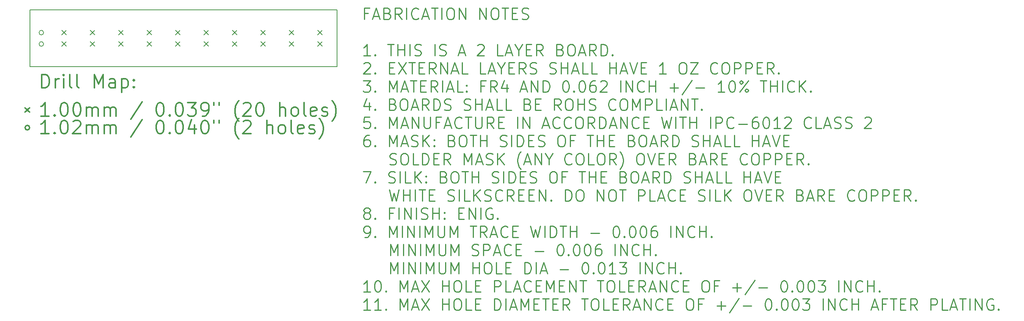
<source format=gbr>
G04 This is an RS-274x file exported by *
G04 gerbv version 2.6.0 *
G04 More information is available about gerbv at *
G04 http://gerbv.gpleda.org/ *
G04 --End of header info--*
%MOIN*%
%FSLAX34Y34*%
%IPPOS*%
G04 --Define apertures--*
%ADD10C,0.0050*%
%ADD11C,0.0060*%
%ADD12C,0.0079*%
%ADD13C,0.0118*%
%ADD14C,0.0138*%
%ADD15C,0.0100*%
G04 --Start main section--*
G54D11*
G01X0010440Y-030740D02*
G01X0010440Y-025740D01*
G01X0037440Y-030740D02*
G01X0010440Y-030740D01*
G01X0037440Y-025740D02*
G01X0037440Y-030740D01*
G01X0010440Y-025740D02*
G01X0037440Y-025740D01*
G54D12*
G01X0013243Y-027543D02*
G01X0013637Y-027937D01*
G01X0013637Y-027543D02*
G01X0013243Y-027937D01*
G01X0013243Y-028543D02*
G01X0013637Y-028937D01*
G01X0013637Y-028543D02*
G01X0013243Y-028937D01*
G01X0015743Y-027543D02*
G01X0016137Y-027937D01*
G01X0016137Y-027543D02*
G01X0015743Y-027937D01*
G01X0015743Y-028543D02*
G01X0016137Y-028937D01*
G01X0016137Y-028543D02*
G01X0015743Y-028937D01*
G01X0018243Y-027543D02*
G01X0018637Y-027937D01*
G01X0018637Y-027543D02*
G01X0018243Y-027937D01*
G01X0018243Y-028543D02*
G01X0018637Y-028937D01*
G01X0018637Y-028543D02*
G01X0018243Y-028937D01*
G01X0020743Y-027543D02*
G01X0021137Y-027937D01*
G01X0021137Y-027543D02*
G01X0020743Y-027937D01*
G01X0020743Y-028543D02*
G01X0021137Y-028937D01*
G01X0021137Y-028543D02*
G01X0020743Y-028937D01*
G01X0023243Y-027543D02*
G01X0023637Y-027937D01*
G01X0023637Y-027543D02*
G01X0023243Y-027937D01*
G01X0023243Y-028543D02*
G01X0023637Y-028937D01*
G01X0023637Y-028543D02*
G01X0023243Y-028937D01*
G01X0025743Y-027543D02*
G01X0026137Y-027937D01*
G01X0026137Y-027543D02*
G01X0025743Y-027937D01*
G01X0025743Y-028543D02*
G01X0026137Y-028937D01*
G01X0026137Y-028543D02*
G01X0025743Y-028937D01*
G01X0028243Y-027543D02*
G01X0028637Y-027937D01*
G01X0028637Y-027543D02*
G01X0028243Y-027937D01*
G01X0028243Y-028543D02*
G01X0028637Y-028937D01*
G01X0028637Y-028543D02*
G01X0028243Y-028937D01*
G01X0030743Y-027543D02*
G01X0031137Y-027937D01*
G01X0031137Y-027543D02*
G01X0030743Y-027937D01*
G01X0030743Y-028543D02*
G01X0031137Y-028937D01*
G01X0031137Y-028543D02*
G01X0030743Y-028937D01*
G01X0033243Y-027543D02*
G01X0033637Y-027937D01*
G01X0033637Y-027543D02*
G01X0033243Y-027937D01*
G01X0033243Y-028543D02*
G01X0033637Y-028937D01*
G01X0033637Y-028543D02*
G01X0033243Y-028937D01*
G01X0035743Y-027543D02*
G01X0036137Y-027937D01*
G01X0036137Y-027543D02*
G01X0035743Y-027937D01*
G01X0035743Y-028543D02*
G01X0036137Y-028937D01*
G01X0036137Y-028543D02*
G01X0035743Y-028937D01*
G01X0011640Y-027740D02*
G75*
G03X0011640Y-027740I-000200J0000000D01*
G01X0011640Y-028740D02*
G75*
G03X0011640Y-028740I-000200J0000000D01*
G54D13*
G01X0011479Y-032604D02*
G01X0011479Y-031422D01*
G01X0011479Y-031422D02*
G01X0011760Y-031422D01*
G01X0011760Y-031422D02*
G01X0011929Y-031479D01*
G01X0011929Y-031479D02*
G01X0012041Y-031591D01*
G01X0012041Y-031591D02*
G01X0012097Y-031704D01*
G01X0012097Y-031704D02*
G01X0012154Y-031929D01*
G01X0012154Y-031929D02*
G01X0012154Y-032097D01*
G01X0012154Y-032097D02*
G01X0012097Y-032322D01*
G01X0012097Y-032322D02*
G01X0012041Y-032435D01*
G01X0012041Y-032435D02*
G01X0011929Y-032547D01*
G01X0011929Y-032547D02*
G01X0011760Y-032604D01*
G01X0011760Y-032604D02*
G01X0011479Y-032604D01*
G01X0012660Y-032604D02*
G01X0012660Y-031816D01*
G01X0012660Y-032041D02*
G01X0012716Y-031929D01*
G01X0012716Y-031929D02*
G01X0012772Y-031872D01*
G01X0012772Y-031872D02*
G01X0012885Y-031816D01*
G01X0012885Y-031816D02*
G01X0012997Y-031816D01*
G01X0013391Y-032604D02*
G01X0013391Y-031816D01*
G01X0013391Y-031422D02*
G01X0013335Y-031479D01*
G01X0013335Y-031479D02*
G01X0013391Y-031535D01*
G01X0013391Y-031535D02*
G01X0013447Y-031479D01*
G01X0013447Y-031479D02*
G01X0013391Y-031422D01*
G01X0013391Y-031422D02*
G01X0013391Y-031535D01*
G01X0014122Y-032604D02*
G01X0014010Y-032547D01*
G01X0014010Y-032547D02*
G01X0013953Y-032435D01*
G01X0013953Y-032435D02*
G01X0013953Y-031422D01*
G01X0014741Y-032604D02*
G01X0014628Y-032547D01*
G01X0014628Y-032547D02*
G01X0014572Y-032435D01*
G01X0014572Y-032435D02*
G01X0014572Y-031422D01*
G01X0016091Y-032604D02*
G01X0016091Y-031422D01*
G01X0016091Y-031422D02*
G01X0016484Y-032266D01*
G01X0016484Y-032266D02*
G01X0016878Y-031422D01*
G01X0016878Y-031422D02*
G01X0016878Y-032604D01*
G01X0017947Y-032604D02*
G01X0017947Y-031985D01*
G01X0017947Y-031985D02*
G01X0017890Y-031872D01*
G01X0017890Y-031872D02*
G01X0017778Y-031816D01*
G01X0017778Y-031816D02*
G01X0017553Y-031816D01*
G01X0017553Y-031816D02*
G01X0017440Y-031872D01*
G01X0017947Y-032547D02*
G01X0017834Y-032604D01*
G01X0017834Y-032604D02*
G01X0017553Y-032604D01*
G01X0017553Y-032604D02*
G01X0017440Y-032547D01*
G01X0017440Y-032547D02*
G01X0017384Y-032435D01*
G01X0017384Y-032435D02*
G01X0017384Y-032322D01*
G01X0017384Y-032322D02*
G01X0017440Y-032210D01*
G01X0017440Y-032210D02*
G01X0017553Y-032154D01*
G01X0017553Y-032154D02*
G01X0017834Y-032154D01*
G01X0017834Y-032154D02*
G01X0017947Y-032097D01*
G01X0018509Y-031816D02*
G01X0018509Y-032997D01*
G01X0018509Y-031872D02*
G01X0018621Y-031816D01*
G01X0018621Y-031816D02*
G01X0018846Y-031816D01*
G01X0018846Y-031816D02*
G01X0018959Y-031872D01*
G01X0018959Y-031872D02*
G01X0019015Y-031929D01*
G01X0019015Y-031929D02*
G01X0019071Y-032041D01*
G01X0019071Y-032041D02*
G01X0019071Y-032379D01*
G01X0019071Y-032379D02*
G01X0019015Y-032491D01*
G01X0019015Y-032491D02*
G01X0018959Y-032547D01*
G01X0018959Y-032547D02*
G01X0018846Y-032604D01*
G01X0018846Y-032604D02*
G01X0018621Y-032604D01*
G01X0018621Y-032604D02*
G01X0018509Y-032547D01*
G01X0019578Y-032491D02*
G01X0019634Y-032547D01*
G01X0019634Y-032547D02*
G01X0019578Y-032604D01*
G01X0019578Y-032604D02*
G01X0019521Y-032547D01*
G01X0019521Y-032547D02*
G01X0019578Y-032491D01*
G01X0019578Y-032491D02*
G01X0019578Y-032604D01*
G01X0019578Y-031872D02*
G01X0019634Y-031929D01*
G01X0019634Y-031929D02*
G01X0019578Y-031985D01*
G01X0019578Y-031985D02*
G01X0019521Y-031929D01*
G01X0019521Y-031929D02*
G01X0019578Y-031872D01*
G01X0019578Y-031872D02*
G01X0019578Y-031985D01*
G01X0010016Y-034353D02*
G01X0010410Y-034747D01*
G01X0010410Y-034353D02*
G01X0010016Y-034747D01*
G01X0012097Y-035084D02*
G01X0011422Y-035084D01*
G01X0011760Y-035084D02*
G01X0011760Y-033903D01*
G01X0011760Y-033903D02*
G01X0011647Y-034071D01*
G01X0011647Y-034071D02*
G01X0011535Y-034184D01*
G01X0011535Y-034184D02*
G01X0011422Y-034240D01*
G01X0012603Y-034971D02*
G01X0012660Y-035028D01*
G01X0012660Y-035028D02*
G01X0012603Y-035084D01*
G01X0012603Y-035084D02*
G01X0012547Y-035028D01*
G01X0012547Y-035028D02*
G01X0012603Y-034971D01*
G01X0012603Y-034971D02*
G01X0012603Y-035084D01*
G01X0013391Y-033903D02*
G01X0013503Y-033903D01*
G01X0013503Y-033903D02*
G01X0013616Y-033959D01*
G01X0013616Y-033959D02*
G01X0013672Y-034015D01*
G01X0013672Y-034015D02*
G01X0013728Y-034128D01*
G01X0013728Y-034128D02*
G01X0013785Y-034353D01*
G01X0013785Y-034353D02*
G01X0013785Y-034634D01*
G01X0013785Y-034634D02*
G01X0013728Y-034859D01*
G01X0013728Y-034859D02*
G01X0013672Y-034971D01*
G01X0013672Y-034971D02*
G01X0013616Y-035028D01*
G01X0013616Y-035028D02*
G01X0013503Y-035084D01*
G01X0013503Y-035084D02*
G01X0013391Y-035084D01*
G01X0013391Y-035084D02*
G01X0013278Y-035028D01*
G01X0013278Y-035028D02*
G01X0013222Y-034971D01*
G01X0013222Y-034971D02*
G01X0013166Y-034859D01*
G01X0013166Y-034859D02*
G01X0013110Y-034634D01*
G01X0013110Y-034634D02*
G01X0013110Y-034353D01*
G01X0013110Y-034353D02*
G01X0013166Y-034128D01*
G01X0013166Y-034128D02*
G01X0013222Y-034015D01*
G01X0013222Y-034015D02*
G01X0013278Y-033959D01*
G01X0013278Y-033959D02*
G01X0013391Y-033903D01*
G01X0014516Y-033903D02*
G01X0014628Y-033903D01*
G01X0014628Y-033903D02*
G01X0014741Y-033959D01*
G01X0014741Y-033959D02*
G01X0014797Y-034015D01*
G01X0014797Y-034015D02*
G01X0014853Y-034128D01*
G01X0014853Y-034128D02*
G01X0014909Y-034353D01*
G01X0014909Y-034353D02*
G01X0014909Y-034634D01*
G01X0014909Y-034634D02*
G01X0014853Y-034859D01*
G01X0014853Y-034859D02*
G01X0014797Y-034971D01*
G01X0014797Y-034971D02*
G01X0014741Y-035028D01*
G01X0014741Y-035028D02*
G01X0014628Y-035084D01*
G01X0014628Y-035084D02*
G01X0014516Y-035084D01*
G01X0014516Y-035084D02*
G01X0014403Y-035028D01*
G01X0014403Y-035028D02*
G01X0014347Y-034971D01*
G01X0014347Y-034971D02*
G01X0014291Y-034859D01*
G01X0014291Y-034859D02*
G01X0014235Y-034634D01*
G01X0014235Y-034634D02*
G01X0014235Y-034353D01*
G01X0014235Y-034353D02*
G01X0014291Y-034128D01*
G01X0014291Y-034128D02*
G01X0014347Y-034015D01*
G01X0014347Y-034015D02*
G01X0014403Y-033959D01*
G01X0014403Y-033959D02*
G01X0014516Y-033903D01*
G01X0015416Y-035084D02*
G01X0015416Y-034296D01*
G01X0015416Y-034409D02*
G01X0015472Y-034353D01*
G01X0015472Y-034353D02*
G01X0015584Y-034296D01*
G01X0015584Y-034296D02*
G01X0015753Y-034296D01*
G01X0015753Y-034296D02*
G01X0015866Y-034353D01*
G01X0015866Y-034353D02*
G01X0015922Y-034465D01*
G01X0015922Y-034465D02*
G01X0015922Y-035084D01*
G01X0015922Y-034465D02*
G01X0015978Y-034353D01*
G01X0015978Y-034353D02*
G01X0016091Y-034296D01*
G01X0016091Y-034296D02*
G01X0016259Y-034296D01*
G01X0016259Y-034296D02*
G01X0016372Y-034353D01*
G01X0016372Y-034353D02*
G01X0016428Y-034465D01*
G01X0016428Y-034465D02*
G01X0016428Y-035084D01*
G01X0016990Y-035084D02*
G01X0016990Y-034296D01*
G01X0016990Y-034409D02*
G01X0017047Y-034353D01*
G01X0017047Y-034353D02*
G01X0017159Y-034296D01*
G01X0017159Y-034296D02*
G01X0017328Y-034296D01*
G01X0017328Y-034296D02*
G01X0017440Y-034353D01*
G01X0017440Y-034353D02*
G01X0017497Y-034465D01*
G01X0017497Y-034465D02*
G01X0017497Y-035084D01*
G01X0017497Y-034465D02*
G01X0017553Y-034353D01*
G01X0017553Y-034353D02*
G01X0017665Y-034296D01*
G01X0017665Y-034296D02*
G01X0017834Y-034296D01*
G01X0017834Y-034296D02*
G01X0017947Y-034353D01*
G01X0017947Y-034353D02*
G01X0018003Y-034465D01*
G01X0018003Y-034465D02*
G01X0018003Y-035084D01*
G01X0020309Y-033846D02*
G01X0019296Y-035365D01*
G01X0021827Y-033903D02*
G01X0021940Y-033903D01*
G01X0021940Y-033903D02*
G01X0022052Y-033959D01*
G01X0022052Y-033959D02*
G01X0022109Y-034015D01*
G01X0022109Y-034015D02*
G01X0022165Y-034128D01*
G01X0022165Y-034128D02*
G01X0022221Y-034353D01*
G01X0022221Y-034353D02*
G01X0022221Y-034634D01*
G01X0022221Y-034634D02*
G01X0022165Y-034859D01*
G01X0022165Y-034859D02*
G01X0022109Y-034971D01*
G01X0022109Y-034971D02*
G01X0022052Y-035028D01*
G01X0022052Y-035028D02*
G01X0021940Y-035084D01*
G01X0021940Y-035084D02*
G01X0021827Y-035084D01*
G01X0021827Y-035084D02*
G01X0021715Y-035028D01*
G01X0021715Y-035028D02*
G01X0021659Y-034971D01*
G01X0021659Y-034971D02*
G01X0021602Y-034859D01*
G01X0021602Y-034859D02*
G01X0021546Y-034634D01*
G01X0021546Y-034634D02*
G01X0021546Y-034353D01*
G01X0021546Y-034353D02*
G01X0021602Y-034128D01*
G01X0021602Y-034128D02*
G01X0021659Y-034015D01*
G01X0021659Y-034015D02*
G01X0021715Y-033959D01*
G01X0021715Y-033959D02*
G01X0021827Y-033903D01*
G01X0022727Y-034971D02*
G01X0022783Y-035028D01*
G01X0022783Y-035028D02*
G01X0022727Y-035084D01*
G01X0022727Y-035084D02*
G01X0022671Y-035028D01*
G01X0022671Y-035028D02*
G01X0022727Y-034971D01*
G01X0022727Y-034971D02*
G01X0022727Y-035084D01*
G01X0023515Y-033903D02*
G01X0023627Y-033903D01*
G01X0023627Y-033903D02*
G01X0023740Y-033959D01*
G01X0023740Y-033959D02*
G01X0023796Y-034015D01*
G01X0023796Y-034015D02*
G01X0023852Y-034128D01*
G01X0023852Y-034128D02*
G01X0023908Y-034353D01*
G01X0023908Y-034353D02*
G01X0023908Y-034634D01*
G01X0023908Y-034634D02*
G01X0023852Y-034859D01*
G01X0023852Y-034859D02*
G01X0023796Y-034971D01*
G01X0023796Y-034971D02*
G01X0023740Y-035028D01*
G01X0023740Y-035028D02*
G01X0023627Y-035084D01*
G01X0023627Y-035084D02*
G01X0023515Y-035084D01*
G01X0023515Y-035084D02*
G01X0023402Y-035028D01*
G01X0023402Y-035028D02*
G01X0023346Y-034971D01*
G01X0023346Y-034971D02*
G01X0023290Y-034859D01*
G01X0023290Y-034859D02*
G01X0023233Y-034634D01*
G01X0023233Y-034634D02*
G01X0023233Y-034353D01*
G01X0023233Y-034353D02*
G01X0023290Y-034128D01*
G01X0023290Y-034128D02*
G01X0023346Y-034015D01*
G01X0023346Y-034015D02*
G01X0023402Y-033959D01*
G01X0023402Y-033959D02*
G01X0023515Y-033903D01*
G01X0024302Y-033903D02*
G01X0025033Y-033903D01*
G01X0025033Y-033903D02*
G01X0024639Y-034353D01*
G01X0024639Y-034353D02*
G01X0024808Y-034353D01*
G01X0024808Y-034353D02*
G01X0024921Y-034409D01*
G01X0024921Y-034409D02*
G01X0024977Y-034465D01*
G01X0024977Y-034465D02*
G01X0025033Y-034578D01*
G01X0025033Y-034578D02*
G01X0025033Y-034859D01*
G01X0025033Y-034859D02*
G01X0024977Y-034971D01*
G01X0024977Y-034971D02*
G01X0024921Y-035028D01*
G01X0024921Y-035028D02*
G01X0024808Y-035084D01*
G01X0024808Y-035084D02*
G01X0024471Y-035084D01*
G01X0024471Y-035084D02*
G01X0024358Y-035028D01*
G01X0024358Y-035028D02*
G01X0024302Y-034971D01*
G01X0025596Y-035084D02*
G01X0025821Y-035084D01*
G01X0025821Y-035084D02*
G01X0025933Y-035028D01*
G01X0025933Y-035028D02*
G01X0025989Y-034971D01*
G01X0025989Y-034971D02*
G01X0026102Y-034803D01*
G01X0026102Y-034803D02*
G01X0026158Y-034578D01*
G01X0026158Y-034578D02*
G01X0026158Y-034128D01*
G01X0026158Y-034128D02*
G01X0026102Y-034015D01*
G01X0026102Y-034015D02*
G01X0026046Y-033959D01*
G01X0026046Y-033959D02*
G01X0025933Y-033903D01*
G01X0025933Y-033903D02*
G01X0025708Y-033903D01*
G01X0025708Y-033903D02*
G01X0025596Y-033959D01*
G01X0025596Y-033959D02*
G01X0025539Y-034015D01*
G01X0025539Y-034015D02*
G01X0025483Y-034128D01*
G01X0025483Y-034128D02*
G01X0025483Y-034409D01*
G01X0025483Y-034409D02*
G01X0025539Y-034521D01*
G01X0025539Y-034521D02*
G01X0025596Y-034578D01*
G01X0025596Y-034578D02*
G01X0025708Y-034634D01*
G01X0025708Y-034634D02*
G01X0025933Y-034634D01*
G01X0025933Y-034634D02*
G01X0026046Y-034578D01*
G01X0026046Y-034578D02*
G01X0026102Y-034521D01*
G01X0026102Y-034521D02*
G01X0026158Y-034409D01*
G01X0026608Y-033903D02*
G01X0026608Y-034128D01*
G01X0027058Y-033903D02*
G01X0027058Y-034128D01*
G01X0028801Y-035534D02*
G01X0028745Y-035478D01*
G01X0028745Y-035478D02*
G01X0028633Y-035309D01*
G01X0028633Y-035309D02*
G01X0028576Y-035196D01*
G01X0028576Y-035196D02*
G01X0028520Y-035028D01*
G01X0028520Y-035028D02*
G01X0028464Y-034746D01*
G01X0028464Y-034746D02*
G01X0028464Y-034521D01*
G01X0028464Y-034521D02*
G01X0028520Y-034240D01*
G01X0028520Y-034240D02*
G01X0028576Y-034071D01*
G01X0028576Y-034071D02*
G01X0028633Y-033959D01*
G01X0028633Y-033959D02*
G01X0028745Y-033790D01*
G01X0028745Y-033790D02*
G01X0028801Y-033734D01*
G01X0029195Y-034015D02*
G01X0029251Y-033959D01*
G01X0029251Y-033959D02*
G01X0029364Y-033903D01*
G01X0029364Y-033903D02*
G01X0029645Y-033903D01*
G01X0029645Y-033903D02*
G01X0029758Y-033959D01*
G01X0029758Y-033959D02*
G01X0029814Y-034015D01*
G01X0029814Y-034015D02*
G01X0029870Y-034128D01*
G01X0029870Y-034128D02*
G01X0029870Y-034240D01*
G01X0029870Y-034240D02*
G01X0029814Y-034409D01*
G01X0029814Y-034409D02*
G01X0029139Y-035084D01*
G01X0029139Y-035084D02*
G01X0029870Y-035084D01*
G01X0030601Y-033903D02*
G01X0030714Y-033903D01*
G01X0030714Y-033903D02*
G01X0030826Y-033959D01*
G01X0030826Y-033959D02*
G01X0030882Y-034015D01*
G01X0030882Y-034015D02*
G01X0030939Y-034128D01*
G01X0030939Y-034128D02*
G01X0030995Y-034353D01*
G01X0030995Y-034353D02*
G01X0030995Y-034634D01*
G01X0030995Y-034634D02*
G01X0030939Y-034859D01*
G01X0030939Y-034859D02*
G01X0030882Y-034971D01*
G01X0030882Y-034971D02*
G01X0030826Y-035028D01*
G01X0030826Y-035028D02*
G01X0030714Y-035084D01*
G01X0030714Y-035084D02*
G01X0030601Y-035084D01*
G01X0030601Y-035084D02*
G01X0030489Y-035028D01*
G01X0030489Y-035028D02*
G01X0030432Y-034971D01*
G01X0030432Y-034971D02*
G01X0030376Y-034859D01*
G01X0030376Y-034859D02*
G01X0030320Y-034634D01*
G01X0030320Y-034634D02*
G01X0030320Y-034353D01*
G01X0030320Y-034353D02*
G01X0030376Y-034128D01*
G01X0030376Y-034128D02*
G01X0030432Y-034015D01*
G01X0030432Y-034015D02*
G01X0030489Y-033959D01*
G01X0030489Y-033959D02*
G01X0030601Y-033903D01*
G01X0032401Y-035084D02*
G01X0032401Y-033903D01*
G01X0032907Y-035084D02*
G01X0032907Y-034465D01*
G01X0032907Y-034465D02*
G01X0032851Y-034353D01*
G01X0032851Y-034353D02*
G01X0032738Y-034296D01*
G01X0032738Y-034296D02*
G01X0032570Y-034296D01*
G01X0032570Y-034296D02*
G01X0032457Y-034353D01*
G01X0032457Y-034353D02*
G01X0032401Y-034409D01*
G01X0033638Y-035084D02*
G01X0033526Y-035028D01*
G01X0033526Y-035028D02*
G01X0033470Y-034971D01*
G01X0033470Y-034971D02*
G01X0033413Y-034859D01*
G01X0033413Y-034859D02*
G01X0033413Y-034521D01*
G01X0033413Y-034521D02*
G01X0033470Y-034409D01*
G01X0033470Y-034409D02*
G01X0033526Y-034353D01*
G01X0033526Y-034353D02*
G01X0033638Y-034296D01*
G01X0033638Y-034296D02*
G01X0033807Y-034296D01*
G01X0033807Y-034296D02*
G01X0033920Y-034353D01*
G01X0033920Y-034353D02*
G01X0033976Y-034409D01*
G01X0033976Y-034409D02*
G01X0034032Y-034521D01*
G01X0034032Y-034521D02*
G01X0034032Y-034859D01*
G01X0034032Y-034859D02*
G01X0033976Y-034971D01*
G01X0033976Y-034971D02*
G01X0033920Y-035028D01*
G01X0033920Y-035028D02*
G01X0033807Y-035084D01*
G01X0033807Y-035084D02*
G01X0033638Y-035084D01*
G01X0034707Y-035084D02*
G01X0034594Y-035028D01*
G01X0034594Y-035028D02*
G01X0034538Y-034915D01*
G01X0034538Y-034915D02*
G01X0034538Y-033903D01*
G01X0035607Y-035028D02*
G01X0035494Y-035084D01*
G01X0035494Y-035084D02*
G01X0035269Y-035084D01*
G01X0035269Y-035084D02*
G01X0035157Y-035028D01*
G01X0035157Y-035028D02*
G01X0035101Y-034915D01*
G01X0035101Y-034915D02*
G01X0035101Y-034465D01*
G01X0035101Y-034465D02*
G01X0035157Y-034353D01*
G01X0035157Y-034353D02*
G01X0035269Y-034296D01*
G01X0035269Y-034296D02*
G01X0035494Y-034296D01*
G01X0035494Y-034296D02*
G01X0035607Y-034353D01*
G01X0035607Y-034353D02*
G01X0035663Y-034465D01*
G01X0035663Y-034465D02*
G01X0035663Y-034578D01*
G01X0035663Y-034578D02*
G01X0035101Y-034690D01*
G01X0036113Y-035028D02*
G01X0036226Y-035084D01*
G01X0036226Y-035084D02*
G01X0036450Y-035084D01*
G01X0036450Y-035084D02*
G01X0036563Y-035028D01*
G01X0036563Y-035028D02*
G01X0036619Y-034915D01*
G01X0036619Y-034915D02*
G01X0036619Y-034859D01*
G01X0036619Y-034859D02*
G01X0036563Y-034746D01*
G01X0036563Y-034746D02*
G01X0036450Y-034690D01*
G01X0036450Y-034690D02*
G01X0036282Y-034690D01*
G01X0036282Y-034690D02*
G01X0036169Y-034634D01*
G01X0036169Y-034634D02*
G01X0036113Y-034521D01*
G01X0036113Y-034521D02*
G01X0036113Y-034465D01*
G01X0036113Y-034465D02*
G01X0036169Y-034353D01*
G01X0036169Y-034353D02*
G01X0036282Y-034296D01*
G01X0036282Y-034296D02*
G01X0036450Y-034296D01*
G01X0036450Y-034296D02*
G01X0036563Y-034353D01*
G01X0037013Y-035534D02*
G01X0037069Y-035478D01*
G01X0037069Y-035478D02*
G01X0037182Y-035309D01*
G01X0037182Y-035309D02*
G01X0037238Y-035196D01*
G01X0037238Y-035196D02*
G01X0037294Y-035028D01*
G01X0037294Y-035028D02*
G01X0037350Y-034746D01*
G01X0037350Y-034746D02*
G01X0037350Y-034521D01*
G01X0037350Y-034521D02*
G01X0037294Y-034240D01*
G01X0037294Y-034240D02*
G01X0037238Y-034071D01*
G01X0037238Y-034071D02*
G01X0037182Y-033959D01*
G01X0037182Y-033959D02*
G01X0037069Y-033790D01*
G01X0037069Y-033790D02*
G01X0037013Y-033734D01*
G01X0010410Y-036109D02*
G75*
G03X0010410Y-036109I-000200J0000000D01*
G01X0012097Y-036643D02*
G01X0011422Y-036643D01*
G01X0011760Y-036643D02*
G01X0011760Y-035462D01*
G01X0011760Y-035462D02*
G01X0011647Y-035631D01*
G01X0011647Y-035631D02*
G01X0011535Y-035743D01*
G01X0011535Y-035743D02*
G01X0011422Y-035799D01*
G01X0012603Y-036530D02*
G01X0012660Y-036587D01*
G01X0012660Y-036587D02*
G01X0012603Y-036643D01*
G01X0012603Y-036643D02*
G01X0012547Y-036587D01*
G01X0012547Y-036587D02*
G01X0012603Y-036530D01*
G01X0012603Y-036530D02*
G01X0012603Y-036643D01*
G01X0013391Y-035462D02*
G01X0013503Y-035462D01*
G01X0013503Y-035462D02*
G01X0013616Y-035518D01*
G01X0013616Y-035518D02*
G01X0013672Y-035574D01*
G01X0013672Y-035574D02*
G01X0013728Y-035687D01*
G01X0013728Y-035687D02*
G01X0013785Y-035912D01*
G01X0013785Y-035912D02*
G01X0013785Y-036193D01*
G01X0013785Y-036193D02*
G01X0013728Y-036418D01*
G01X0013728Y-036418D02*
G01X0013672Y-036530D01*
G01X0013672Y-036530D02*
G01X0013616Y-036587D01*
G01X0013616Y-036587D02*
G01X0013503Y-036643D01*
G01X0013503Y-036643D02*
G01X0013391Y-036643D01*
G01X0013391Y-036643D02*
G01X0013278Y-036587D01*
G01X0013278Y-036587D02*
G01X0013222Y-036530D01*
G01X0013222Y-036530D02*
G01X0013166Y-036418D01*
G01X0013166Y-036418D02*
G01X0013110Y-036193D01*
G01X0013110Y-036193D02*
G01X0013110Y-035912D01*
G01X0013110Y-035912D02*
G01X0013166Y-035687D01*
G01X0013166Y-035687D02*
G01X0013222Y-035574D01*
G01X0013222Y-035574D02*
G01X0013278Y-035518D01*
G01X0013278Y-035518D02*
G01X0013391Y-035462D01*
G01X0014235Y-035574D02*
G01X0014291Y-035518D01*
G01X0014291Y-035518D02*
G01X0014403Y-035462D01*
G01X0014403Y-035462D02*
G01X0014684Y-035462D01*
G01X0014684Y-035462D02*
G01X0014797Y-035518D01*
G01X0014797Y-035518D02*
G01X0014853Y-035574D01*
G01X0014853Y-035574D02*
G01X0014909Y-035687D01*
G01X0014909Y-035687D02*
G01X0014909Y-035799D01*
G01X0014909Y-035799D02*
G01X0014853Y-035968D01*
G01X0014853Y-035968D02*
G01X0014178Y-036643D01*
G01X0014178Y-036643D02*
G01X0014909Y-036643D01*
G01X0015416Y-036643D02*
G01X0015416Y-035855D01*
G01X0015416Y-035968D02*
G01X0015472Y-035912D01*
G01X0015472Y-035912D02*
G01X0015584Y-035855D01*
G01X0015584Y-035855D02*
G01X0015753Y-035855D01*
G01X0015753Y-035855D02*
G01X0015866Y-035912D01*
G01X0015866Y-035912D02*
G01X0015922Y-036024D01*
G01X0015922Y-036024D02*
G01X0015922Y-036643D01*
G01X0015922Y-036024D02*
G01X0015978Y-035912D01*
G01X0015978Y-035912D02*
G01X0016091Y-035855D01*
G01X0016091Y-035855D02*
G01X0016259Y-035855D01*
G01X0016259Y-035855D02*
G01X0016372Y-035912D01*
G01X0016372Y-035912D02*
G01X0016428Y-036024D01*
G01X0016428Y-036024D02*
G01X0016428Y-036643D01*
G01X0016990Y-036643D02*
G01X0016990Y-035855D01*
G01X0016990Y-035968D02*
G01X0017047Y-035912D01*
G01X0017047Y-035912D02*
G01X0017159Y-035855D01*
G01X0017159Y-035855D02*
G01X0017328Y-035855D01*
G01X0017328Y-035855D02*
G01X0017440Y-035912D01*
G01X0017440Y-035912D02*
G01X0017497Y-036024D01*
G01X0017497Y-036024D02*
G01X0017497Y-036643D01*
G01X0017497Y-036024D02*
G01X0017553Y-035912D01*
G01X0017553Y-035912D02*
G01X0017665Y-035855D01*
G01X0017665Y-035855D02*
G01X0017834Y-035855D01*
G01X0017834Y-035855D02*
G01X0017947Y-035912D01*
G01X0017947Y-035912D02*
G01X0018003Y-036024D01*
G01X0018003Y-036024D02*
G01X0018003Y-036643D01*
G01X0020309Y-035406D02*
G01X0019296Y-036924D01*
G01X0021827Y-035462D02*
G01X0021940Y-035462D01*
G01X0021940Y-035462D02*
G01X0022052Y-035518D01*
G01X0022052Y-035518D02*
G01X0022109Y-035574D01*
G01X0022109Y-035574D02*
G01X0022165Y-035687D01*
G01X0022165Y-035687D02*
G01X0022221Y-035912D01*
G01X0022221Y-035912D02*
G01X0022221Y-036193D01*
G01X0022221Y-036193D02*
G01X0022165Y-036418D01*
G01X0022165Y-036418D02*
G01X0022109Y-036530D01*
G01X0022109Y-036530D02*
G01X0022052Y-036587D01*
G01X0022052Y-036587D02*
G01X0021940Y-036643D01*
G01X0021940Y-036643D02*
G01X0021827Y-036643D01*
G01X0021827Y-036643D02*
G01X0021715Y-036587D01*
G01X0021715Y-036587D02*
G01X0021659Y-036530D01*
G01X0021659Y-036530D02*
G01X0021602Y-036418D01*
G01X0021602Y-036418D02*
G01X0021546Y-036193D01*
G01X0021546Y-036193D02*
G01X0021546Y-035912D01*
G01X0021546Y-035912D02*
G01X0021602Y-035687D01*
G01X0021602Y-035687D02*
G01X0021659Y-035574D01*
G01X0021659Y-035574D02*
G01X0021715Y-035518D01*
G01X0021715Y-035518D02*
G01X0021827Y-035462D01*
G01X0022727Y-036530D02*
G01X0022783Y-036587D01*
G01X0022783Y-036587D02*
G01X0022727Y-036643D01*
G01X0022727Y-036643D02*
G01X0022671Y-036587D01*
G01X0022671Y-036587D02*
G01X0022727Y-036530D01*
G01X0022727Y-036530D02*
G01X0022727Y-036643D01*
G01X0023515Y-035462D02*
G01X0023627Y-035462D01*
G01X0023627Y-035462D02*
G01X0023740Y-035518D01*
G01X0023740Y-035518D02*
G01X0023796Y-035574D01*
G01X0023796Y-035574D02*
G01X0023852Y-035687D01*
G01X0023852Y-035687D02*
G01X0023908Y-035912D01*
G01X0023908Y-035912D02*
G01X0023908Y-036193D01*
G01X0023908Y-036193D02*
G01X0023852Y-036418D01*
G01X0023852Y-036418D02*
G01X0023796Y-036530D01*
G01X0023796Y-036530D02*
G01X0023740Y-036587D01*
G01X0023740Y-036587D02*
G01X0023627Y-036643D01*
G01X0023627Y-036643D02*
G01X0023515Y-036643D01*
G01X0023515Y-036643D02*
G01X0023402Y-036587D01*
G01X0023402Y-036587D02*
G01X0023346Y-036530D01*
G01X0023346Y-036530D02*
G01X0023290Y-036418D01*
G01X0023290Y-036418D02*
G01X0023233Y-036193D01*
G01X0023233Y-036193D02*
G01X0023233Y-035912D01*
G01X0023233Y-035912D02*
G01X0023290Y-035687D01*
G01X0023290Y-035687D02*
G01X0023346Y-035574D01*
G01X0023346Y-035574D02*
G01X0023402Y-035518D01*
G01X0023402Y-035518D02*
G01X0023515Y-035462D01*
G01X0024921Y-035855D02*
G01X0024921Y-036643D01*
G01X0024639Y-035406D02*
G01X0024358Y-036249D01*
G01X0024358Y-036249D02*
G01X0025089Y-036249D01*
G01X0025764Y-035462D02*
G01X0025877Y-035462D01*
G01X0025877Y-035462D02*
G01X0025989Y-035518D01*
G01X0025989Y-035518D02*
G01X0026046Y-035574D01*
G01X0026046Y-035574D02*
G01X0026102Y-035687D01*
G01X0026102Y-035687D02*
G01X0026158Y-035912D01*
G01X0026158Y-035912D02*
G01X0026158Y-036193D01*
G01X0026158Y-036193D02*
G01X0026102Y-036418D01*
G01X0026102Y-036418D02*
G01X0026046Y-036530D01*
G01X0026046Y-036530D02*
G01X0025989Y-036587D01*
G01X0025989Y-036587D02*
G01X0025877Y-036643D01*
G01X0025877Y-036643D02*
G01X0025764Y-036643D01*
G01X0025764Y-036643D02*
G01X0025652Y-036587D01*
G01X0025652Y-036587D02*
G01X0025596Y-036530D01*
G01X0025596Y-036530D02*
G01X0025539Y-036418D01*
G01X0025539Y-036418D02*
G01X0025483Y-036193D01*
G01X0025483Y-036193D02*
G01X0025483Y-035912D01*
G01X0025483Y-035912D02*
G01X0025539Y-035687D01*
G01X0025539Y-035687D02*
G01X0025596Y-035574D01*
G01X0025596Y-035574D02*
G01X0025652Y-035518D01*
G01X0025652Y-035518D02*
G01X0025764Y-035462D01*
G01X0026608Y-035462D02*
G01X0026608Y-035687D01*
G01X0027058Y-035462D02*
G01X0027058Y-035687D01*
G01X0028801Y-037093D02*
G01X0028745Y-037037D01*
G01X0028745Y-037037D02*
G01X0028633Y-036868D01*
G01X0028633Y-036868D02*
G01X0028576Y-036755D01*
G01X0028576Y-036755D02*
G01X0028520Y-036587D01*
G01X0028520Y-036587D02*
G01X0028464Y-036305D01*
G01X0028464Y-036305D02*
G01X0028464Y-036080D01*
G01X0028464Y-036080D02*
G01X0028520Y-035799D01*
G01X0028520Y-035799D02*
G01X0028576Y-035631D01*
G01X0028576Y-035631D02*
G01X0028633Y-035518D01*
G01X0028633Y-035518D02*
G01X0028745Y-035349D01*
G01X0028745Y-035349D02*
G01X0028801Y-035293D01*
G01X0029195Y-035574D02*
G01X0029251Y-035518D01*
G01X0029251Y-035518D02*
G01X0029364Y-035462D01*
G01X0029364Y-035462D02*
G01X0029645Y-035462D01*
G01X0029645Y-035462D02*
G01X0029758Y-035518D01*
G01X0029758Y-035518D02*
G01X0029814Y-035574D01*
G01X0029814Y-035574D02*
G01X0029870Y-035687D01*
G01X0029870Y-035687D02*
G01X0029870Y-035799D01*
G01X0029870Y-035799D02*
G01X0029814Y-035968D01*
G01X0029814Y-035968D02*
G01X0029139Y-036643D01*
G01X0029139Y-036643D02*
G01X0029870Y-036643D01*
G01X0031276Y-036643D02*
G01X0031276Y-035462D01*
G01X0031782Y-036643D02*
G01X0031782Y-036024D01*
G01X0031782Y-036024D02*
G01X0031726Y-035912D01*
G01X0031726Y-035912D02*
G01X0031614Y-035855D01*
G01X0031614Y-035855D02*
G01X0031445Y-035855D01*
G01X0031445Y-035855D02*
G01X0031332Y-035912D01*
G01X0031332Y-035912D02*
G01X0031276Y-035968D01*
G01X0032513Y-036643D02*
G01X0032401Y-036587D01*
G01X0032401Y-036587D02*
G01X0032345Y-036530D01*
G01X0032345Y-036530D02*
G01X0032289Y-036418D01*
G01X0032289Y-036418D02*
G01X0032289Y-036080D01*
G01X0032289Y-036080D02*
G01X0032345Y-035968D01*
G01X0032345Y-035968D02*
G01X0032401Y-035912D01*
G01X0032401Y-035912D02*
G01X0032513Y-035855D01*
G01X0032513Y-035855D02*
G01X0032682Y-035855D01*
G01X0032682Y-035855D02*
G01X0032795Y-035912D01*
G01X0032795Y-035912D02*
G01X0032851Y-035968D01*
G01X0032851Y-035968D02*
G01X0032907Y-036080D01*
G01X0032907Y-036080D02*
G01X0032907Y-036418D01*
G01X0032907Y-036418D02*
G01X0032851Y-036530D01*
G01X0032851Y-036530D02*
G01X0032795Y-036587D01*
G01X0032795Y-036587D02*
G01X0032682Y-036643D01*
G01X0032682Y-036643D02*
G01X0032513Y-036643D01*
G01X0033582Y-036643D02*
G01X0033470Y-036587D01*
G01X0033470Y-036587D02*
G01X0033413Y-036474D01*
G01X0033413Y-036474D02*
G01X0033413Y-035462D01*
G01X0034482Y-036587D02*
G01X0034370Y-036643D01*
G01X0034370Y-036643D02*
G01X0034145Y-036643D01*
G01X0034145Y-036643D02*
G01X0034032Y-036587D01*
G01X0034032Y-036587D02*
G01X0033976Y-036474D01*
G01X0033976Y-036474D02*
G01X0033976Y-036024D01*
G01X0033976Y-036024D02*
G01X0034032Y-035912D01*
G01X0034032Y-035912D02*
G01X0034145Y-035855D01*
G01X0034145Y-035855D02*
G01X0034370Y-035855D01*
G01X0034370Y-035855D02*
G01X0034482Y-035912D01*
G01X0034482Y-035912D02*
G01X0034538Y-036024D01*
G01X0034538Y-036024D02*
G01X0034538Y-036137D01*
G01X0034538Y-036137D02*
G01X0033976Y-036249D01*
G01X0034988Y-036587D02*
G01X0035101Y-036643D01*
G01X0035101Y-036643D02*
G01X0035326Y-036643D01*
G01X0035326Y-036643D02*
G01X0035438Y-036587D01*
G01X0035438Y-036587D02*
G01X0035494Y-036474D01*
G01X0035494Y-036474D02*
G01X0035494Y-036418D01*
G01X0035494Y-036418D02*
G01X0035438Y-036305D01*
G01X0035438Y-036305D02*
G01X0035326Y-036249D01*
G01X0035326Y-036249D02*
G01X0035157Y-036249D01*
G01X0035157Y-036249D02*
G01X0035044Y-036193D01*
G01X0035044Y-036193D02*
G01X0034988Y-036080D01*
G01X0034988Y-036080D02*
G01X0034988Y-036024D01*
G01X0034988Y-036024D02*
G01X0035044Y-035912D01*
G01X0035044Y-035912D02*
G01X0035157Y-035855D01*
G01X0035157Y-035855D02*
G01X0035326Y-035855D01*
G01X0035326Y-035855D02*
G01X0035438Y-035912D01*
G01X0035888Y-037093D02*
G01X0035944Y-037037D01*
G01X0035944Y-037037D02*
G01X0036057Y-036868D01*
G01X0036057Y-036868D02*
G01X0036113Y-036755D01*
G01X0036113Y-036755D02*
G01X0036169Y-036587D01*
G01X0036169Y-036587D02*
G01X0036226Y-036305D01*
G01X0036226Y-036305D02*
G01X0036226Y-036080D01*
G01X0036226Y-036080D02*
G01X0036169Y-035799D01*
G01X0036169Y-035799D02*
G01X0036113Y-035631D01*
G01X0036113Y-035631D02*
G01X0036057Y-035518D01*
G01X0036057Y-035518D02*
G01X0035944Y-035349D01*
G01X0035944Y-035349D02*
G01X0035888Y-035293D01*
G01X0000000Y0000000D02*
G54D11*
G01X0010440Y-030740D02*
G01X0010440Y-025740D01*
G01X0037440Y-030740D02*
G01X0010440Y-030740D01*
G01X0037440Y-025740D02*
G01X0037440Y-030740D01*
G01X0010440Y-025740D02*
G01X0037440Y-025740D01*
G01X0000000Y0000000D02*
G54D15*
G01X0040171Y-026049D02*
G01X0039838Y-026049D01*
G01X0039838Y-026572D02*
G01X0039838Y-025572D01*
G01X0039838Y-025572D02*
G01X0040314Y-025572D01*
G01X0040648Y-026287D02*
G01X0041124Y-026287D01*
G01X0040552Y-026572D02*
G01X0040886Y-025572D01*
G01X0040886Y-025572D02*
G01X0041219Y-026572D01*
G01X0041886Y-026049D02*
G01X0042029Y-026096D01*
G01X0042029Y-026096D02*
G01X0042076Y-026144D01*
G01X0042076Y-026144D02*
G01X0042124Y-026239D01*
G01X0042124Y-026239D02*
G01X0042124Y-026382D01*
G01X0042124Y-026382D02*
G01X0042076Y-026477D01*
G01X0042076Y-026477D02*
G01X0042029Y-026525D01*
G01X0042029Y-026525D02*
G01X0041933Y-026572D01*
G01X0041933Y-026572D02*
G01X0041552Y-026572D01*
G01X0041552Y-026572D02*
G01X0041552Y-025572D01*
G01X0041552Y-025572D02*
G01X0041886Y-025572D01*
G01X0041886Y-025572D02*
G01X0041981Y-025620D01*
G01X0041981Y-025620D02*
G01X0042029Y-025668D01*
G01X0042029Y-025668D02*
G01X0042076Y-025763D01*
G01X0042076Y-025763D02*
G01X0042076Y-025858D01*
G01X0042076Y-025858D02*
G01X0042029Y-025953D01*
G01X0042029Y-025953D02*
G01X0041981Y-026001D01*
G01X0041981Y-026001D02*
G01X0041886Y-026049D01*
G01X0041886Y-026049D02*
G01X0041552Y-026049D01*
G01X0043124Y-026572D02*
G01X0042790Y-026096D01*
G01X0042552Y-026572D02*
G01X0042552Y-025572D01*
G01X0042552Y-025572D02*
G01X0042933Y-025572D01*
G01X0042933Y-025572D02*
G01X0043029Y-025620D01*
G01X0043029Y-025620D02*
G01X0043076Y-025668D01*
G01X0043076Y-025668D02*
G01X0043124Y-025763D01*
G01X0043124Y-025763D02*
G01X0043124Y-025906D01*
G01X0043124Y-025906D02*
G01X0043076Y-026001D01*
G01X0043076Y-026001D02*
G01X0043029Y-026049D01*
G01X0043029Y-026049D02*
G01X0042933Y-026096D01*
G01X0042933Y-026096D02*
G01X0042552Y-026096D01*
G01X0043552Y-026572D02*
G01X0043552Y-025572D01*
G01X0044600Y-026477D02*
G01X0044552Y-026525D01*
G01X0044552Y-026525D02*
G01X0044410Y-026572D01*
G01X0044410Y-026572D02*
G01X0044314Y-026572D01*
G01X0044314Y-026572D02*
G01X0044171Y-026525D01*
G01X0044171Y-026525D02*
G01X0044076Y-026430D01*
G01X0044076Y-026430D02*
G01X0044029Y-026334D01*
G01X0044029Y-026334D02*
G01X0043981Y-026144D01*
G01X0043981Y-026144D02*
G01X0043981Y-026001D01*
G01X0043981Y-026001D02*
G01X0044029Y-025810D01*
G01X0044029Y-025810D02*
G01X0044076Y-025715D01*
G01X0044076Y-025715D02*
G01X0044171Y-025620D01*
G01X0044171Y-025620D02*
G01X0044314Y-025572D01*
G01X0044314Y-025572D02*
G01X0044410Y-025572D01*
G01X0044410Y-025572D02*
G01X0044552Y-025620D01*
G01X0044552Y-025620D02*
G01X0044600Y-025668D01*
G01X0044981Y-026287D02*
G01X0045457Y-026287D01*
G01X0044886Y-026572D02*
G01X0045219Y-025572D01*
G01X0045219Y-025572D02*
G01X0045552Y-026572D01*
G01X0045743Y-025572D02*
G01X0046314Y-025572D01*
G01X0046029Y-026572D02*
G01X0046029Y-025572D01*
G01X0046648Y-026572D02*
G01X0046648Y-025572D01*
G01X0047314Y-025572D02*
G01X0047505Y-025572D01*
G01X0047505Y-025572D02*
G01X0047600Y-025620D01*
G01X0047600Y-025620D02*
G01X0047695Y-025715D01*
G01X0047695Y-025715D02*
G01X0047743Y-025906D01*
G01X0047743Y-025906D02*
G01X0047743Y-026239D01*
G01X0047743Y-026239D02*
G01X0047695Y-026430D01*
G01X0047695Y-026430D02*
G01X0047600Y-026525D01*
G01X0047600Y-026525D02*
G01X0047505Y-026572D01*
G01X0047505Y-026572D02*
G01X0047314Y-026572D01*
G01X0047314Y-026572D02*
G01X0047219Y-026525D01*
G01X0047219Y-026525D02*
G01X0047124Y-026430D01*
G01X0047124Y-026430D02*
G01X0047076Y-026239D01*
G01X0047076Y-026239D02*
G01X0047076Y-025906D01*
G01X0047076Y-025906D02*
G01X0047124Y-025715D01*
G01X0047124Y-025715D02*
G01X0047219Y-025620D01*
G01X0047219Y-025620D02*
G01X0047314Y-025572D01*
G01X0048171Y-026572D02*
G01X0048171Y-025572D01*
G01X0048171Y-025572D02*
G01X0048743Y-026572D01*
G01X0048743Y-026572D02*
G01X0048743Y-025572D01*
G01X0049981Y-026572D02*
G01X0049981Y-025572D01*
G01X0049981Y-025572D02*
G01X0050552Y-026572D01*
G01X0050552Y-026572D02*
G01X0050552Y-025572D01*
G01X0051219Y-025572D02*
G01X0051410Y-025572D01*
G01X0051410Y-025572D02*
G01X0051505Y-025620D01*
G01X0051505Y-025620D02*
G01X0051600Y-025715D01*
G01X0051600Y-025715D02*
G01X0051648Y-025906D01*
G01X0051648Y-025906D02*
G01X0051648Y-026239D01*
G01X0051648Y-026239D02*
G01X0051600Y-026430D01*
G01X0051600Y-026430D02*
G01X0051505Y-026525D01*
G01X0051505Y-026525D02*
G01X0051410Y-026572D01*
G01X0051410Y-026572D02*
G01X0051219Y-026572D01*
G01X0051219Y-026572D02*
G01X0051124Y-026525D01*
G01X0051124Y-026525D02*
G01X0051029Y-026430D01*
G01X0051029Y-026430D02*
G01X0050981Y-026239D01*
G01X0050981Y-026239D02*
G01X0050981Y-025906D01*
G01X0050981Y-025906D02*
G01X0051029Y-025715D01*
G01X0051029Y-025715D02*
G01X0051124Y-025620D01*
G01X0051124Y-025620D02*
G01X0051219Y-025572D01*
G01X0051933Y-025572D02*
G01X0052505Y-025572D01*
G01X0052219Y-026572D02*
G01X0052219Y-025572D01*
G01X0052838Y-026049D02*
G01X0053171Y-026049D01*
G01X0053314Y-026572D02*
G01X0052838Y-026572D01*
G01X0052838Y-026572D02*
G01X0052838Y-025572D01*
G01X0052838Y-025572D02*
G01X0053314Y-025572D01*
G01X0053695Y-026525D02*
G01X0053838Y-026572D01*
G01X0053838Y-026572D02*
G01X0054076Y-026572D01*
G01X0054076Y-026572D02*
G01X0054171Y-026525D01*
G01X0054171Y-026525D02*
G01X0054219Y-026477D01*
G01X0054219Y-026477D02*
G01X0054267Y-026382D01*
G01X0054267Y-026382D02*
G01X0054267Y-026287D01*
G01X0054267Y-026287D02*
G01X0054219Y-026191D01*
G01X0054219Y-026191D02*
G01X0054171Y-026144D01*
G01X0054171Y-026144D02*
G01X0054076Y-026096D01*
G01X0054076Y-026096D02*
G01X0053886Y-026049D01*
G01X0053886Y-026049D02*
G01X0053790Y-026001D01*
G01X0053790Y-026001D02*
G01X0053743Y-025953D01*
G01X0053743Y-025953D02*
G01X0053695Y-025858D01*
G01X0053695Y-025858D02*
G01X0053695Y-025763D01*
G01X0053695Y-025763D02*
G01X0053743Y-025668D01*
G01X0053743Y-025668D02*
G01X0053790Y-025620D01*
G01X0053790Y-025620D02*
G01X0053886Y-025572D01*
G01X0053886Y-025572D02*
G01X0054124Y-025572D01*
G01X0054124Y-025572D02*
G01X0054267Y-025620D01*
G01X0040362Y-029772D02*
G01X0039790Y-029772D01*
G01X0040076Y-029772D02*
G01X0040076Y-028772D01*
G01X0040076Y-028772D02*
G01X0039981Y-028915D01*
G01X0039981Y-028915D02*
G01X0039886Y-029010D01*
G01X0039886Y-029010D02*
G01X0039790Y-029058D01*
G01X0040790Y-029677D02*
G01X0040838Y-029725D01*
G01X0040838Y-029725D02*
G01X0040790Y-029772D01*
G01X0040790Y-029772D02*
G01X0040743Y-029725D01*
G01X0040743Y-029725D02*
G01X0040790Y-029677D01*
G01X0040790Y-029677D02*
G01X0040790Y-029772D01*
G01X0041886Y-028772D02*
G01X0042457Y-028772D01*
G01X0042171Y-029772D02*
G01X0042171Y-028772D01*
G01X0042790Y-029772D02*
G01X0042790Y-028772D01*
G01X0042790Y-029249D02*
G01X0043362Y-029249D01*
G01X0043362Y-029772D02*
G01X0043362Y-028772D01*
G01X0043838Y-029772D02*
G01X0043838Y-028772D01*
G01X0044267Y-029725D02*
G01X0044410Y-029772D01*
G01X0044410Y-029772D02*
G01X0044648Y-029772D01*
G01X0044648Y-029772D02*
G01X0044743Y-029725D01*
G01X0044743Y-029725D02*
G01X0044790Y-029677D01*
G01X0044790Y-029677D02*
G01X0044838Y-029582D01*
G01X0044838Y-029582D02*
G01X0044838Y-029487D01*
G01X0044838Y-029487D02*
G01X0044790Y-029391D01*
G01X0044790Y-029391D02*
G01X0044743Y-029344D01*
G01X0044743Y-029344D02*
G01X0044648Y-029296D01*
G01X0044648Y-029296D02*
G01X0044457Y-029249D01*
G01X0044457Y-029249D02*
G01X0044362Y-029201D01*
G01X0044362Y-029201D02*
G01X0044314Y-029153D01*
G01X0044314Y-029153D02*
G01X0044267Y-029058D01*
G01X0044267Y-029058D02*
G01X0044267Y-028963D01*
G01X0044267Y-028963D02*
G01X0044314Y-028868D01*
G01X0044314Y-028868D02*
G01X0044362Y-028820D01*
G01X0044362Y-028820D02*
G01X0044457Y-028772D01*
G01X0044457Y-028772D02*
G01X0044695Y-028772D01*
G01X0044695Y-028772D02*
G01X0044838Y-028820D01*
G01X0046029Y-029772D02*
G01X0046029Y-028772D01*
G01X0046457Y-029725D02*
G01X0046600Y-029772D01*
G01X0046600Y-029772D02*
G01X0046838Y-029772D01*
G01X0046838Y-029772D02*
G01X0046933Y-029725D01*
G01X0046933Y-029725D02*
G01X0046981Y-029677D01*
G01X0046981Y-029677D02*
G01X0047029Y-029582D01*
G01X0047029Y-029582D02*
G01X0047029Y-029487D01*
G01X0047029Y-029487D02*
G01X0046981Y-029391D01*
G01X0046981Y-029391D02*
G01X0046933Y-029344D01*
G01X0046933Y-029344D02*
G01X0046838Y-029296D01*
G01X0046838Y-029296D02*
G01X0046648Y-029249D01*
G01X0046648Y-029249D02*
G01X0046552Y-029201D01*
G01X0046552Y-029201D02*
G01X0046505Y-029153D01*
G01X0046505Y-029153D02*
G01X0046457Y-029058D01*
G01X0046457Y-029058D02*
G01X0046457Y-028963D01*
G01X0046457Y-028963D02*
G01X0046505Y-028868D01*
G01X0046505Y-028868D02*
G01X0046552Y-028820D01*
G01X0046552Y-028820D02*
G01X0046648Y-028772D01*
G01X0046648Y-028772D02*
G01X0046886Y-028772D01*
G01X0046886Y-028772D02*
G01X0047029Y-028820D01*
G01X0048171Y-029487D02*
G01X0048648Y-029487D01*
G01X0048076Y-029772D02*
G01X0048410Y-028772D01*
G01X0048410Y-028772D02*
G01X0048743Y-029772D01*
G01X0049790Y-028868D02*
G01X0049838Y-028820D01*
G01X0049838Y-028820D02*
G01X0049933Y-028772D01*
G01X0049933Y-028772D02*
G01X0050171Y-028772D01*
G01X0050171Y-028772D02*
G01X0050267Y-028820D01*
G01X0050267Y-028820D02*
G01X0050314Y-028868D01*
G01X0050314Y-028868D02*
G01X0050362Y-028963D01*
G01X0050362Y-028963D02*
G01X0050362Y-029058D01*
G01X0050362Y-029058D02*
G01X0050314Y-029201D01*
G01X0050314Y-029201D02*
G01X0049743Y-029772D01*
G01X0049743Y-029772D02*
G01X0050362Y-029772D01*
G01X0052029Y-029772D02*
G01X0051552Y-029772D01*
G01X0051552Y-029772D02*
G01X0051552Y-028772D01*
G01X0052314Y-029487D02*
G01X0052790Y-029487D01*
G01X0052219Y-029772D02*
G01X0052552Y-028772D01*
G01X0052552Y-028772D02*
G01X0052886Y-029772D01*
G01X0053410Y-029296D02*
G01X0053410Y-029772D01*
G01X0053076Y-028772D02*
G01X0053410Y-029296D01*
G01X0053410Y-029296D02*
G01X0053743Y-028772D01*
G01X0054076Y-029249D02*
G01X0054410Y-029249D01*
G01X0054552Y-029772D02*
G01X0054076Y-029772D01*
G01X0054076Y-029772D02*
G01X0054076Y-028772D01*
G01X0054076Y-028772D02*
G01X0054552Y-028772D01*
G01X0055552Y-029772D02*
G01X0055219Y-029296D01*
G01X0054981Y-029772D02*
G01X0054981Y-028772D01*
G01X0054981Y-028772D02*
G01X0055362Y-028772D01*
G01X0055362Y-028772D02*
G01X0055457Y-028820D01*
G01X0055457Y-028820D02*
G01X0055505Y-028868D01*
G01X0055505Y-028868D02*
G01X0055552Y-028963D01*
G01X0055552Y-028963D02*
G01X0055552Y-029106D01*
G01X0055552Y-029106D02*
G01X0055505Y-029201D01*
G01X0055505Y-029201D02*
G01X0055457Y-029249D01*
G01X0055457Y-029249D02*
G01X0055362Y-029296D01*
G01X0055362Y-029296D02*
G01X0054981Y-029296D01*
G01X0057076Y-029249D02*
G01X0057219Y-029296D01*
G01X0057219Y-029296D02*
G01X0057267Y-029344D01*
G01X0057267Y-029344D02*
G01X0057314Y-029439D01*
G01X0057314Y-029439D02*
G01X0057314Y-029582D01*
G01X0057314Y-029582D02*
G01X0057267Y-029677D01*
G01X0057267Y-029677D02*
G01X0057219Y-029725D01*
G01X0057219Y-029725D02*
G01X0057124Y-029772D01*
G01X0057124Y-029772D02*
G01X0056743Y-029772D01*
G01X0056743Y-029772D02*
G01X0056743Y-028772D01*
G01X0056743Y-028772D02*
G01X0057076Y-028772D01*
G01X0057076Y-028772D02*
G01X0057171Y-028820D01*
G01X0057171Y-028820D02*
G01X0057219Y-028868D01*
G01X0057219Y-028868D02*
G01X0057267Y-028963D01*
G01X0057267Y-028963D02*
G01X0057267Y-029058D01*
G01X0057267Y-029058D02*
G01X0057219Y-029153D01*
G01X0057219Y-029153D02*
G01X0057171Y-029201D01*
G01X0057171Y-029201D02*
G01X0057076Y-029249D01*
G01X0057076Y-029249D02*
G01X0056743Y-029249D01*
G01X0057933Y-028772D02*
G01X0058124Y-028772D01*
G01X0058124Y-028772D02*
G01X0058219Y-028820D01*
G01X0058219Y-028820D02*
G01X0058314Y-028915D01*
G01X0058314Y-028915D02*
G01X0058362Y-029106D01*
G01X0058362Y-029106D02*
G01X0058362Y-029439D01*
G01X0058362Y-029439D02*
G01X0058314Y-029630D01*
G01X0058314Y-029630D02*
G01X0058219Y-029725D01*
G01X0058219Y-029725D02*
G01X0058124Y-029772D01*
G01X0058124Y-029772D02*
G01X0057933Y-029772D01*
G01X0057933Y-029772D02*
G01X0057838Y-029725D01*
G01X0057838Y-029725D02*
G01X0057743Y-029630D01*
G01X0057743Y-029630D02*
G01X0057695Y-029439D01*
G01X0057695Y-029439D02*
G01X0057695Y-029106D01*
G01X0057695Y-029106D02*
G01X0057743Y-028915D01*
G01X0057743Y-028915D02*
G01X0057838Y-028820D01*
G01X0057838Y-028820D02*
G01X0057933Y-028772D01*
G01X0058743Y-029487D02*
G01X0059219Y-029487D01*
G01X0058648Y-029772D02*
G01X0058981Y-028772D01*
G01X0058981Y-028772D02*
G01X0059314Y-029772D01*
G01X0060219Y-029772D02*
G01X0059886Y-029296D01*
G01X0059648Y-029772D02*
G01X0059648Y-028772D01*
G01X0059648Y-028772D02*
G01X0060029Y-028772D01*
G01X0060029Y-028772D02*
G01X0060124Y-028820D01*
G01X0060124Y-028820D02*
G01X0060171Y-028868D01*
G01X0060171Y-028868D02*
G01X0060219Y-028963D01*
G01X0060219Y-028963D02*
G01X0060219Y-029106D01*
G01X0060219Y-029106D02*
G01X0060171Y-029201D01*
G01X0060171Y-029201D02*
G01X0060124Y-029249D01*
G01X0060124Y-029249D02*
G01X0060029Y-029296D01*
G01X0060029Y-029296D02*
G01X0059648Y-029296D01*
G01X0060648Y-029772D02*
G01X0060648Y-028772D01*
G01X0060648Y-028772D02*
G01X0060886Y-028772D01*
G01X0060886Y-028772D02*
G01X0061029Y-028820D01*
G01X0061029Y-028820D02*
G01X0061124Y-028915D01*
G01X0061124Y-028915D02*
G01X0061171Y-029010D01*
G01X0061171Y-029010D02*
G01X0061219Y-029201D01*
G01X0061219Y-029201D02*
G01X0061219Y-029344D01*
G01X0061219Y-029344D02*
G01X0061171Y-029534D01*
G01X0061171Y-029534D02*
G01X0061124Y-029630D01*
G01X0061124Y-029630D02*
G01X0061029Y-029725D01*
G01X0061029Y-029725D02*
G01X0060886Y-029772D01*
G01X0060886Y-029772D02*
G01X0060648Y-029772D01*
G01X0061648Y-029677D02*
G01X0061695Y-029725D01*
G01X0061695Y-029725D02*
G01X0061648Y-029772D01*
G01X0061648Y-029772D02*
G01X0061600Y-029725D01*
G01X0061600Y-029725D02*
G01X0061648Y-029677D01*
G01X0061648Y-029677D02*
G01X0061648Y-029772D01*
G01X0039790Y-030468D02*
G01X0039838Y-030420D01*
G01X0039838Y-030420D02*
G01X0039933Y-030372D01*
G01X0039933Y-030372D02*
G01X0040171Y-030372D01*
G01X0040171Y-030372D02*
G01X0040267Y-030420D01*
G01X0040267Y-030420D02*
G01X0040314Y-030468D01*
G01X0040314Y-030468D02*
G01X0040362Y-030563D01*
G01X0040362Y-030563D02*
G01X0040362Y-030658D01*
G01X0040362Y-030658D02*
G01X0040314Y-030801D01*
G01X0040314Y-030801D02*
G01X0039743Y-031372D01*
G01X0039743Y-031372D02*
G01X0040362Y-031372D01*
G01X0040790Y-031277D02*
G01X0040838Y-031325D01*
G01X0040838Y-031325D02*
G01X0040790Y-031372D01*
G01X0040790Y-031372D02*
G01X0040743Y-031325D01*
G01X0040743Y-031325D02*
G01X0040790Y-031277D01*
G01X0040790Y-031277D02*
G01X0040790Y-031372D01*
G01X0042029Y-030849D02*
G01X0042362Y-030849D01*
G01X0042505Y-031372D02*
G01X0042029Y-031372D01*
G01X0042029Y-031372D02*
G01X0042029Y-030372D01*
G01X0042029Y-030372D02*
G01X0042505Y-030372D01*
G01X0042838Y-030372D02*
G01X0043505Y-031372D01*
G01X0043505Y-030372D02*
G01X0042838Y-031372D01*
G01X0043743Y-030372D02*
G01X0044314Y-030372D01*
G01X0044029Y-031372D02*
G01X0044029Y-030372D01*
G01X0044648Y-030849D02*
G01X0044981Y-030849D01*
G01X0045124Y-031372D02*
G01X0044648Y-031372D01*
G01X0044648Y-031372D02*
G01X0044648Y-030372D01*
G01X0044648Y-030372D02*
G01X0045124Y-030372D01*
G01X0046124Y-031372D02*
G01X0045790Y-030896D01*
G01X0045552Y-031372D02*
G01X0045552Y-030372D01*
G01X0045552Y-030372D02*
G01X0045933Y-030372D01*
G01X0045933Y-030372D02*
G01X0046029Y-030420D01*
G01X0046029Y-030420D02*
G01X0046076Y-030468D01*
G01X0046076Y-030468D02*
G01X0046124Y-030563D01*
G01X0046124Y-030563D02*
G01X0046124Y-030706D01*
G01X0046124Y-030706D02*
G01X0046076Y-030801D01*
G01X0046076Y-030801D02*
G01X0046029Y-030849D01*
G01X0046029Y-030849D02*
G01X0045933Y-030896D01*
G01X0045933Y-030896D02*
G01X0045552Y-030896D01*
G01X0046552Y-031372D02*
G01X0046552Y-030372D01*
G01X0046552Y-030372D02*
G01X0047124Y-031372D01*
G01X0047124Y-031372D02*
G01X0047124Y-030372D01*
G01X0047552Y-031087D02*
G01X0048029Y-031087D01*
G01X0047457Y-031372D02*
G01X0047790Y-030372D01*
G01X0047790Y-030372D02*
G01X0048124Y-031372D01*
G01X0048933Y-031372D02*
G01X0048457Y-031372D01*
G01X0048457Y-031372D02*
G01X0048457Y-030372D01*
G01X0050505Y-031372D02*
G01X0050029Y-031372D01*
G01X0050029Y-031372D02*
G01X0050029Y-030372D01*
G01X0050790Y-031087D02*
G01X0051267Y-031087D01*
G01X0050695Y-031372D02*
G01X0051029Y-030372D01*
G01X0051029Y-030372D02*
G01X0051362Y-031372D01*
G01X0051886Y-030896D02*
G01X0051886Y-031372D01*
G01X0051552Y-030372D02*
G01X0051886Y-030896D01*
G01X0051886Y-030896D02*
G01X0052219Y-030372D01*
G01X0052552Y-030849D02*
G01X0052886Y-030849D01*
G01X0053029Y-031372D02*
G01X0052552Y-031372D01*
G01X0052552Y-031372D02*
G01X0052552Y-030372D01*
G01X0052552Y-030372D02*
G01X0053029Y-030372D01*
G01X0054029Y-031372D02*
G01X0053695Y-030896D01*
G01X0053457Y-031372D02*
G01X0053457Y-030372D01*
G01X0053457Y-030372D02*
G01X0053838Y-030372D01*
G01X0053838Y-030372D02*
G01X0053933Y-030420D01*
G01X0053933Y-030420D02*
G01X0053981Y-030468D01*
G01X0053981Y-030468D02*
G01X0054029Y-030563D01*
G01X0054029Y-030563D02*
G01X0054029Y-030706D01*
G01X0054029Y-030706D02*
G01X0053981Y-030801D01*
G01X0053981Y-030801D02*
G01X0053933Y-030849D01*
G01X0053933Y-030849D02*
G01X0053838Y-030896D01*
G01X0053838Y-030896D02*
G01X0053457Y-030896D01*
G01X0054410Y-031325D02*
G01X0054552Y-031372D01*
G01X0054552Y-031372D02*
G01X0054790Y-031372D01*
G01X0054790Y-031372D02*
G01X0054886Y-031325D01*
G01X0054886Y-031325D02*
G01X0054933Y-031277D01*
G01X0054933Y-031277D02*
G01X0054981Y-031182D01*
G01X0054981Y-031182D02*
G01X0054981Y-031087D01*
G01X0054981Y-031087D02*
G01X0054933Y-030991D01*
G01X0054933Y-030991D02*
G01X0054886Y-030944D01*
G01X0054886Y-030944D02*
G01X0054790Y-030896D01*
G01X0054790Y-030896D02*
G01X0054600Y-030849D01*
G01X0054600Y-030849D02*
G01X0054505Y-030801D01*
G01X0054505Y-030801D02*
G01X0054457Y-030753D01*
G01X0054457Y-030753D02*
G01X0054410Y-030658D01*
G01X0054410Y-030658D02*
G01X0054410Y-030563D01*
G01X0054410Y-030563D02*
G01X0054457Y-030468D01*
G01X0054457Y-030468D02*
G01X0054505Y-030420D01*
G01X0054505Y-030420D02*
G01X0054600Y-030372D01*
G01X0054600Y-030372D02*
G01X0054838Y-030372D01*
G01X0054838Y-030372D02*
G01X0054981Y-030420D01*
G01X0056124Y-031325D02*
G01X0056267Y-031372D01*
G01X0056267Y-031372D02*
G01X0056505Y-031372D01*
G01X0056505Y-031372D02*
G01X0056600Y-031325D01*
G01X0056600Y-031325D02*
G01X0056648Y-031277D01*
G01X0056648Y-031277D02*
G01X0056695Y-031182D01*
G01X0056695Y-031182D02*
G01X0056695Y-031087D01*
G01X0056695Y-031087D02*
G01X0056648Y-030991D01*
G01X0056648Y-030991D02*
G01X0056600Y-030944D01*
G01X0056600Y-030944D02*
G01X0056505Y-030896D01*
G01X0056505Y-030896D02*
G01X0056314Y-030849D01*
G01X0056314Y-030849D02*
G01X0056219Y-030801D01*
G01X0056219Y-030801D02*
G01X0056171Y-030753D01*
G01X0056171Y-030753D02*
G01X0056124Y-030658D01*
G01X0056124Y-030658D02*
G01X0056124Y-030563D01*
G01X0056124Y-030563D02*
G01X0056171Y-030468D01*
G01X0056171Y-030468D02*
G01X0056219Y-030420D01*
G01X0056219Y-030420D02*
G01X0056314Y-030372D01*
G01X0056314Y-030372D02*
G01X0056552Y-030372D01*
G01X0056552Y-030372D02*
G01X0056695Y-030420D01*
G01X0057124Y-031372D02*
G01X0057124Y-030372D01*
G01X0057124Y-030849D02*
G01X0057695Y-030849D01*
G01X0057695Y-031372D02*
G01X0057695Y-030372D01*
G01X0058124Y-031087D02*
G01X0058600Y-031087D01*
G01X0058029Y-031372D02*
G01X0058362Y-030372D01*
G01X0058362Y-030372D02*
G01X0058695Y-031372D01*
G01X0059505Y-031372D02*
G01X0059029Y-031372D01*
G01X0059029Y-031372D02*
G01X0059029Y-030372D01*
G01X0060314Y-031372D02*
G01X0059838Y-031372D01*
G01X0059838Y-031372D02*
G01X0059838Y-030372D01*
G01X0061410Y-031372D02*
G01X0061410Y-030372D01*
G01X0061410Y-030849D02*
G01X0061981Y-030849D01*
G01X0061981Y-031372D02*
G01X0061981Y-030372D01*
G01X0062410Y-031087D02*
G01X0062886Y-031087D01*
G01X0062314Y-031372D02*
G01X0062648Y-030372D01*
G01X0062648Y-030372D02*
G01X0062981Y-031372D01*
G01X0063171Y-030372D02*
G01X0063505Y-031372D01*
G01X0063505Y-031372D02*
G01X0063838Y-030372D01*
G01X0064171Y-030849D02*
G01X0064505Y-030849D01*
G01X0064648Y-031372D02*
G01X0064171Y-031372D01*
G01X0064171Y-031372D02*
G01X0064171Y-030372D01*
G01X0064171Y-030372D02*
G01X0064648Y-030372D01*
G01X0066362Y-031372D02*
G01X0065790Y-031372D01*
G01X0066076Y-031372D02*
G01X0066076Y-030372D01*
G01X0066076Y-030372D02*
G01X0065981Y-030515D01*
G01X0065981Y-030515D02*
G01X0065886Y-030610D01*
G01X0065886Y-030610D02*
G01X0065790Y-030658D01*
G01X0067743Y-030372D02*
G01X0067933Y-030372D01*
G01X0067933Y-030372D02*
G01X0068029Y-030420D01*
G01X0068029Y-030420D02*
G01X0068124Y-030515D01*
G01X0068124Y-030515D02*
G01X0068171Y-030706D01*
G01X0068171Y-030706D02*
G01X0068171Y-031039D01*
G01X0068171Y-031039D02*
G01X0068124Y-031230D01*
G01X0068124Y-031230D02*
G01X0068029Y-031325D01*
G01X0068029Y-031325D02*
G01X0067933Y-031372D01*
G01X0067933Y-031372D02*
G01X0067743Y-031372D01*
G01X0067743Y-031372D02*
G01X0067648Y-031325D01*
G01X0067648Y-031325D02*
G01X0067552Y-031230D01*
G01X0067552Y-031230D02*
G01X0067505Y-031039D01*
G01X0067505Y-031039D02*
G01X0067505Y-030706D01*
G01X0067505Y-030706D02*
G01X0067552Y-030515D01*
G01X0067552Y-030515D02*
G01X0067648Y-030420D01*
G01X0067648Y-030420D02*
G01X0067743Y-030372D01*
G01X0068505Y-030372D02*
G01X0069171Y-030372D01*
G01X0069171Y-030372D02*
G01X0068505Y-031372D01*
G01X0068505Y-031372D02*
G01X0069171Y-031372D01*
G01X0070886Y-031277D02*
G01X0070838Y-031325D01*
G01X0070838Y-031325D02*
G01X0070695Y-031372D01*
G01X0070695Y-031372D02*
G01X0070600Y-031372D01*
G01X0070600Y-031372D02*
G01X0070457Y-031325D01*
G01X0070457Y-031325D02*
G01X0070362Y-031230D01*
G01X0070362Y-031230D02*
G01X0070314Y-031134D01*
G01X0070314Y-031134D02*
G01X0070267Y-030944D01*
G01X0070267Y-030944D02*
G01X0070267Y-030801D01*
G01X0070267Y-030801D02*
G01X0070314Y-030610D01*
G01X0070314Y-030610D02*
G01X0070362Y-030515D01*
G01X0070362Y-030515D02*
G01X0070457Y-030420D01*
G01X0070457Y-030420D02*
G01X0070600Y-030372D01*
G01X0070600Y-030372D02*
G01X0070695Y-030372D01*
G01X0070695Y-030372D02*
G01X0070838Y-030420D01*
G01X0070838Y-030420D02*
G01X0070886Y-030468D01*
G01X0071505Y-030372D02*
G01X0071695Y-030372D01*
G01X0071695Y-030372D02*
G01X0071790Y-030420D01*
G01X0071790Y-030420D02*
G01X0071886Y-030515D01*
G01X0071886Y-030515D02*
G01X0071933Y-030706D01*
G01X0071933Y-030706D02*
G01X0071933Y-031039D01*
G01X0071933Y-031039D02*
G01X0071886Y-031230D01*
G01X0071886Y-031230D02*
G01X0071790Y-031325D01*
G01X0071790Y-031325D02*
G01X0071695Y-031372D01*
G01X0071695Y-031372D02*
G01X0071505Y-031372D01*
G01X0071505Y-031372D02*
G01X0071410Y-031325D01*
G01X0071410Y-031325D02*
G01X0071314Y-031230D01*
G01X0071314Y-031230D02*
G01X0071267Y-031039D01*
G01X0071267Y-031039D02*
G01X0071267Y-030706D01*
G01X0071267Y-030706D02*
G01X0071314Y-030515D01*
G01X0071314Y-030515D02*
G01X0071410Y-030420D01*
G01X0071410Y-030420D02*
G01X0071505Y-030372D01*
G01X0072362Y-031372D02*
G01X0072362Y-030372D01*
G01X0072362Y-030372D02*
G01X0072743Y-030372D01*
G01X0072743Y-030372D02*
G01X0072838Y-030420D01*
G01X0072838Y-030420D02*
G01X0072886Y-030468D01*
G01X0072886Y-030468D02*
G01X0072933Y-030563D01*
G01X0072933Y-030563D02*
G01X0072933Y-030706D01*
G01X0072933Y-030706D02*
G01X0072886Y-030801D01*
G01X0072886Y-030801D02*
G01X0072838Y-030849D01*
G01X0072838Y-030849D02*
G01X0072743Y-030896D01*
G01X0072743Y-030896D02*
G01X0072362Y-030896D01*
G01X0073362Y-031372D02*
G01X0073362Y-030372D01*
G01X0073362Y-030372D02*
G01X0073743Y-030372D01*
G01X0073743Y-030372D02*
G01X0073838Y-030420D01*
G01X0073838Y-030420D02*
G01X0073886Y-030468D01*
G01X0073886Y-030468D02*
G01X0073933Y-030563D01*
G01X0073933Y-030563D02*
G01X0073933Y-030706D01*
G01X0073933Y-030706D02*
G01X0073886Y-030801D01*
G01X0073886Y-030801D02*
G01X0073838Y-030849D01*
G01X0073838Y-030849D02*
G01X0073743Y-030896D01*
G01X0073743Y-030896D02*
G01X0073362Y-030896D01*
G01X0074362Y-030849D02*
G01X0074695Y-030849D01*
G01X0074838Y-031372D02*
G01X0074362Y-031372D01*
G01X0074362Y-031372D02*
G01X0074362Y-030372D01*
G01X0074362Y-030372D02*
G01X0074838Y-030372D01*
G01X0075838Y-031372D02*
G01X0075505Y-030896D01*
G01X0075267Y-031372D02*
G01X0075267Y-030372D01*
G01X0075267Y-030372D02*
G01X0075648Y-030372D01*
G01X0075648Y-030372D02*
G01X0075743Y-030420D01*
G01X0075743Y-030420D02*
G01X0075790Y-030468D01*
G01X0075790Y-030468D02*
G01X0075838Y-030563D01*
G01X0075838Y-030563D02*
G01X0075838Y-030706D01*
G01X0075838Y-030706D02*
G01X0075790Y-030801D01*
G01X0075790Y-030801D02*
G01X0075743Y-030849D01*
G01X0075743Y-030849D02*
G01X0075648Y-030896D01*
G01X0075648Y-030896D02*
G01X0075267Y-030896D01*
G01X0076267Y-031277D02*
G01X0076314Y-031325D01*
G01X0076314Y-031325D02*
G01X0076267Y-031372D01*
G01X0076267Y-031372D02*
G01X0076219Y-031325D01*
G01X0076219Y-031325D02*
G01X0076267Y-031277D01*
G01X0076267Y-031277D02*
G01X0076267Y-031372D01*
G01X0039743Y-031972D02*
G01X0040362Y-031972D01*
G01X0040362Y-031972D02*
G01X0040029Y-032353D01*
G01X0040029Y-032353D02*
G01X0040171Y-032353D01*
G01X0040171Y-032353D02*
G01X0040267Y-032401D01*
G01X0040267Y-032401D02*
G01X0040314Y-032449D01*
G01X0040314Y-032449D02*
G01X0040362Y-032544D01*
G01X0040362Y-032544D02*
G01X0040362Y-032782D01*
G01X0040362Y-032782D02*
G01X0040314Y-032877D01*
G01X0040314Y-032877D02*
G01X0040267Y-032925D01*
G01X0040267Y-032925D02*
G01X0040171Y-032972D01*
G01X0040171Y-032972D02*
G01X0039886Y-032972D01*
G01X0039886Y-032972D02*
G01X0039790Y-032925D01*
G01X0039790Y-032925D02*
G01X0039743Y-032877D01*
G01X0040790Y-032877D02*
G01X0040838Y-032925D01*
G01X0040838Y-032925D02*
G01X0040790Y-032972D01*
G01X0040790Y-032972D02*
G01X0040743Y-032925D01*
G01X0040743Y-032925D02*
G01X0040790Y-032877D01*
G01X0040790Y-032877D02*
G01X0040790Y-032972D01*
G01X0042029Y-032972D02*
G01X0042029Y-031972D01*
G01X0042029Y-031972D02*
G01X0042362Y-032687D01*
G01X0042362Y-032687D02*
G01X0042695Y-031972D01*
G01X0042695Y-031972D02*
G01X0042695Y-032972D01*
G01X0043124Y-032687D02*
G01X0043600Y-032687D01*
G01X0043029Y-032972D02*
G01X0043362Y-031972D01*
G01X0043362Y-031972D02*
G01X0043695Y-032972D01*
G01X0043886Y-031972D02*
G01X0044457Y-031972D01*
G01X0044171Y-032972D02*
G01X0044171Y-031972D01*
G01X0044790Y-032449D02*
G01X0045124Y-032449D01*
G01X0045267Y-032972D02*
G01X0044790Y-032972D01*
G01X0044790Y-032972D02*
G01X0044790Y-031972D01*
G01X0044790Y-031972D02*
G01X0045267Y-031972D01*
G01X0046267Y-032972D02*
G01X0045933Y-032496D01*
G01X0045695Y-032972D02*
G01X0045695Y-031972D01*
G01X0045695Y-031972D02*
G01X0046076Y-031972D01*
G01X0046076Y-031972D02*
G01X0046171Y-032020D01*
G01X0046171Y-032020D02*
G01X0046219Y-032068D01*
G01X0046219Y-032068D02*
G01X0046267Y-032163D01*
G01X0046267Y-032163D02*
G01X0046267Y-032306D01*
G01X0046267Y-032306D02*
G01X0046219Y-032401D01*
G01X0046219Y-032401D02*
G01X0046171Y-032449D01*
G01X0046171Y-032449D02*
G01X0046076Y-032496D01*
G01X0046076Y-032496D02*
G01X0045695Y-032496D01*
G01X0046695Y-032972D02*
G01X0046695Y-031972D01*
G01X0047124Y-032687D02*
G01X0047600Y-032687D01*
G01X0047029Y-032972D02*
G01X0047362Y-031972D01*
G01X0047362Y-031972D02*
G01X0047695Y-032972D01*
G01X0048505Y-032972D02*
G01X0048029Y-032972D01*
G01X0048029Y-032972D02*
G01X0048029Y-031972D01*
G01X0048838Y-032877D02*
G01X0048886Y-032925D01*
G01X0048886Y-032925D02*
G01X0048838Y-032972D01*
G01X0048838Y-032972D02*
G01X0048790Y-032925D01*
G01X0048790Y-032925D02*
G01X0048838Y-032877D01*
G01X0048838Y-032877D02*
G01X0048838Y-032972D01*
G01X0048838Y-032353D02*
G01X0048886Y-032401D01*
G01X0048886Y-032401D02*
G01X0048838Y-032449D01*
G01X0048838Y-032449D02*
G01X0048790Y-032401D01*
G01X0048790Y-032401D02*
G01X0048838Y-032353D01*
G01X0048838Y-032353D02*
G01X0048838Y-032449D01*
G01X0050410Y-032449D02*
G01X0050076Y-032449D01*
G01X0050076Y-032972D02*
G01X0050076Y-031972D01*
G01X0050076Y-031972D02*
G01X0050552Y-031972D01*
G01X0051505Y-032972D02*
G01X0051171Y-032496D01*
G01X0050933Y-032972D02*
G01X0050933Y-031972D01*
G01X0050933Y-031972D02*
G01X0051314Y-031972D01*
G01X0051314Y-031972D02*
G01X0051410Y-032020D01*
G01X0051410Y-032020D02*
G01X0051457Y-032068D01*
G01X0051457Y-032068D02*
G01X0051505Y-032163D01*
G01X0051505Y-032163D02*
G01X0051505Y-032306D01*
G01X0051505Y-032306D02*
G01X0051457Y-032401D01*
G01X0051457Y-032401D02*
G01X0051410Y-032449D01*
G01X0051410Y-032449D02*
G01X0051314Y-032496D01*
G01X0051314Y-032496D02*
G01X0050933Y-032496D01*
G01X0052362Y-032306D02*
G01X0052362Y-032972D01*
G01X0052124Y-031925D02*
G01X0051886Y-032639D01*
G01X0051886Y-032639D02*
G01X0052505Y-032639D01*
G01X0053600Y-032687D02*
G01X0054076Y-032687D01*
G01X0053505Y-032972D02*
G01X0053838Y-031972D01*
G01X0053838Y-031972D02*
G01X0054171Y-032972D01*
G01X0054505Y-032972D02*
G01X0054505Y-031972D01*
G01X0054505Y-031972D02*
G01X0055076Y-032972D01*
G01X0055076Y-032972D02*
G01X0055076Y-031972D01*
G01X0055552Y-032972D02*
G01X0055552Y-031972D01*
G01X0055552Y-031972D02*
G01X0055790Y-031972D01*
G01X0055790Y-031972D02*
G01X0055933Y-032020D01*
G01X0055933Y-032020D02*
G01X0056029Y-032115D01*
G01X0056029Y-032115D02*
G01X0056076Y-032210D01*
G01X0056076Y-032210D02*
G01X0056124Y-032401D01*
G01X0056124Y-032401D02*
G01X0056124Y-032544D01*
G01X0056124Y-032544D02*
G01X0056076Y-032734D01*
G01X0056076Y-032734D02*
G01X0056029Y-032830D01*
G01X0056029Y-032830D02*
G01X0055933Y-032925D01*
G01X0055933Y-032925D02*
G01X0055790Y-032972D01*
G01X0055790Y-032972D02*
G01X0055552Y-032972D01*
G01X0057505Y-031972D02*
G01X0057600Y-031972D01*
G01X0057600Y-031972D02*
G01X0057695Y-032020D01*
G01X0057695Y-032020D02*
G01X0057743Y-032068D01*
G01X0057743Y-032068D02*
G01X0057790Y-032163D01*
G01X0057790Y-032163D02*
G01X0057838Y-032353D01*
G01X0057838Y-032353D02*
G01X0057838Y-032591D01*
G01X0057838Y-032591D02*
G01X0057790Y-032782D01*
G01X0057790Y-032782D02*
G01X0057743Y-032877D01*
G01X0057743Y-032877D02*
G01X0057695Y-032925D01*
G01X0057695Y-032925D02*
G01X0057600Y-032972D01*
G01X0057600Y-032972D02*
G01X0057505Y-032972D01*
G01X0057505Y-032972D02*
G01X0057410Y-032925D01*
G01X0057410Y-032925D02*
G01X0057362Y-032877D01*
G01X0057362Y-032877D02*
G01X0057314Y-032782D01*
G01X0057314Y-032782D02*
G01X0057267Y-032591D01*
G01X0057267Y-032591D02*
G01X0057267Y-032353D01*
G01X0057267Y-032353D02*
G01X0057314Y-032163D01*
G01X0057314Y-032163D02*
G01X0057362Y-032068D01*
G01X0057362Y-032068D02*
G01X0057410Y-032020D01*
G01X0057410Y-032020D02*
G01X0057505Y-031972D01*
G01X0058267Y-032877D02*
G01X0058314Y-032925D01*
G01X0058314Y-032925D02*
G01X0058267Y-032972D01*
G01X0058267Y-032972D02*
G01X0058219Y-032925D01*
G01X0058219Y-032925D02*
G01X0058267Y-032877D01*
G01X0058267Y-032877D02*
G01X0058267Y-032972D01*
G01X0058933Y-031972D02*
G01X0059029Y-031972D01*
G01X0059029Y-031972D02*
G01X0059124Y-032020D01*
G01X0059124Y-032020D02*
G01X0059171Y-032068D01*
G01X0059171Y-032068D02*
G01X0059219Y-032163D01*
G01X0059219Y-032163D02*
G01X0059267Y-032353D01*
G01X0059267Y-032353D02*
G01X0059267Y-032591D01*
G01X0059267Y-032591D02*
G01X0059219Y-032782D01*
G01X0059219Y-032782D02*
G01X0059171Y-032877D01*
G01X0059171Y-032877D02*
G01X0059124Y-032925D01*
G01X0059124Y-032925D02*
G01X0059029Y-032972D01*
G01X0059029Y-032972D02*
G01X0058933Y-032972D01*
G01X0058933Y-032972D02*
G01X0058838Y-032925D01*
G01X0058838Y-032925D02*
G01X0058790Y-032877D01*
G01X0058790Y-032877D02*
G01X0058743Y-032782D01*
G01X0058743Y-032782D02*
G01X0058695Y-032591D01*
G01X0058695Y-032591D02*
G01X0058695Y-032353D01*
G01X0058695Y-032353D02*
G01X0058743Y-032163D01*
G01X0058743Y-032163D02*
G01X0058790Y-032068D01*
G01X0058790Y-032068D02*
G01X0058838Y-032020D01*
G01X0058838Y-032020D02*
G01X0058933Y-031972D01*
G01X0060124Y-031972D02*
G01X0059933Y-031972D01*
G01X0059933Y-031972D02*
G01X0059838Y-032020D01*
G01X0059838Y-032020D02*
G01X0059790Y-032068D01*
G01X0059790Y-032068D02*
G01X0059695Y-032210D01*
G01X0059695Y-032210D02*
G01X0059648Y-032401D01*
G01X0059648Y-032401D02*
G01X0059648Y-032782D01*
G01X0059648Y-032782D02*
G01X0059695Y-032877D01*
G01X0059695Y-032877D02*
G01X0059743Y-032925D01*
G01X0059743Y-032925D02*
G01X0059838Y-032972D01*
G01X0059838Y-032972D02*
G01X0060029Y-032972D01*
G01X0060029Y-032972D02*
G01X0060124Y-032925D01*
G01X0060124Y-032925D02*
G01X0060171Y-032877D01*
G01X0060171Y-032877D02*
G01X0060219Y-032782D01*
G01X0060219Y-032782D02*
G01X0060219Y-032544D01*
G01X0060219Y-032544D02*
G01X0060171Y-032449D01*
G01X0060171Y-032449D02*
G01X0060124Y-032401D01*
G01X0060124Y-032401D02*
G01X0060029Y-032353D01*
G01X0060029Y-032353D02*
G01X0059838Y-032353D01*
G01X0059838Y-032353D02*
G01X0059743Y-032401D01*
G01X0059743Y-032401D02*
G01X0059695Y-032449D01*
G01X0059695Y-032449D02*
G01X0059648Y-032544D01*
G01X0060600Y-032068D02*
G01X0060648Y-032020D01*
G01X0060648Y-032020D02*
G01X0060743Y-031972D01*
G01X0060743Y-031972D02*
G01X0060981Y-031972D01*
G01X0060981Y-031972D02*
G01X0061076Y-032020D01*
G01X0061076Y-032020D02*
G01X0061124Y-032068D01*
G01X0061124Y-032068D02*
G01X0061171Y-032163D01*
G01X0061171Y-032163D02*
G01X0061171Y-032258D01*
G01X0061171Y-032258D02*
G01X0061124Y-032401D01*
G01X0061124Y-032401D02*
G01X0060552Y-032972D01*
G01X0060552Y-032972D02*
G01X0061171Y-032972D01*
G01X0062362Y-032972D02*
G01X0062362Y-031972D01*
G01X0062838Y-032972D02*
G01X0062838Y-031972D01*
G01X0062838Y-031972D02*
G01X0063410Y-032972D01*
G01X0063410Y-032972D02*
G01X0063410Y-031972D01*
G01X0064457Y-032877D02*
G01X0064410Y-032925D01*
G01X0064410Y-032925D02*
G01X0064267Y-032972D01*
G01X0064267Y-032972D02*
G01X0064171Y-032972D01*
G01X0064171Y-032972D02*
G01X0064029Y-032925D01*
G01X0064029Y-032925D02*
G01X0063933Y-032830D01*
G01X0063933Y-032830D02*
G01X0063886Y-032734D01*
G01X0063886Y-032734D02*
G01X0063838Y-032544D01*
G01X0063838Y-032544D02*
G01X0063838Y-032401D01*
G01X0063838Y-032401D02*
G01X0063886Y-032210D01*
G01X0063886Y-032210D02*
G01X0063933Y-032115D01*
G01X0063933Y-032115D02*
G01X0064029Y-032020D01*
G01X0064029Y-032020D02*
G01X0064171Y-031972D01*
G01X0064171Y-031972D02*
G01X0064267Y-031972D01*
G01X0064267Y-031972D02*
G01X0064410Y-032020D01*
G01X0064410Y-032020D02*
G01X0064457Y-032068D01*
G01X0064886Y-032972D02*
G01X0064886Y-031972D01*
G01X0064886Y-032449D02*
G01X0065457Y-032449D01*
G01X0065457Y-032972D02*
G01X0065457Y-031972D01*
G01X0066695Y-032591D02*
G01X0067457Y-032591D01*
G01X0067076Y-032972D02*
G01X0067076Y-032210D01*
G01X0068648Y-031925D02*
G01X0067790Y-033210D01*
G01X0068981Y-032591D02*
G01X0069743Y-032591D01*
G01X0071505Y-032972D02*
G01X0070933Y-032972D01*
G01X0071219Y-032972D02*
G01X0071219Y-031972D01*
G01X0071219Y-031972D02*
G01X0071124Y-032115D01*
G01X0071124Y-032115D02*
G01X0071029Y-032210D01*
G01X0071029Y-032210D02*
G01X0070933Y-032258D01*
G01X0072124Y-031972D02*
G01X0072219Y-031972D01*
G01X0072219Y-031972D02*
G01X0072314Y-032020D01*
G01X0072314Y-032020D02*
G01X0072362Y-032068D01*
G01X0072362Y-032068D02*
G01X0072410Y-032163D01*
G01X0072410Y-032163D02*
G01X0072457Y-032353D01*
G01X0072457Y-032353D02*
G01X0072457Y-032591D01*
G01X0072457Y-032591D02*
G01X0072410Y-032782D01*
G01X0072410Y-032782D02*
G01X0072362Y-032877D01*
G01X0072362Y-032877D02*
G01X0072314Y-032925D01*
G01X0072314Y-032925D02*
G01X0072219Y-032972D01*
G01X0072219Y-032972D02*
G01X0072124Y-032972D01*
G01X0072124Y-032972D02*
G01X0072029Y-032925D01*
G01X0072029Y-032925D02*
G01X0071981Y-032877D01*
G01X0071981Y-032877D02*
G01X0071933Y-032782D01*
G01X0071933Y-032782D02*
G01X0071886Y-032591D01*
G01X0071886Y-032591D02*
G01X0071886Y-032353D01*
G01X0071886Y-032353D02*
G01X0071933Y-032163D01*
G01X0071933Y-032163D02*
G01X0071981Y-032068D01*
G01X0071981Y-032068D02*
G01X0072029Y-032020D01*
G01X0072029Y-032020D02*
G01X0072124Y-031972D01*
G01X0072838Y-032972D02*
G01X0073600Y-031972D01*
G01X0072981Y-031972D02*
G01X0073076Y-032020D01*
G01X0073076Y-032020D02*
G01X0073124Y-032115D01*
G01X0073124Y-032115D02*
G01X0073076Y-032210D01*
G01X0073076Y-032210D02*
G01X0072981Y-032258D01*
G01X0072981Y-032258D02*
G01X0072886Y-032210D01*
G01X0072886Y-032210D02*
G01X0072838Y-032115D01*
G01X0072838Y-032115D02*
G01X0072886Y-032020D01*
G01X0072886Y-032020D02*
G01X0072981Y-031972D01*
G01X0073552Y-032925D02*
G01X0073600Y-032830D01*
G01X0073600Y-032830D02*
G01X0073552Y-032734D01*
G01X0073552Y-032734D02*
G01X0073457Y-032687D01*
G01X0073457Y-032687D02*
G01X0073362Y-032734D01*
G01X0073362Y-032734D02*
G01X0073314Y-032830D01*
G01X0073314Y-032830D02*
G01X0073362Y-032925D01*
G01X0073362Y-032925D02*
G01X0073457Y-032972D01*
G01X0073457Y-032972D02*
G01X0073552Y-032925D01*
G01X0074648Y-031972D02*
G01X0075219Y-031972D01*
G01X0074933Y-032972D02*
G01X0074933Y-031972D01*
G01X0075552Y-032972D02*
G01X0075552Y-031972D01*
G01X0075552Y-032449D02*
G01X0076124Y-032449D01*
G01X0076124Y-032972D02*
G01X0076124Y-031972D01*
G01X0076600Y-032972D02*
G01X0076600Y-031972D01*
G01X0077648Y-032877D02*
G01X0077600Y-032925D01*
G01X0077600Y-032925D02*
G01X0077457Y-032972D01*
G01X0077457Y-032972D02*
G01X0077362Y-032972D01*
G01X0077362Y-032972D02*
G01X0077219Y-032925D01*
G01X0077219Y-032925D02*
G01X0077124Y-032830D01*
G01X0077124Y-032830D02*
G01X0077076Y-032734D01*
G01X0077076Y-032734D02*
G01X0077029Y-032544D01*
G01X0077029Y-032544D02*
G01X0077029Y-032401D01*
G01X0077029Y-032401D02*
G01X0077076Y-032210D01*
G01X0077076Y-032210D02*
G01X0077124Y-032115D01*
G01X0077124Y-032115D02*
G01X0077219Y-032020D01*
G01X0077219Y-032020D02*
G01X0077362Y-031972D01*
G01X0077362Y-031972D02*
G01X0077457Y-031972D01*
G01X0077457Y-031972D02*
G01X0077600Y-032020D01*
G01X0077600Y-032020D02*
G01X0077648Y-032068D01*
G01X0078076Y-032972D02*
G01X0078076Y-031972D01*
G01X0078648Y-032972D02*
G01X0078219Y-032401D01*
G01X0078648Y-031972D02*
G01X0078076Y-032544D01*
G01X0079076Y-032877D02*
G01X0079124Y-032925D01*
G01X0079124Y-032925D02*
G01X0079076Y-032972D01*
G01X0079076Y-032972D02*
G01X0079029Y-032925D01*
G01X0079029Y-032925D02*
G01X0079076Y-032877D01*
G01X0079076Y-032877D02*
G01X0079076Y-032972D01*
G01X0040267Y-033906D02*
G01X0040267Y-034572D01*
G01X0040029Y-033525D02*
G01X0039790Y-034239D01*
G01X0039790Y-034239D02*
G01X0040410Y-034239D01*
G01X0040790Y-034477D02*
G01X0040838Y-034525D01*
G01X0040838Y-034525D02*
G01X0040790Y-034572D01*
G01X0040790Y-034572D02*
G01X0040743Y-034525D01*
G01X0040743Y-034525D02*
G01X0040790Y-034477D01*
G01X0040790Y-034477D02*
G01X0040790Y-034572D01*
G01X0042362Y-034049D02*
G01X0042505Y-034096D01*
G01X0042505Y-034096D02*
G01X0042552Y-034144D01*
G01X0042552Y-034144D02*
G01X0042600Y-034239D01*
G01X0042600Y-034239D02*
G01X0042600Y-034382D01*
G01X0042600Y-034382D02*
G01X0042552Y-034477D01*
G01X0042552Y-034477D02*
G01X0042505Y-034525D01*
G01X0042505Y-034525D02*
G01X0042410Y-034572D01*
G01X0042410Y-034572D02*
G01X0042029Y-034572D01*
G01X0042029Y-034572D02*
G01X0042029Y-033572D01*
G01X0042029Y-033572D02*
G01X0042362Y-033572D01*
G01X0042362Y-033572D02*
G01X0042457Y-033620D01*
G01X0042457Y-033620D02*
G01X0042505Y-033668D01*
G01X0042505Y-033668D02*
G01X0042552Y-033763D01*
G01X0042552Y-033763D02*
G01X0042552Y-033858D01*
G01X0042552Y-033858D02*
G01X0042505Y-033953D01*
G01X0042505Y-033953D02*
G01X0042457Y-034001D01*
G01X0042457Y-034001D02*
G01X0042362Y-034049D01*
G01X0042362Y-034049D02*
G01X0042029Y-034049D01*
G01X0043219Y-033572D02*
G01X0043410Y-033572D01*
G01X0043410Y-033572D02*
G01X0043505Y-033620D01*
G01X0043505Y-033620D02*
G01X0043600Y-033715D01*
G01X0043600Y-033715D02*
G01X0043648Y-033906D01*
G01X0043648Y-033906D02*
G01X0043648Y-034239D01*
G01X0043648Y-034239D02*
G01X0043600Y-034430D01*
G01X0043600Y-034430D02*
G01X0043505Y-034525D01*
G01X0043505Y-034525D02*
G01X0043410Y-034572D01*
G01X0043410Y-034572D02*
G01X0043219Y-034572D01*
G01X0043219Y-034572D02*
G01X0043124Y-034525D01*
G01X0043124Y-034525D02*
G01X0043029Y-034430D01*
G01X0043029Y-034430D02*
G01X0042981Y-034239D01*
G01X0042981Y-034239D02*
G01X0042981Y-033906D01*
G01X0042981Y-033906D02*
G01X0043029Y-033715D01*
G01X0043029Y-033715D02*
G01X0043124Y-033620D01*
G01X0043124Y-033620D02*
G01X0043219Y-033572D01*
G01X0044029Y-034287D02*
G01X0044505Y-034287D01*
G01X0043933Y-034572D02*
G01X0044267Y-033572D01*
G01X0044267Y-033572D02*
G01X0044600Y-034572D01*
G01X0045505Y-034572D02*
G01X0045171Y-034096D01*
G01X0044933Y-034572D02*
G01X0044933Y-033572D01*
G01X0044933Y-033572D02*
G01X0045314Y-033572D01*
G01X0045314Y-033572D02*
G01X0045410Y-033620D01*
G01X0045410Y-033620D02*
G01X0045457Y-033668D01*
G01X0045457Y-033668D02*
G01X0045505Y-033763D01*
G01X0045505Y-033763D02*
G01X0045505Y-033906D01*
G01X0045505Y-033906D02*
G01X0045457Y-034001D01*
G01X0045457Y-034001D02*
G01X0045410Y-034049D01*
G01X0045410Y-034049D02*
G01X0045314Y-034096D01*
G01X0045314Y-034096D02*
G01X0044933Y-034096D01*
G01X0045933Y-034572D02*
G01X0045933Y-033572D01*
G01X0045933Y-033572D02*
G01X0046171Y-033572D01*
G01X0046171Y-033572D02*
G01X0046314Y-033620D01*
G01X0046314Y-033620D02*
G01X0046410Y-033715D01*
G01X0046410Y-033715D02*
G01X0046457Y-033810D01*
G01X0046457Y-033810D02*
G01X0046505Y-034001D01*
G01X0046505Y-034001D02*
G01X0046505Y-034144D01*
G01X0046505Y-034144D02*
G01X0046457Y-034334D01*
G01X0046457Y-034334D02*
G01X0046410Y-034430D01*
G01X0046410Y-034430D02*
G01X0046314Y-034525D01*
G01X0046314Y-034525D02*
G01X0046171Y-034572D01*
G01X0046171Y-034572D02*
G01X0045933Y-034572D01*
G01X0046886Y-034525D02*
G01X0047029Y-034572D01*
G01X0047029Y-034572D02*
G01X0047267Y-034572D01*
G01X0047267Y-034572D02*
G01X0047362Y-034525D01*
G01X0047362Y-034525D02*
G01X0047410Y-034477D01*
G01X0047410Y-034477D02*
G01X0047457Y-034382D01*
G01X0047457Y-034382D02*
G01X0047457Y-034287D01*
G01X0047457Y-034287D02*
G01X0047410Y-034191D01*
G01X0047410Y-034191D02*
G01X0047362Y-034144D01*
G01X0047362Y-034144D02*
G01X0047267Y-034096D01*
G01X0047267Y-034096D02*
G01X0047076Y-034049D01*
G01X0047076Y-034049D02*
G01X0046981Y-034001D01*
G01X0046981Y-034001D02*
G01X0046933Y-033953D01*
G01X0046933Y-033953D02*
G01X0046886Y-033858D01*
G01X0046886Y-033858D02*
G01X0046886Y-033763D01*
G01X0046886Y-033763D02*
G01X0046933Y-033668D01*
G01X0046933Y-033668D02*
G01X0046981Y-033620D01*
G01X0046981Y-033620D02*
G01X0047076Y-033572D01*
G01X0047076Y-033572D02*
G01X0047314Y-033572D01*
G01X0047314Y-033572D02*
G01X0047457Y-033620D01*
G01X0048600Y-034525D02*
G01X0048743Y-034572D01*
G01X0048743Y-034572D02*
G01X0048981Y-034572D01*
G01X0048981Y-034572D02*
G01X0049076Y-034525D01*
G01X0049076Y-034525D02*
G01X0049124Y-034477D01*
G01X0049124Y-034477D02*
G01X0049171Y-034382D01*
G01X0049171Y-034382D02*
G01X0049171Y-034287D01*
G01X0049171Y-034287D02*
G01X0049124Y-034191D01*
G01X0049124Y-034191D02*
G01X0049076Y-034144D01*
G01X0049076Y-034144D02*
G01X0048981Y-034096D01*
G01X0048981Y-034096D02*
G01X0048790Y-034049D01*
G01X0048790Y-034049D02*
G01X0048695Y-034001D01*
G01X0048695Y-034001D02*
G01X0048648Y-033953D01*
G01X0048648Y-033953D02*
G01X0048600Y-033858D01*
G01X0048600Y-033858D02*
G01X0048600Y-033763D01*
G01X0048600Y-033763D02*
G01X0048648Y-033668D01*
G01X0048648Y-033668D02*
G01X0048695Y-033620D01*
G01X0048695Y-033620D02*
G01X0048790Y-033572D01*
G01X0048790Y-033572D02*
G01X0049029Y-033572D01*
G01X0049029Y-033572D02*
G01X0049171Y-033620D01*
G01X0049600Y-034572D02*
G01X0049600Y-033572D01*
G01X0049600Y-034049D02*
G01X0050171Y-034049D01*
G01X0050171Y-034572D02*
G01X0050171Y-033572D01*
G01X0050600Y-034287D02*
G01X0051076Y-034287D01*
G01X0050505Y-034572D02*
G01X0050838Y-033572D01*
G01X0050838Y-033572D02*
G01X0051171Y-034572D01*
G01X0051981Y-034572D02*
G01X0051505Y-034572D01*
G01X0051505Y-034572D02*
G01X0051505Y-033572D01*
G01X0052790Y-034572D02*
G01X0052314Y-034572D01*
G01X0052314Y-034572D02*
G01X0052314Y-033572D01*
G01X0054219Y-034049D02*
G01X0054362Y-034096D01*
G01X0054362Y-034096D02*
G01X0054410Y-034144D01*
G01X0054410Y-034144D02*
G01X0054457Y-034239D01*
G01X0054457Y-034239D02*
G01X0054457Y-034382D01*
G01X0054457Y-034382D02*
G01X0054410Y-034477D01*
G01X0054410Y-034477D02*
G01X0054362Y-034525D01*
G01X0054362Y-034525D02*
G01X0054267Y-034572D01*
G01X0054267Y-034572D02*
G01X0053886Y-034572D01*
G01X0053886Y-034572D02*
G01X0053886Y-033572D01*
G01X0053886Y-033572D02*
G01X0054219Y-033572D01*
G01X0054219Y-033572D02*
G01X0054314Y-033620D01*
G01X0054314Y-033620D02*
G01X0054362Y-033668D01*
G01X0054362Y-033668D02*
G01X0054410Y-033763D01*
G01X0054410Y-033763D02*
G01X0054410Y-033858D01*
G01X0054410Y-033858D02*
G01X0054362Y-033953D01*
G01X0054362Y-033953D02*
G01X0054314Y-034001D01*
G01X0054314Y-034001D02*
G01X0054219Y-034049D01*
G01X0054219Y-034049D02*
G01X0053886Y-034049D01*
G01X0054886Y-034049D02*
G01X0055219Y-034049D01*
G01X0055362Y-034572D02*
G01X0054886Y-034572D01*
G01X0054886Y-034572D02*
G01X0054886Y-033572D01*
G01X0054886Y-033572D02*
G01X0055362Y-033572D01*
G01X0057124Y-034572D02*
G01X0056790Y-034096D01*
G01X0056552Y-034572D02*
G01X0056552Y-033572D01*
G01X0056552Y-033572D02*
G01X0056933Y-033572D01*
G01X0056933Y-033572D02*
G01X0057029Y-033620D01*
G01X0057029Y-033620D02*
G01X0057076Y-033668D01*
G01X0057076Y-033668D02*
G01X0057124Y-033763D01*
G01X0057124Y-033763D02*
G01X0057124Y-033906D01*
G01X0057124Y-033906D02*
G01X0057076Y-034001D01*
G01X0057076Y-034001D02*
G01X0057029Y-034049D01*
G01X0057029Y-034049D02*
G01X0056933Y-034096D01*
G01X0056933Y-034096D02*
G01X0056552Y-034096D01*
G01X0057743Y-033572D02*
G01X0057933Y-033572D01*
G01X0057933Y-033572D02*
G01X0058029Y-033620D01*
G01X0058029Y-033620D02*
G01X0058124Y-033715D01*
G01X0058124Y-033715D02*
G01X0058171Y-033906D01*
G01X0058171Y-033906D02*
G01X0058171Y-034239D01*
G01X0058171Y-034239D02*
G01X0058124Y-034430D01*
G01X0058124Y-034430D02*
G01X0058029Y-034525D01*
G01X0058029Y-034525D02*
G01X0057933Y-034572D01*
G01X0057933Y-034572D02*
G01X0057743Y-034572D01*
G01X0057743Y-034572D02*
G01X0057648Y-034525D01*
G01X0057648Y-034525D02*
G01X0057552Y-034430D01*
G01X0057552Y-034430D02*
G01X0057505Y-034239D01*
G01X0057505Y-034239D02*
G01X0057505Y-033906D01*
G01X0057505Y-033906D02*
G01X0057552Y-033715D01*
G01X0057552Y-033715D02*
G01X0057648Y-033620D01*
G01X0057648Y-033620D02*
G01X0057743Y-033572D01*
G01X0058600Y-034572D02*
G01X0058600Y-033572D01*
G01X0058600Y-034049D02*
G01X0059171Y-034049D01*
G01X0059171Y-034572D02*
G01X0059171Y-033572D01*
G01X0059600Y-034525D02*
G01X0059743Y-034572D01*
G01X0059743Y-034572D02*
G01X0059981Y-034572D01*
G01X0059981Y-034572D02*
G01X0060076Y-034525D01*
G01X0060076Y-034525D02*
G01X0060124Y-034477D01*
G01X0060124Y-034477D02*
G01X0060171Y-034382D01*
G01X0060171Y-034382D02*
G01X0060171Y-034287D01*
G01X0060171Y-034287D02*
G01X0060124Y-034191D01*
G01X0060124Y-034191D02*
G01X0060076Y-034144D01*
G01X0060076Y-034144D02*
G01X0059981Y-034096D01*
G01X0059981Y-034096D02*
G01X0059790Y-034049D01*
G01X0059790Y-034049D02*
G01X0059695Y-034001D01*
G01X0059695Y-034001D02*
G01X0059648Y-033953D01*
G01X0059648Y-033953D02*
G01X0059600Y-033858D01*
G01X0059600Y-033858D02*
G01X0059600Y-033763D01*
G01X0059600Y-033763D02*
G01X0059648Y-033668D01*
G01X0059648Y-033668D02*
G01X0059695Y-033620D01*
G01X0059695Y-033620D02*
G01X0059790Y-033572D01*
G01X0059790Y-033572D02*
G01X0060029Y-033572D01*
G01X0060029Y-033572D02*
G01X0060171Y-033620D01*
G01X0061933Y-034477D02*
G01X0061886Y-034525D01*
G01X0061886Y-034525D02*
G01X0061743Y-034572D01*
G01X0061743Y-034572D02*
G01X0061648Y-034572D01*
G01X0061648Y-034572D02*
G01X0061505Y-034525D01*
G01X0061505Y-034525D02*
G01X0061410Y-034430D01*
G01X0061410Y-034430D02*
G01X0061362Y-034334D01*
G01X0061362Y-034334D02*
G01X0061314Y-034144D01*
G01X0061314Y-034144D02*
G01X0061314Y-034001D01*
G01X0061314Y-034001D02*
G01X0061362Y-033810D01*
G01X0061362Y-033810D02*
G01X0061410Y-033715D01*
G01X0061410Y-033715D02*
G01X0061505Y-033620D01*
G01X0061505Y-033620D02*
G01X0061648Y-033572D01*
G01X0061648Y-033572D02*
G01X0061743Y-033572D01*
G01X0061743Y-033572D02*
G01X0061886Y-033620D01*
G01X0061886Y-033620D02*
G01X0061933Y-033668D01*
G01X0062552Y-033572D02*
G01X0062743Y-033572D01*
G01X0062743Y-033572D02*
G01X0062838Y-033620D01*
G01X0062838Y-033620D02*
G01X0062933Y-033715D01*
G01X0062933Y-033715D02*
G01X0062981Y-033906D01*
G01X0062981Y-033906D02*
G01X0062981Y-034239D01*
G01X0062981Y-034239D02*
G01X0062933Y-034430D01*
G01X0062933Y-034430D02*
G01X0062838Y-034525D01*
G01X0062838Y-034525D02*
G01X0062743Y-034572D01*
G01X0062743Y-034572D02*
G01X0062552Y-034572D01*
G01X0062552Y-034572D02*
G01X0062457Y-034525D01*
G01X0062457Y-034525D02*
G01X0062362Y-034430D01*
G01X0062362Y-034430D02*
G01X0062314Y-034239D01*
G01X0062314Y-034239D02*
G01X0062314Y-033906D01*
G01X0062314Y-033906D02*
G01X0062362Y-033715D01*
G01X0062362Y-033715D02*
G01X0062457Y-033620D01*
G01X0062457Y-033620D02*
G01X0062552Y-033572D01*
G01X0063410Y-034572D02*
G01X0063410Y-033572D01*
G01X0063410Y-033572D02*
G01X0063743Y-034287D01*
G01X0063743Y-034287D02*
G01X0064076Y-033572D01*
G01X0064076Y-033572D02*
G01X0064076Y-034572D01*
G01X0064552Y-034572D02*
G01X0064552Y-033572D01*
G01X0064552Y-033572D02*
G01X0064933Y-033572D01*
G01X0064933Y-033572D02*
G01X0065029Y-033620D01*
G01X0065029Y-033620D02*
G01X0065076Y-033668D01*
G01X0065076Y-033668D02*
G01X0065124Y-033763D01*
G01X0065124Y-033763D02*
G01X0065124Y-033906D01*
G01X0065124Y-033906D02*
G01X0065076Y-034001D01*
G01X0065076Y-034001D02*
G01X0065029Y-034049D01*
G01X0065029Y-034049D02*
G01X0064933Y-034096D01*
G01X0064933Y-034096D02*
G01X0064552Y-034096D01*
G01X0066029Y-034572D02*
G01X0065552Y-034572D01*
G01X0065552Y-034572D02*
G01X0065552Y-033572D01*
G01X0066362Y-034572D02*
G01X0066362Y-033572D01*
G01X0066790Y-034287D02*
G01X0067267Y-034287D01*
G01X0066695Y-034572D02*
G01X0067029Y-033572D01*
G01X0067029Y-033572D02*
G01X0067362Y-034572D01*
G01X0067695Y-034572D02*
G01X0067695Y-033572D01*
G01X0067695Y-033572D02*
G01X0068267Y-034572D01*
G01X0068267Y-034572D02*
G01X0068267Y-033572D01*
G01X0068600Y-033572D02*
G01X0069171Y-033572D01*
G01X0068886Y-034572D02*
G01X0068886Y-033572D01*
G01X0069505Y-034477D02*
G01X0069552Y-034525D01*
G01X0069552Y-034525D02*
G01X0069505Y-034572D01*
G01X0069505Y-034572D02*
G01X0069457Y-034525D01*
G01X0069457Y-034525D02*
G01X0069505Y-034477D01*
G01X0069505Y-034477D02*
G01X0069505Y-034572D01*
G01X0040314Y-035172D02*
G01X0039838Y-035172D01*
G01X0039838Y-035172D02*
G01X0039790Y-035649D01*
G01X0039790Y-035649D02*
G01X0039838Y-035601D01*
G01X0039838Y-035601D02*
G01X0039933Y-035553D01*
G01X0039933Y-035553D02*
G01X0040171Y-035553D01*
G01X0040171Y-035553D02*
G01X0040267Y-035601D01*
G01X0040267Y-035601D02*
G01X0040314Y-035649D01*
G01X0040314Y-035649D02*
G01X0040362Y-035744D01*
G01X0040362Y-035744D02*
G01X0040362Y-035982D01*
G01X0040362Y-035982D02*
G01X0040314Y-036077D01*
G01X0040314Y-036077D02*
G01X0040267Y-036125D01*
G01X0040267Y-036125D02*
G01X0040171Y-036172D01*
G01X0040171Y-036172D02*
G01X0039933Y-036172D01*
G01X0039933Y-036172D02*
G01X0039838Y-036125D01*
G01X0039838Y-036125D02*
G01X0039790Y-036077D01*
G01X0040790Y-036077D02*
G01X0040838Y-036125D01*
G01X0040838Y-036125D02*
G01X0040790Y-036172D01*
G01X0040790Y-036172D02*
G01X0040743Y-036125D01*
G01X0040743Y-036125D02*
G01X0040790Y-036077D01*
G01X0040790Y-036077D02*
G01X0040790Y-036172D01*
G01X0042029Y-036172D02*
G01X0042029Y-035172D01*
G01X0042029Y-035172D02*
G01X0042362Y-035887D01*
G01X0042362Y-035887D02*
G01X0042695Y-035172D01*
G01X0042695Y-035172D02*
G01X0042695Y-036172D01*
G01X0043124Y-035887D02*
G01X0043600Y-035887D01*
G01X0043029Y-036172D02*
G01X0043362Y-035172D01*
G01X0043362Y-035172D02*
G01X0043695Y-036172D01*
G01X0044029Y-036172D02*
G01X0044029Y-035172D01*
G01X0044029Y-035172D02*
G01X0044600Y-036172D01*
G01X0044600Y-036172D02*
G01X0044600Y-035172D01*
G01X0045076Y-035172D02*
G01X0045076Y-035982D01*
G01X0045076Y-035982D02*
G01X0045124Y-036077D01*
G01X0045124Y-036077D02*
G01X0045171Y-036125D01*
G01X0045171Y-036125D02*
G01X0045267Y-036172D01*
G01X0045267Y-036172D02*
G01X0045457Y-036172D01*
G01X0045457Y-036172D02*
G01X0045552Y-036125D01*
G01X0045552Y-036125D02*
G01X0045600Y-036077D01*
G01X0045600Y-036077D02*
G01X0045648Y-035982D01*
G01X0045648Y-035982D02*
G01X0045648Y-035172D01*
G01X0046457Y-035649D02*
G01X0046124Y-035649D01*
G01X0046124Y-036172D02*
G01X0046124Y-035172D01*
G01X0046124Y-035172D02*
G01X0046600Y-035172D01*
G01X0046933Y-035887D02*
G01X0047410Y-035887D01*
G01X0046838Y-036172D02*
G01X0047171Y-035172D01*
G01X0047171Y-035172D02*
G01X0047505Y-036172D01*
G01X0048410Y-036077D02*
G01X0048362Y-036125D01*
G01X0048362Y-036125D02*
G01X0048219Y-036172D01*
G01X0048219Y-036172D02*
G01X0048124Y-036172D01*
G01X0048124Y-036172D02*
G01X0047981Y-036125D01*
G01X0047981Y-036125D02*
G01X0047886Y-036030D01*
G01X0047886Y-036030D02*
G01X0047838Y-035934D01*
G01X0047838Y-035934D02*
G01X0047790Y-035744D01*
G01X0047790Y-035744D02*
G01X0047790Y-035601D01*
G01X0047790Y-035601D02*
G01X0047838Y-035410D01*
G01X0047838Y-035410D02*
G01X0047886Y-035315D01*
G01X0047886Y-035315D02*
G01X0047981Y-035220D01*
G01X0047981Y-035220D02*
G01X0048124Y-035172D01*
G01X0048124Y-035172D02*
G01X0048219Y-035172D01*
G01X0048219Y-035172D02*
G01X0048362Y-035220D01*
G01X0048362Y-035220D02*
G01X0048410Y-035268D01*
G01X0048695Y-035172D02*
G01X0049267Y-035172D01*
G01X0048981Y-036172D02*
G01X0048981Y-035172D01*
G01X0049600Y-035172D02*
G01X0049600Y-035982D01*
G01X0049600Y-035982D02*
G01X0049648Y-036077D01*
G01X0049648Y-036077D02*
G01X0049695Y-036125D01*
G01X0049695Y-036125D02*
G01X0049790Y-036172D01*
G01X0049790Y-036172D02*
G01X0049981Y-036172D01*
G01X0049981Y-036172D02*
G01X0050076Y-036125D01*
G01X0050076Y-036125D02*
G01X0050124Y-036077D01*
G01X0050124Y-036077D02*
G01X0050171Y-035982D01*
G01X0050171Y-035982D02*
G01X0050171Y-035172D01*
G01X0051219Y-036172D02*
G01X0050886Y-035696D01*
G01X0050648Y-036172D02*
G01X0050648Y-035172D01*
G01X0050648Y-035172D02*
G01X0051029Y-035172D01*
G01X0051029Y-035172D02*
G01X0051124Y-035220D01*
G01X0051124Y-035220D02*
G01X0051171Y-035268D01*
G01X0051171Y-035268D02*
G01X0051219Y-035363D01*
G01X0051219Y-035363D02*
G01X0051219Y-035506D01*
G01X0051219Y-035506D02*
G01X0051171Y-035601D01*
G01X0051171Y-035601D02*
G01X0051124Y-035649D01*
G01X0051124Y-035649D02*
G01X0051029Y-035696D01*
G01X0051029Y-035696D02*
G01X0050648Y-035696D01*
G01X0051648Y-035649D02*
G01X0051981Y-035649D01*
G01X0052124Y-036172D02*
G01X0051648Y-036172D01*
G01X0051648Y-036172D02*
G01X0051648Y-035172D01*
G01X0051648Y-035172D02*
G01X0052124Y-035172D01*
G01X0053314Y-036172D02*
G01X0053314Y-035172D01*
G01X0053790Y-036172D02*
G01X0053790Y-035172D01*
G01X0053790Y-035172D02*
G01X0054362Y-036172D01*
G01X0054362Y-036172D02*
G01X0054362Y-035172D01*
G01X0055552Y-035887D02*
G01X0056029Y-035887D01*
G01X0055457Y-036172D02*
G01X0055790Y-035172D01*
G01X0055790Y-035172D02*
G01X0056124Y-036172D01*
G01X0057029Y-036077D02*
G01X0056981Y-036125D01*
G01X0056981Y-036125D02*
G01X0056838Y-036172D01*
G01X0056838Y-036172D02*
G01X0056743Y-036172D01*
G01X0056743Y-036172D02*
G01X0056600Y-036125D01*
G01X0056600Y-036125D02*
G01X0056505Y-036030D01*
G01X0056505Y-036030D02*
G01X0056457Y-035934D01*
G01X0056457Y-035934D02*
G01X0056410Y-035744D01*
G01X0056410Y-035744D02*
G01X0056410Y-035601D01*
G01X0056410Y-035601D02*
G01X0056457Y-035410D01*
G01X0056457Y-035410D02*
G01X0056505Y-035315D01*
G01X0056505Y-035315D02*
G01X0056600Y-035220D01*
G01X0056600Y-035220D02*
G01X0056743Y-035172D01*
G01X0056743Y-035172D02*
G01X0056838Y-035172D01*
G01X0056838Y-035172D02*
G01X0056981Y-035220D01*
G01X0056981Y-035220D02*
G01X0057029Y-035268D01*
G01X0058029Y-036077D02*
G01X0057981Y-036125D01*
G01X0057981Y-036125D02*
G01X0057838Y-036172D01*
G01X0057838Y-036172D02*
G01X0057743Y-036172D01*
G01X0057743Y-036172D02*
G01X0057600Y-036125D01*
G01X0057600Y-036125D02*
G01X0057505Y-036030D01*
G01X0057505Y-036030D02*
G01X0057457Y-035934D01*
G01X0057457Y-035934D02*
G01X0057410Y-035744D01*
G01X0057410Y-035744D02*
G01X0057410Y-035601D01*
G01X0057410Y-035601D02*
G01X0057457Y-035410D01*
G01X0057457Y-035410D02*
G01X0057505Y-035315D01*
G01X0057505Y-035315D02*
G01X0057600Y-035220D01*
G01X0057600Y-035220D02*
G01X0057743Y-035172D01*
G01X0057743Y-035172D02*
G01X0057838Y-035172D01*
G01X0057838Y-035172D02*
G01X0057981Y-035220D01*
G01X0057981Y-035220D02*
G01X0058029Y-035268D01*
G01X0058648Y-035172D02*
G01X0058838Y-035172D01*
G01X0058838Y-035172D02*
G01X0058933Y-035220D01*
G01X0058933Y-035220D02*
G01X0059029Y-035315D01*
G01X0059029Y-035315D02*
G01X0059076Y-035506D01*
G01X0059076Y-035506D02*
G01X0059076Y-035839D01*
G01X0059076Y-035839D02*
G01X0059029Y-036030D01*
G01X0059029Y-036030D02*
G01X0058933Y-036125D01*
G01X0058933Y-036125D02*
G01X0058838Y-036172D01*
G01X0058838Y-036172D02*
G01X0058648Y-036172D01*
G01X0058648Y-036172D02*
G01X0058552Y-036125D01*
G01X0058552Y-036125D02*
G01X0058457Y-036030D01*
G01X0058457Y-036030D02*
G01X0058410Y-035839D01*
G01X0058410Y-035839D02*
G01X0058410Y-035506D01*
G01X0058410Y-035506D02*
G01X0058457Y-035315D01*
G01X0058457Y-035315D02*
G01X0058552Y-035220D01*
G01X0058552Y-035220D02*
G01X0058648Y-035172D01*
G01X0060076Y-036172D02*
G01X0059743Y-035696D01*
G01X0059505Y-036172D02*
G01X0059505Y-035172D01*
G01X0059505Y-035172D02*
G01X0059886Y-035172D01*
G01X0059886Y-035172D02*
G01X0059981Y-035220D01*
G01X0059981Y-035220D02*
G01X0060029Y-035268D01*
G01X0060029Y-035268D02*
G01X0060076Y-035363D01*
G01X0060076Y-035363D02*
G01X0060076Y-035506D01*
G01X0060076Y-035506D02*
G01X0060029Y-035601D01*
G01X0060029Y-035601D02*
G01X0059981Y-035649D01*
G01X0059981Y-035649D02*
G01X0059886Y-035696D01*
G01X0059886Y-035696D02*
G01X0059505Y-035696D01*
G01X0060505Y-036172D02*
G01X0060505Y-035172D01*
G01X0060505Y-035172D02*
G01X0060743Y-035172D01*
G01X0060743Y-035172D02*
G01X0060886Y-035220D01*
G01X0060886Y-035220D02*
G01X0060981Y-035315D01*
G01X0060981Y-035315D02*
G01X0061029Y-035410D01*
G01X0061029Y-035410D02*
G01X0061076Y-035601D01*
G01X0061076Y-035601D02*
G01X0061076Y-035744D01*
G01X0061076Y-035744D02*
G01X0061029Y-035934D01*
G01X0061029Y-035934D02*
G01X0060981Y-036030D01*
G01X0060981Y-036030D02*
G01X0060886Y-036125D01*
G01X0060886Y-036125D02*
G01X0060743Y-036172D01*
G01X0060743Y-036172D02*
G01X0060505Y-036172D01*
G01X0061457Y-035887D02*
G01X0061933Y-035887D01*
G01X0061362Y-036172D02*
G01X0061695Y-035172D01*
G01X0061695Y-035172D02*
G01X0062029Y-036172D01*
G01X0062362Y-036172D02*
G01X0062362Y-035172D01*
G01X0062362Y-035172D02*
G01X0062933Y-036172D01*
G01X0062933Y-036172D02*
G01X0062933Y-035172D01*
G01X0063981Y-036077D02*
G01X0063933Y-036125D01*
G01X0063933Y-036125D02*
G01X0063790Y-036172D01*
G01X0063790Y-036172D02*
G01X0063695Y-036172D01*
G01X0063695Y-036172D02*
G01X0063552Y-036125D01*
G01X0063552Y-036125D02*
G01X0063457Y-036030D01*
G01X0063457Y-036030D02*
G01X0063410Y-035934D01*
G01X0063410Y-035934D02*
G01X0063362Y-035744D01*
G01X0063362Y-035744D02*
G01X0063362Y-035601D01*
G01X0063362Y-035601D02*
G01X0063410Y-035410D01*
G01X0063410Y-035410D02*
G01X0063457Y-035315D01*
G01X0063457Y-035315D02*
G01X0063552Y-035220D01*
G01X0063552Y-035220D02*
G01X0063695Y-035172D01*
G01X0063695Y-035172D02*
G01X0063790Y-035172D01*
G01X0063790Y-035172D02*
G01X0063933Y-035220D01*
G01X0063933Y-035220D02*
G01X0063981Y-035268D01*
G01X0064410Y-035649D02*
G01X0064743Y-035649D01*
G01X0064886Y-036172D02*
G01X0064410Y-036172D01*
G01X0064410Y-036172D02*
G01X0064410Y-035172D01*
G01X0064410Y-035172D02*
G01X0064886Y-035172D01*
G01X0065981Y-035172D02*
G01X0066219Y-036172D01*
G01X0066219Y-036172D02*
G01X0066410Y-035458D01*
G01X0066410Y-035458D02*
G01X0066600Y-036172D01*
G01X0066600Y-036172D02*
G01X0066838Y-035172D01*
G01X0067219Y-036172D02*
G01X0067219Y-035172D01*
G01X0067552Y-035172D02*
G01X0068124Y-035172D01*
G01X0067838Y-036172D02*
G01X0067838Y-035172D01*
G01X0068457Y-036172D02*
G01X0068457Y-035172D01*
G01X0068457Y-035649D02*
G01X0069029Y-035649D01*
G01X0069029Y-036172D02*
G01X0069029Y-035172D01*
G01X0070267Y-036172D02*
G01X0070267Y-035172D01*
G01X0070743Y-036172D02*
G01X0070743Y-035172D01*
G01X0070743Y-035172D02*
G01X0071124Y-035172D01*
G01X0071124Y-035172D02*
G01X0071219Y-035220D01*
G01X0071219Y-035220D02*
G01X0071267Y-035268D01*
G01X0071267Y-035268D02*
G01X0071314Y-035363D01*
G01X0071314Y-035363D02*
G01X0071314Y-035506D01*
G01X0071314Y-035506D02*
G01X0071267Y-035601D01*
G01X0071267Y-035601D02*
G01X0071219Y-035649D01*
G01X0071219Y-035649D02*
G01X0071124Y-035696D01*
G01X0071124Y-035696D02*
G01X0070743Y-035696D01*
G01X0072314Y-036077D02*
G01X0072267Y-036125D01*
G01X0072267Y-036125D02*
G01X0072124Y-036172D01*
G01X0072124Y-036172D02*
G01X0072029Y-036172D01*
G01X0072029Y-036172D02*
G01X0071886Y-036125D01*
G01X0071886Y-036125D02*
G01X0071790Y-036030D01*
G01X0071790Y-036030D02*
G01X0071743Y-035934D01*
G01X0071743Y-035934D02*
G01X0071695Y-035744D01*
G01X0071695Y-035744D02*
G01X0071695Y-035601D01*
G01X0071695Y-035601D02*
G01X0071743Y-035410D01*
G01X0071743Y-035410D02*
G01X0071790Y-035315D01*
G01X0071790Y-035315D02*
G01X0071886Y-035220D01*
G01X0071886Y-035220D02*
G01X0072029Y-035172D01*
G01X0072029Y-035172D02*
G01X0072124Y-035172D01*
G01X0072124Y-035172D02*
G01X0072267Y-035220D01*
G01X0072267Y-035220D02*
G01X0072314Y-035268D01*
G01X0072743Y-035791D02*
G01X0073505Y-035791D01*
G01X0074410Y-035172D02*
G01X0074219Y-035172D01*
G01X0074219Y-035172D02*
G01X0074124Y-035220D01*
G01X0074124Y-035220D02*
G01X0074076Y-035268D01*
G01X0074076Y-035268D02*
G01X0073981Y-035410D01*
G01X0073981Y-035410D02*
G01X0073933Y-035601D01*
G01X0073933Y-035601D02*
G01X0073933Y-035982D01*
G01X0073933Y-035982D02*
G01X0073981Y-036077D01*
G01X0073981Y-036077D02*
G01X0074029Y-036125D01*
G01X0074029Y-036125D02*
G01X0074124Y-036172D01*
G01X0074124Y-036172D02*
G01X0074314Y-036172D01*
G01X0074314Y-036172D02*
G01X0074410Y-036125D01*
G01X0074410Y-036125D02*
G01X0074457Y-036077D01*
G01X0074457Y-036077D02*
G01X0074505Y-035982D01*
G01X0074505Y-035982D02*
G01X0074505Y-035744D01*
G01X0074505Y-035744D02*
G01X0074457Y-035649D01*
G01X0074457Y-035649D02*
G01X0074410Y-035601D01*
G01X0074410Y-035601D02*
G01X0074314Y-035553D01*
G01X0074314Y-035553D02*
G01X0074124Y-035553D01*
G01X0074124Y-035553D02*
G01X0074029Y-035601D01*
G01X0074029Y-035601D02*
G01X0073981Y-035649D01*
G01X0073981Y-035649D02*
G01X0073933Y-035744D01*
G01X0075124Y-035172D02*
G01X0075219Y-035172D01*
G01X0075219Y-035172D02*
G01X0075314Y-035220D01*
G01X0075314Y-035220D02*
G01X0075362Y-035268D01*
G01X0075362Y-035268D02*
G01X0075410Y-035363D01*
G01X0075410Y-035363D02*
G01X0075457Y-035553D01*
G01X0075457Y-035553D02*
G01X0075457Y-035791D01*
G01X0075457Y-035791D02*
G01X0075410Y-035982D01*
G01X0075410Y-035982D02*
G01X0075362Y-036077D01*
G01X0075362Y-036077D02*
G01X0075314Y-036125D01*
G01X0075314Y-036125D02*
G01X0075219Y-036172D01*
G01X0075219Y-036172D02*
G01X0075124Y-036172D01*
G01X0075124Y-036172D02*
G01X0075029Y-036125D01*
G01X0075029Y-036125D02*
G01X0074981Y-036077D01*
G01X0074981Y-036077D02*
G01X0074933Y-035982D01*
G01X0074933Y-035982D02*
G01X0074886Y-035791D01*
G01X0074886Y-035791D02*
G01X0074886Y-035553D01*
G01X0074886Y-035553D02*
G01X0074933Y-035363D01*
G01X0074933Y-035363D02*
G01X0074981Y-035268D01*
G01X0074981Y-035268D02*
G01X0075029Y-035220D01*
G01X0075029Y-035220D02*
G01X0075124Y-035172D01*
G01X0076410Y-036172D02*
G01X0075838Y-036172D01*
G01X0076124Y-036172D02*
G01X0076124Y-035172D01*
G01X0076124Y-035172D02*
G01X0076029Y-035315D01*
G01X0076029Y-035315D02*
G01X0075933Y-035410D01*
G01X0075933Y-035410D02*
G01X0075838Y-035458D01*
G01X0076790Y-035268D02*
G01X0076838Y-035220D01*
G01X0076838Y-035220D02*
G01X0076933Y-035172D01*
G01X0076933Y-035172D02*
G01X0077171Y-035172D01*
G01X0077171Y-035172D02*
G01X0077267Y-035220D01*
G01X0077267Y-035220D02*
G01X0077314Y-035268D01*
G01X0077314Y-035268D02*
G01X0077362Y-035363D01*
G01X0077362Y-035363D02*
G01X0077362Y-035458D01*
G01X0077362Y-035458D02*
G01X0077314Y-035601D01*
G01X0077314Y-035601D02*
G01X0076743Y-036172D01*
G01X0076743Y-036172D02*
G01X0077362Y-036172D01*
G01X0079124Y-036077D02*
G01X0079076Y-036125D01*
G01X0079076Y-036125D02*
G01X0078933Y-036172D01*
G01X0078933Y-036172D02*
G01X0078838Y-036172D01*
G01X0078838Y-036172D02*
G01X0078695Y-036125D01*
G01X0078695Y-036125D02*
G01X0078600Y-036030D01*
G01X0078600Y-036030D02*
G01X0078552Y-035934D01*
G01X0078552Y-035934D02*
G01X0078505Y-035744D01*
G01X0078505Y-035744D02*
G01X0078505Y-035601D01*
G01X0078505Y-035601D02*
G01X0078552Y-035410D01*
G01X0078552Y-035410D02*
G01X0078600Y-035315D01*
G01X0078600Y-035315D02*
G01X0078695Y-035220D01*
G01X0078695Y-035220D02*
G01X0078838Y-035172D01*
G01X0078838Y-035172D02*
G01X0078933Y-035172D01*
G01X0078933Y-035172D02*
G01X0079076Y-035220D01*
G01X0079076Y-035220D02*
G01X0079124Y-035268D01*
G01X0080029Y-036172D02*
G01X0079552Y-036172D01*
G01X0079552Y-036172D02*
G01X0079552Y-035172D01*
G01X0080314Y-035887D02*
G01X0080790Y-035887D01*
G01X0080219Y-036172D02*
G01X0080552Y-035172D01*
G01X0080552Y-035172D02*
G01X0080886Y-036172D01*
G01X0081171Y-036125D02*
G01X0081314Y-036172D01*
G01X0081314Y-036172D02*
G01X0081552Y-036172D01*
G01X0081552Y-036172D02*
G01X0081648Y-036125D01*
G01X0081648Y-036125D02*
G01X0081695Y-036077D01*
G01X0081695Y-036077D02*
G01X0081743Y-035982D01*
G01X0081743Y-035982D02*
G01X0081743Y-035887D01*
G01X0081743Y-035887D02*
G01X0081695Y-035791D01*
G01X0081695Y-035791D02*
G01X0081648Y-035744D01*
G01X0081648Y-035744D02*
G01X0081552Y-035696D01*
G01X0081552Y-035696D02*
G01X0081362Y-035649D01*
G01X0081362Y-035649D02*
G01X0081267Y-035601D01*
G01X0081267Y-035601D02*
G01X0081219Y-035553D01*
G01X0081219Y-035553D02*
G01X0081171Y-035458D01*
G01X0081171Y-035458D02*
G01X0081171Y-035363D01*
G01X0081171Y-035363D02*
G01X0081219Y-035268D01*
G01X0081219Y-035268D02*
G01X0081267Y-035220D01*
G01X0081267Y-035220D02*
G01X0081362Y-035172D01*
G01X0081362Y-035172D02*
G01X0081600Y-035172D01*
G01X0081600Y-035172D02*
G01X0081743Y-035220D01*
G01X0082124Y-036125D02*
G01X0082267Y-036172D01*
G01X0082267Y-036172D02*
G01X0082505Y-036172D01*
G01X0082505Y-036172D02*
G01X0082600Y-036125D01*
G01X0082600Y-036125D02*
G01X0082648Y-036077D01*
G01X0082648Y-036077D02*
G01X0082695Y-035982D01*
G01X0082695Y-035982D02*
G01X0082695Y-035887D01*
G01X0082695Y-035887D02*
G01X0082648Y-035791D01*
G01X0082648Y-035791D02*
G01X0082600Y-035744D01*
G01X0082600Y-035744D02*
G01X0082505Y-035696D01*
G01X0082505Y-035696D02*
G01X0082314Y-035649D01*
G01X0082314Y-035649D02*
G01X0082219Y-035601D01*
G01X0082219Y-035601D02*
G01X0082171Y-035553D01*
G01X0082171Y-035553D02*
G01X0082124Y-035458D01*
G01X0082124Y-035458D02*
G01X0082124Y-035363D01*
G01X0082124Y-035363D02*
G01X0082171Y-035268D01*
G01X0082171Y-035268D02*
G01X0082219Y-035220D01*
G01X0082219Y-035220D02*
G01X0082314Y-035172D01*
G01X0082314Y-035172D02*
G01X0082552Y-035172D01*
G01X0082552Y-035172D02*
G01X0082695Y-035220D01*
G01X0083838Y-035268D02*
G01X0083886Y-035220D01*
G01X0083886Y-035220D02*
G01X0083981Y-035172D01*
G01X0083981Y-035172D02*
G01X0084219Y-035172D01*
G01X0084219Y-035172D02*
G01X0084314Y-035220D01*
G01X0084314Y-035220D02*
G01X0084362Y-035268D01*
G01X0084362Y-035268D02*
G01X0084410Y-035363D01*
G01X0084410Y-035363D02*
G01X0084410Y-035458D01*
G01X0084410Y-035458D02*
G01X0084362Y-035601D01*
G01X0084362Y-035601D02*
G01X0083790Y-036172D01*
G01X0083790Y-036172D02*
G01X0084410Y-036172D01*
G01X0040267Y-036772D02*
G01X0040076Y-036772D01*
G01X0040076Y-036772D02*
G01X0039981Y-036820D01*
G01X0039981Y-036820D02*
G01X0039933Y-036868D01*
G01X0039933Y-036868D02*
G01X0039838Y-037010D01*
G01X0039838Y-037010D02*
G01X0039790Y-037201D01*
G01X0039790Y-037201D02*
G01X0039790Y-037582D01*
G01X0039790Y-037582D02*
G01X0039838Y-037677D01*
G01X0039838Y-037677D02*
G01X0039886Y-037725D01*
G01X0039886Y-037725D02*
G01X0039981Y-037772D01*
G01X0039981Y-037772D02*
G01X0040171Y-037772D01*
G01X0040171Y-037772D02*
G01X0040267Y-037725D01*
G01X0040267Y-037725D02*
G01X0040314Y-037677D01*
G01X0040314Y-037677D02*
G01X0040362Y-037582D01*
G01X0040362Y-037582D02*
G01X0040362Y-037344D01*
G01X0040362Y-037344D02*
G01X0040314Y-037249D01*
G01X0040314Y-037249D02*
G01X0040267Y-037201D01*
G01X0040267Y-037201D02*
G01X0040171Y-037153D01*
G01X0040171Y-037153D02*
G01X0039981Y-037153D01*
G01X0039981Y-037153D02*
G01X0039886Y-037201D01*
G01X0039886Y-037201D02*
G01X0039838Y-037249D01*
G01X0039838Y-037249D02*
G01X0039790Y-037344D01*
G01X0040790Y-037677D02*
G01X0040838Y-037725D01*
G01X0040838Y-037725D02*
G01X0040790Y-037772D01*
G01X0040790Y-037772D02*
G01X0040743Y-037725D01*
G01X0040743Y-037725D02*
G01X0040790Y-037677D01*
G01X0040790Y-037677D02*
G01X0040790Y-037772D01*
G01X0042029Y-037772D02*
G01X0042029Y-036772D01*
G01X0042029Y-036772D02*
G01X0042362Y-037487D01*
G01X0042362Y-037487D02*
G01X0042695Y-036772D01*
G01X0042695Y-036772D02*
G01X0042695Y-037772D01*
G01X0043124Y-037487D02*
G01X0043600Y-037487D01*
G01X0043029Y-037772D02*
G01X0043362Y-036772D01*
G01X0043362Y-036772D02*
G01X0043695Y-037772D01*
G01X0043981Y-037725D02*
G01X0044124Y-037772D01*
G01X0044124Y-037772D02*
G01X0044362Y-037772D01*
G01X0044362Y-037772D02*
G01X0044457Y-037725D01*
G01X0044457Y-037725D02*
G01X0044505Y-037677D01*
G01X0044505Y-037677D02*
G01X0044552Y-037582D01*
G01X0044552Y-037582D02*
G01X0044552Y-037487D01*
G01X0044552Y-037487D02*
G01X0044505Y-037391D01*
G01X0044505Y-037391D02*
G01X0044457Y-037344D01*
G01X0044457Y-037344D02*
G01X0044362Y-037296D01*
G01X0044362Y-037296D02*
G01X0044171Y-037249D01*
G01X0044171Y-037249D02*
G01X0044076Y-037201D01*
G01X0044076Y-037201D02*
G01X0044029Y-037153D01*
G01X0044029Y-037153D02*
G01X0043981Y-037058D01*
G01X0043981Y-037058D02*
G01X0043981Y-036963D01*
G01X0043981Y-036963D02*
G01X0044029Y-036868D01*
G01X0044029Y-036868D02*
G01X0044076Y-036820D01*
G01X0044076Y-036820D02*
G01X0044171Y-036772D01*
G01X0044171Y-036772D02*
G01X0044410Y-036772D01*
G01X0044410Y-036772D02*
G01X0044552Y-036820D01*
G01X0044981Y-037772D02*
G01X0044981Y-036772D01*
G01X0045552Y-037772D02*
G01X0045124Y-037201D01*
G01X0045552Y-036772D02*
G01X0044981Y-037344D01*
G01X0045981Y-037677D02*
G01X0046029Y-037725D01*
G01X0046029Y-037725D02*
G01X0045981Y-037772D01*
G01X0045981Y-037772D02*
G01X0045933Y-037725D01*
G01X0045933Y-037725D02*
G01X0045981Y-037677D01*
G01X0045981Y-037677D02*
G01X0045981Y-037772D01*
G01X0045981Y-037153D02*
G01X0046029Y-037201D01*
G01X0046029Y-037201D02*
G01X0045981Y-037249D01*
G01X0045981Y-037249D02*
G01X0045933Y-037201D01*
G01X0045933Y-037201D02*
G01X0045981Y-037153D01*
G01X0045981Y-037153D02*
G01X0045981Y-037249D01*
G01X0047552Y-037249D02*
G01X0047695Y-037296D01*
G01X0047695Y-037296D02*
G01X0047743Y-037344D01*
G01X0047743Y-037344D02*
G01X0047790Y-037439D01*
G01X0047790Y-037439D02*
G01X0047790Y-037582D01*
G01X0047790Y-037582D02*
G01X0047743Y-037677D01*
G01X0047743Y-037677D02*
G01X0047695Y-037725D01*
G01X0047695Y-037725D02*
G01X0047600Y-037772D01*
G01X0047600Y-037772D02*
G01X0047219Y-037772D01*
G01X0047219Y-037772D02*
G01X0047219Y-036772D01*
G01X0047219Y-036772D02*
G01X0047552Y-036772D01*
G01X0047552Y-036772D02*
G01X0047648Y-036820D01*
G01X0047648Y-036820D02*
G01X0047695Y-036868D01*
G01X0047695Y-036868D02*
G01X0047743Y-036963D01*
G01X0047743Y-036963D02*
G01X0047743Y-037058D01*
G01X0047743Y-037058D02*
G01X0047695Y-037153D01*
G01X0047695Y-037153D02*
G01X0047648Y-037201D01*
G01X0047648Y-037201D02*
G01X0047552Y-037249D01*
G01X0047552Y-037249D02*
G01X0047219Y-037249D01*
G01X0048410Y-036772D02*
G01X0048600Y-036772D01*
G01X0048600Y-036772D02*
G01X0048695Y-036820D01*
G01X0048695Y-036820D02*
G01X0048790Y-036915D01*
G01X0048790Y-036915D02*
G01X0048838Y-037106D01*
G01X0048838Y-037106D02*
G01X0048838Y-037439D01*
G01X0048838Y-037439D02*
G01X0048790Y-037630D01*
G01X0048790Y-037630D02*
G01X0048695Y-037725D01*
G01X0048695Y-037725D02*
G01X0048600Y-037772D01*
G01X0048600Y-037772D02*
G01X0048410Y-037772D01*
G01X0048410Y-037772D02*
G01X0048314Y-037725D01*
G01X0048314Y-037725D02*
G01X0048219Y-037630D01*
G01X0048219Y-037630D02*
G01X0048171Y-037439D01*
G01X0048171Y-037439D02*
G01X0048171Y-037106D01*
G01X0048171Y-037106D02*
G01X0048219Y-036915D01*
G01X0048219Y-036915D02*
G01X0048314Y-036820D01*
G01X0048314Y-036820D02*
G01X0048410Y-036772D01*
G01X0049124Y-036772D02*
G01X0049695Y-036772D01*
G01X0049410Y-037772D02*
G01X0049410Y-036772D01*
G01X0050029Y-037772D02*
G01X0050029Y-036772D01*
G01X0050029Y-037249D02*
G01X0050600Y-037249D01*
G01X0050600Y-037772D02*
G01X0050600Y-036772D01*
G01X0051790Y-037725D02*
G01X0051933Y-037772D01*
G01X0051933Y-037772D02*
G01X0052171Y-037772D01*
G01X0052171Y-037772D02*
G01X0052267Y-037725D01*
G01X0052267Y-037725D02*
G01X0052314Y-037677D01*
G01X0052314Y-037677D02*
G01X0052362Y-037582D01*
G01X0052362Y-037582D02*
G01X0052362Y-037487D01*
G01X0052362Y-037487D02*
G01X0052314Y-037391D01*
G01X0052314Y-037391D02*
G01X0052267Y-037344D01*
G01X0052267Y-037344D02*
G01X0052171Y-037296D01*
G01X0052171Y-037296D02*
G01X0051981Y-037249D01*
G01X0051981Y-037249D02*
G01X0051886Y-037201D01*
G01X0051886Y-037201D02*
G01X0051838Y-037153D01*
G01X0051838Y-037153D02*
G01X0051790Y-037058D01*
G01X0051790Y-037058D02*
G01X0051790Y-036963D01*
G01X0051790Y-036963D02*
G01X0051838Y-036868D01*
G01X0051838Y-036868D02*
G01X0051886Y-036820D01*
G01X0051886Y-036820D02*
G01X0051981Y-036772D01*
G01X0051981Y-036772D02*
G01X0052219Y-036772D01*
G01X0052219Y-036772D02*
G01X0052362Y-036820D01*
G01X0052790Y-037772D02*
G01X0052790Y-036772D01*
G01X0053267Y-037772D02*
G01X0053267Y-036772D01*
G01X0053267Y-036772D02*
G01X0053505Y-036772D01*
G01X0053505Y-036772D02*
G01X0053648Y-036820D01*
G01X0053648Y-036820D02*
G01X0053743Y-036915D01*
G01X0053743Y-036915D02*
G01X0053790Y-037010D01*
G01X0053790Y-037010D02*
G01X0053838Y-037201D01*
G01X0053838Y-037201D02*
G01X0053838Y-037344D01*
G01X0053838Y-037344D02*
G01X0053790Y-037534D01*
G01X0053790Y-037534D02*
G01X0053743Y-037630D01*
G01X0053743Y-037630D02*
G01X0053648Y-037725D01*
G01X0053648Y-037725D02*
G01X0053505Y-037772D01*
G01X0053505Y-037772D02*
G01X0053267Y-037772D01*
G01X0054267Y-037249D02*
G01X0054600Y-037249D01*
G01X0054743Y-037772D02*
G01X0054267Y-037772D01*
G01X0054267Y-037772D02*
G01X0054267Y-036772D01*
G01X0054267Y-036772D02*
G01X0054743Y-036772D01*
G01X0055124Y-037725D02*
G01X0055267Y-037772D01*
G01X0055267Y-037772D02*
G01X0055505Y-037772D01*
G01X0055505Y-037772D02*
G01X0055600Y-037725D01*
G01X0055600Y-037725D02*
G01X0055648Y-037677D01*
G01X0055648Y-037677D02*
G01X0055695Y-037582D01*
G01X0055695Y-037582D02*
G01X0055695Y-037487D01*
G01X0055695Y-037487D02*
G01X0055648Y-037391D01*
G01X0055648Y-037391D02*
G01X0055600Y-037344D01*
G01X0055600Y-037344D02*
G01X0055505Y-037296D01*
G01X0055505Y-037296D02*
G01X0055314Y-037249D01*
G01X0055314Y-037249D02*
G01X0055219Y-037201D01*
G01X0055219Y-037201D02*
G01X0055171Y-037153D01*
G01X0055171Y-037153D02*
G01X0055124Y-037058D01*
G01X0055124Y-037058D02*
G01X0055124Y-036963D01*
G01X0055124Y-036963D02*
G01X0055171Y-036868D01*
G01X0055171Y-036868D02*
G01X0055219Y-036820D01*
G01X0055219Y-036820D02*
G01X0055314Y-036772D01*
G01X0055314Y-036772D02*
G01X0055552Y-036772D01*
G01X0055552Y-036772D02*
G01X0055695Y-036820D01*
G01X0057076Y-036772D02*
G01X0057267Y-036772D01*
G01X0057267Y-036772D02*
G01X0057362Y-036820D01*
G01X0057362Y-036820D02*
G01X0057457Y-036915D01*
G01X0057457Y-036915D02*
G01X0057505Y-037106D01*
G01X0057505Y-037106D02*
G01X0057505Y-037439D01*
G01X0057505Y-037439D02*
G01X0057457Y-037630D01*
G01X0057457Y-037630D02*
G01X0057362Y-037725D01*
G01X0057362Y-037725D02*
G01X0057267Y-037772D01*
G01X0057267Y-037772D02*
G01X0057076Y-037772D01*
G01X0057076Y-037772D02*
G01X0056981Y-037725D01*
G01X0056981Y-037725D02*
G01X0056886Y-037630D01*
G01X0056886Y-037630D02*
G01X0056838Y-037439D01*
G01X0056838Y-037439D02*
G01X0056838Y-037106D01*
G01X0056838Y-037106D02*
G01X0056886Y-036915D01*
G01X0056886Y-036915D02*
G01X0056981Y-036820D01*
G01X0056981Y-036820D02*
G01X0057076Y-036772D01*
G01X0058267Y-037249D02*
G01X0057933Y-037249D01*
G01X0057933Y-037772D02*
G01X0057933Y-036772D01*
G01X0057933Y-036772D02*
G01X0058410Y-036772D01*
G01X0059410Y-036772D02*
G01X0059981Y-036772D01*
G01X0059695Y-037772D02*
G01X0059695Y-036772D01*
G01X0060314Y-037772D02*
G01X0060314Y-036772D01*
G01X0060314Y-037249D02*
G01X0060886Y-037249D01*
G01X0060886Y-037772D02*
G01X0060886Y-036772D01*
G01X0061362Y-037249D02*
G01X0061695Y-037249D01*
G01X0061838Y-037772D02*
G01X0061362Y-037772D01*
G01X0061362Y-037772D02*
G01X0061362Y-036772D01*
G01X0061362Y-036772D02*
G01X0061838Y-036772D01*
G01X0063362Y-037249D02*
G01X0063505Y-037296D01*
G01X0063505Y-037296D02*
G01X0063552Y-037344D01*
G01X0063552Y-037344D02*
G01X0063600Y-037439D01*
G01X0063600Y-037439D02*
G01X0063600Y-037582D01*
G01X0063600Y-037582D02*
G01X0063552Y-037677D01*
G01X0063552Y-037677D02*
G01X0063505Y-037725D01*
G01X0063505Y-037725D02*
G01X0063410Y-037772D01*
G01X0063410Y-037772D02*
G01X0063029Y-037772D01*
G01X0063029Y-037772D02*
G01X0063029Y-036772D01*
G01X0063029Y-036772D02*
G01X0063362Y-036772D01*
G01X0063362Y-036772D02*
G01X0063457Y-036820D01*
G01X0063457Y-036820D02*
G01X0063505Y-036868D01*
G01X0063505Y-036868D02*
G01X0063552Y-036963D01*
G01X0063552Y-036963D02*
G01X0063552Y-037058D01*
G01X0063552Y-037058D02*
G01X0063505Y-037153D01*
G01X0063505Y-037153D02*
G01X0063457Y-037201D01*
G01X0063457Y-037201D02*
G01X0063362Y-037249D01*
G01X0063362Y-037249D02*
G01X0063029Y-037249D01*
G01X0064219Y-036772D02*
G01X0064410Y-036772D01*
G01X0064410Y-036772D02*
G01X0064505Y-036820D01*
G01X0064505Y-036820D02*
G01X0064600Y-036915D01*
G01X0064600Y-036915D02*
G01X0064648Y-037106D01*
G01X0064648Y-037106D02*
G01X0064648Y-037439D01*
G01X0064648Y-037439D02*
G01X0064600Y-037630D01*
G01X0064600Y-037630D02*
G01X0064505Y-037725D01*
G01X0064505Y-037725D02*
G01X0064410Y-037772D01*
G01X0064410Y-037772D02*
G01X0064219Y-037772D01*
G01X0064219Y-037772D02*
G01X0064124Y-037725D01*
G01X0064124Y-037725D02*
G01X0064029Y-037630D01*
G01X0064029Y-037630D02*
G01X0063981Y-037439D01*
G01X0063981Y-037439D02*
G01X0063981Y-037106D01*
G01X0063981Y-037106D02*
G01X0064029Y-036915D01*
G01X0064029Y-036915D02*
G01X0064124Y-036820D01*
G01X0064124Y-036820D02*
G01X0064219Y-036772D01*
G01X0065029Y-037487D02*
G01X0065505Y-037487D01*
G01X0064933Y-037772D02*
G01X0065267Y-036772D01*
G01X0065267Y-036772D02*
G01X0065600Y-037772D01*
G01X0066505Y-037772D02*
G01X0066171Y-037296D01*
G01X0065933Y-037772D02*
G01X0065933Y-036772D01*
G01X0065933Y-036772D02*
G01X0066314Y-036772D01*
G01X0066314Y-036772D02*
G01X0066410Y-036820D01*
G01X0066410Y-036820D02*
G01X0066457Y-036868D01*
G01X0066457Y-036868D02*
G01X0066505Y-036963D01*
G01X0066505Y-036963D02*
G01X0066505Y-037106D01*
G01X0066505Y-037106D02*
G01X0066457Y-037201D01*
G01X0066457Y-037201D02*
G01X0066410Y-037249D01*
G01X0066410Y-037249D02*
G01X0066314Y-037296D01*
G01X0066314Y-037296D02*
G01X0065933Y-037296D01*
G01X0066933Y-037772D02*
G01X0066933Y-036772D01*
G01X0066933Y-036772D02*
G01X0067171Y-036772D01*
G01X0067171Y-036772D02*
G01X0067314Y-036820D01*
G01X0067314Y-036820D02*
G01X0067410Y-036915D01*
G01X0067410Y-036915D02*
G01X0067457Y-037010D01*
G01X0067457Y-037010D02*
G01X0067505Y-037201D01*
G01X0067505Y-037201D02*
G01X0067505Y-037344D01*
G01X0067505Y-037344D02*
G01X0067457Y-037534D01*
G01X0067457Y-037534D02*
G01X0067410Y-037630D01*
G01X0067410Y-037630D02*
G01X0067314Y-037725D01*
G01X0067314Y-037725D02*
G01X0067171Y-037772D01*
G01X0067171Y-037772D02*
G01X0066933Y-037772D01*
G01X0068648Y-037725D02*
G01X0068790Y-037772D01*
G01X0068790Y-037772D02*
G01X0069029Y-037772D01*
G01X0069029Y-037772D02*
G01X0069124Y-037725D01*
G01X0069124Y-037725D02*
G01X0069171Y-037677D01*
G01X0069171Y-037677D02*
G01X0069219Y-037582D01*
G01X0069219Y-037582D02*
G01X0069219Y-037487D01*
G01X0069219Y-037487D02*
G01X0069171Y-037391D01*
G01X0069171Y-037391D02*
G01X0069124Y-037344D01*
G01X0069124Y-037344D02*
G01X0069029Y-037296D01*
G01X0069029Y-037296D02*
G01X0068838Y-037249D01*
G01X0068838Y-037249D02*
G01X0068743Y-037201D01*
G01X0068743Y-037201D02*
G01X0068695Y-037153D01*
G01X0068695Y-037153D02*
G01X0068648Y-037058D01*
G01X0068648Y-037058D02*
G01X0068648Y-036963D01*
G01X0068648Y-036963D02*
G01X0068695Y-036868D01*
G01X0068695Y-036868D02*
G01X0068743Y-036820D01*
G01X0068743Y-036820D02*
G01X0068838Y-036772D01*
G01X0068838Y-036772D02*
G01X0069076Y-036772D01*
G01X0069076Y-036772D02*
G01X0069219Y-036820D01*
G01X0069648Y-037772D02*
G01X0069648Y-036772D01*
G01X0069648Y-037249D02*
G01X0070219Y-037249D01*
G01X0070219Y-037772D02*
G01X0070219Y-036772D01*
G01X0070648Y-037487D02*
G01X0071124Y-037487D01*
G01X0070552Y-037772D02*
G01X0070886Y-036772D01*
G01X0070886Y-036772D02*
G01X0071219Y-037772D01*
G01X0072029Y-037772D02*
G01X0071552Y-037772D01*
G01X0071552Y-037772D02*
G01X0071552Y-036772D01*
G01X0072838Y-037772D02*
G01X0072362Y-037772D01*
G01X0072362Y-037772D02*
G01X0072362Y-036772D01*
G01X0073933Y-037772D02*
G01X0073933Y-036772D01*
G01X0073933Y-037249D02*
G01X0074505Y-037249D01*
G01X0074505Y-037772D02*
G01X0074505Y-036772D01*
G01X0074933Y-037487D02*
G01X0075410Y-037487D01*
G01X0074838Y-037772D02*
G01X0075171Y-036772D01*
G01X0075171Y-036772D02*
G01X0075505Y-037772D01*
G01X0075695Y-036772D02*
G01X0076029Y-037772D01*
G01X0076029Y-037772D02*
G01X0076362Y-036772D01*
G01X0076695Y-037249D02*
G01X0077029Y-037249D01*
G01X0077171Y-037772D02*
G01X0076695Y-037772D01*
G01X0076695Y-037772D02*
G01X0076695Y-036772D01*
G01X0076695Y-036772D02*
G01X0077171Y-036772D01*
G01X0042076Y-039325D02*
G01X0042219Y-039372D01*
G01X0042219Y-039372D02*
G01X0042457Y-039372D01*
G01X0042457Y-039372D02*
G01X0042552Y-039325D01*
G01X0042552Y-039325D02*
G01X0042600Y-039277D01*
G01X0042600Y-039277D02*
G01X0042648Y-039182D01*
G01X0042648Y-039182D02*
G01X0042648Y-039087D01*
G01X0042648Y-039087D02*
G01X0042600Y-038991D01*
G01X0042600Y-038991D02*
G01X0042552Y-038944D01*
G01X0042552Y-038944D02*
G01X0042457Y-038896D01*
G01X0042457Y-038896D02*
G01X0042267Y-038849D01*
G01X0042267Y-038849D02*
G01X0042171Y-038801D01*
G01X0042171Y-038801D02*
G01X0042124Y-038753D01*
G01X0042124Y-038753D02*
G01X0042076Y-038658D01*
G01X0042076Y-038658D02*
G01X0042076Y-038563D01*
G01X0042076Y-038563D02*
G01X0042124Y-038468D01*
G01X0042124Y-038468D02*
G01X0042171Y-038420D01*
G01X0042171Y-038420D02*
G01X0042267Y-038372D01*
G01X0042267Y-038372D02*
G01X0042505Y-038372D01*
G01X0042505Y-038372D02*
G01X0042648Y-038420D01*
G01X0043267Y-038372D02*
G01X0043457Y-038372D01*
G01X0043457Y-038372D02*
G01X0043552Y-038420D01*
G01X0043552Y-038420D02*
G01X0043648Y-038515D01*
G01X0043648Y-038515D02*
G01X0043695Y-038706D01*
G01X0043695Y-038706D02*
G01X0043695Y-039039D01*
G01X0043695Y-039039D02*
G01X0043648Y-039230D01*
G01X0043648Y-039230D02*
G01X0043552Y-039325D01*
G01X0043552Y-039325D02*
G01X0043457Y-039372D01*
G01X0043457Y-039372D02*
G01X0043267Y-039372D01*
G01X0043267Y-039372D02*
G01X0043171Y-039325D01*
G01X0043171Y-039325D02*
G01X0043076Y-039230D01*
G01X0043076Y-039230D02*
G01X0043029Y-039039D01*
G01X0043029Y-039039D02*
G01X0043029Y-038706D01*
G01X0043029Y-038706D02*
G01X0043076Y-038515D01*
G01X0043076Y-038515D02*
G01X0043171Y-038420D01*
G01X0043171Y-038420D02*
G01X0043267Y-038372D01*
G01X0044600Y-039372D02*
G01X0044124Y-039372D01*
G01X0044124Y-039372D02*
G01X0044124Y-038372D01*
G01X0044933Y-039372D02*
G01X0044933Y-038372D01*
G01X0044933Y-038372D02*
G01X0045171Y-038372D01*
G01X0045171Y-038372D02*
G01X0045314Y-038420D01*
G01X0045314Y-038420D02*
G01X0045410Y-038515D01*
G01X0045410Y-038515D02*
G01X0045457Y-038610D01*
G01X0045457Y-038610D02*
G01X0045505Y-038801D01*
G01X0045505Y-038801D02*
G01X0045505Y-038944D01*
G01X0045505Y-038944D02*
G01X0045457Y-039134D01*
G01X0045457Y-039134D02*
G01X0045410Y-039230D01*
G01X0045410Y-039230D02*
G01X0045314Y-039325D01*
G01X0045314Y-039325D02*
G01X0045171Y-039372D01*
G01X0045171Y-039372D02*
G01X0044933Y-039372D01*
G01X0045933Y-038849D02*
G01X0046267Y-038849D01*
G01X0046410Y-039372D02*
G01X0045933Y-039372D01*
G01X0045933Y-039372D02*
G01X0045933Y-038372D01*
G01X0045933Y-038372D02*
G01X0046410Y-038372D01*
G01X0047410Y-039372D02*
G01X0047076Y-038896D01*
G01X0046838Y-039372D02*
G01X0046838Y-038372D01*
G01X0046838Y-038372D02*
G01X0047219Y-038372D01*
G01X0047219Y-038372D02*
G01X0047314Y-038420D01*
G01X0047314Y-038420D02*
G01X0047362Y-038468D01*
G01X0047362Y-038468D02*
G01X0047410Y-038563D01*
G01X0047410Y-038563D02*
G01X0047410Y-038706D01*
G01X0047410Y-038706D02*
G01X0047362Y-038801D01*
G01X0047362Y-038801D02*
G01X0047314Y-038849D01*
G01X0047314Y-038849D02*
G01X0047219Y-038896D01*
G01X0047219Y-038896D02*
G01X0046838Y-038896D01*
G01X0048600Y-039372D02*
G01X0048600Y-038372D01*
G01X0048600Y-038372D02*
G01X0048933Y-039087D01*
G01X0048933Y-039087D02*
G01X0049267Y-038372D01*
G01X0049267Y-038372D02*
G01X0049267Y-039372D01*
G01X0049695Y-039087D02*
G01X0050171Y-039087D01*
G01X0049600Y-039372D02*
G01X0049933Y-038372D01*
G01X0049933Y-038372D02*
G01X0050267Y-039372D01*
G01X0050552Y-039325D02*
G01X0050695Y-039372D01*
G01X0050695Y-039372D02*
G01X0050933Y-039372D01*
G01X0050933Y-039372D02*
G01X0051029Y-039325D01*
G01X0051029Y-039325D02*
G01X0051076Y-039277D01*
G01X0051076Y-039277D02*
G01X0051124Y-039182D01*
G01X0051124Y-039182D02*
G01X0051124Y-039087D01*
G01X0051124Y-039087D02*
G01X0051076Y-038991D01*
G01X0051076Y-038991D02*
G01X0051029Y-038944D01*
G01X0051029Y-038944D02*
G01X0050933Y-038896D01*
G01X0050933Y-038896D02*
G01X0050743Y-038849D01*
G01X0050743Y-038849D02*
G01X0050648Y-038801D01*
G01X0050648Y-038801D02*
G01X0050600Y-038753D01*
G01X0050600Y-038753D02*
G01X0050552Y-038658D01*
G01X0050552Y-038658D02*
G01X0050552Y-038563D01*
G01X0050552Y-038563D02*
G01X0050600Y-038468D01*
G01X0050600Y-038468D02*
G01X0050648Y-038420D01*
G01X0050648Y-038420D02*
G01X0050743Y-038372D01*
G01X0050743Y-038372D02*
G01X0050981Y-038372D01*
G01X0050981Y-038372D02*
G01X0051124Y-038420D01*
G01X0051552Y-039372D02*
G01X0051552Y-038372D01*
G01X0052124Y-039372D02*
G01X0051695Y-038801D01*
G01X0052124Y-038372D02*
G01X0051552Y-038944D01*
G01X0053600Y-039753D02*
G01X0053552Y-039706D01*
G01X0053552Y-039706D02*
G01X0053457Y-039563D01*
G01X0053457Y-039563D02*
G01X0053410Y-039468D01*
G01X0053410Y-039468D02*
G01X0053362Y-039325D01*
G01X0053362Y-039325D02*
G01X0053314Y-039087D01*
G01X0053314Y-039087D02*
G01X0053314Y-038896D01*
G01X0053314Y-038896D02*
G01X0053362Y-038658D01*
G01X0053362Y-038658D02*
G01X0053410Y-038515D01*
G01X0053410Y-038515D02*
G01X0053457Y-038420D01*
G01X0053457Y-038420D02*
G01X0053552Y-038277D01*
G01X0053552Y-038277D02*
G01X0053600Y-038230D01*
G01X0053933Y-039087D02*
G01X0054410Y-039087D01*
G01X0053838Y-039372D02*
G01X0054171Y-038372D01*
G01X0054171Y-038372D02*
G01X0054505Y-039372D01*
G01X0054838Y-039372D02*
G01X0054838Y-038372D01*
G01X0054838Y-038372D02*
G01X0055410Y-039372D01*
G01X0055410Y-039372D02*
G01X0055410Y-038372D01*
G01X0056076Y-038896D02*
G01X0056076Y-039372D01*
G01X0055743Y-038372D02*
G01X0056076Y-038896D01*
G01X0056076Y-038896D02*
G01X0056410Y-038372D01*
G01X0058076Y-039277D02*
G01X0058029Y-039325D01*
G01X0058029Y-039325D02*
G01X0057886Y-039372D01*
G01X0057886Y-039372D02*
G01X0057790Y-039372D01*
G01X0057790Y-039372D02*
G01X0057648Y-039325D01*
G01X0057648Y-039325D02*
G01X0057552Y-039230D01*
G01X0057552Y-039230D02*
G01X0057505Y-039134D01*
G01X0057505Y-039134D02*
G01X0057457Y-038944D01*
G01X0057457Y-038944D02*
G01X0057457Y-038801D01*
G01X0057457Y-038801D02*
G01X0057505Y-038610D01*
G01X0057505Y-038610D02*
G01X0057552Y-038515D01*
G01X0057552Y-038515D02*
G01X0057648Y-038420D01*
G01X0057648Y-038420D02*
G01X0057790Y-038372D01*
G01X0057790Y-038372D02*
G01X0057886Y-038372D01*
G01X0057886Y-038372D02*
G01X0058029Y-038420D01*
G01X0058029Y-038420D02*
G01X0058076Y-038468D01*
G01X0058695Y-038372D02*
G01X0058886Y-038372D01*
G01X0058886Y-038372D02*
G01X0058981Y-038420D01*
G01X0058981Y-038420D02*
G01X0059076Y-038515D01*
G01X0059076Y-038515D02*
G01X0059124Y-038706D01*
G01X0059124Y-038706D02*
G01X0059124Y-039039D01*
G01X0059124Y-039039D02*
G01X0059076Y-039230D01*
G01X0059076Y-039230D02*
G01X0058981Y-039325D01*
G01X0058981Y-039325D02*
G01X0058886Y-039372D01*
G01X0058886Y-039372D02*
G01X0058695Y-039372D01*
G01X0058695Y-039372D02*
G01X0058600Y-039325D01*
G01X0058600Y-039325D02*
G01X0058505Y-039230D01*
G01X0058505Y-039230D02*
G01X0058457Y-039039D01*
G01X0058457Y-039039D02*
G01X0058457Y-038706D01*
G01X0058457Y-038706D02*
G01X0058505Y-038515D01*
G01X0058505Y-038515D02*
G01X0058600Y-038420D01*
G01X0058600Y-038420D02*
G01X0058695Y-038372D01*
G01X0060029Y-039372D02*
G01X0059552Y-039372D01*
G01X0059552Y-039372D02*
G01X0059552Y-038372D01*
G01X0060552Y-038372D02*
G01X0060743Y-038372D01*
G01X0060743Y-038372D02*
G01X0060838Y-038420D01*
G01X0060838Y-038420D02*
G01X0060933Y-038515D01*
G01X0060933Y-038515D02*
G01X0060981Y-038706D01*
G01X0060981Y-038706D02*
G01X0060981Y-039039D01*
G01X0060981Y-039039D02*
G01X0060933Y-039230D01*
G01X0060933Y-039230D02*
G01X0060838Y-039325D01*
G01X0060838Y-039325D02*
G01X0060743Y-039372D01*
G01X0060743Y-039372D02*
G01X0060552Y-039372D01*
G01X0060552Y-039372D02*
G01X0060457Y-039325D01*
G01X0060457Y-039325D02*
G01X0060362Y-039230D01*
G01X0060362Y-039230D02*
G01X0060314Y-039039D01*
G01X0060314Y-039039D02*
G01X0060314Y-038706D01*
G01X0060314Y-038706D02*
G01X0060362Y-038515D01*
G01X0060362Y-038515D02*
G01X0060457Y-038420D01*
G01X0060457Y-038420D02*
G01X0060552Y-038372D01*
G01X0061981Y-039372D02*
G01X0061648Y-038896D01*
G01X0061410Y-039372D02*
G01X0061410Y-038372D01*
G01X0061410Y-038372D02*
G01X0061790Y-038372D01*
G01X0061790Y-038372D02*
G01X0061886Y-038420D01*
G01X0061886Y-038420D02*
G01X0061933Y-038468D01*
G01X0061933Y-038468D02*
G01X0061981Y-038563D01*
G01X0061981Y-038563D02*
G01X0061981Y-038706D01*
G01X0061981Y-038706D02*
G01X0061933Y-038801D01*
G01X0061933Y-038801D02*
G01X0061886Y-038849D01*
G01X0061886Y-038849D02*
G01X0061790Y-038896D01*
G01X0061790Y-038896D02*
G01X0061410Y-038896D01*
G01X0062314Y-039753D02*
G01X0062362Y-039706D01*
G01X0062362Y-039706D02*
G01X0062457Y-039563D01*
G01X0062457Y-039563D02*
G01X0062505Y-039468D01*
G01X0062505Y-039468D02*
G01X0062552Y-039325D01*
G01X0062552Y-039325D02*
G01X0062600Y-039087D01*
G01X0062600Y-039087D02*
G01X0062600Y-038896D01*
G01X0062600Y-038896D02*
G01X0062552Y-038658D01*
G01X0062552Y-038658D02*
G01X0062505Y-038515D01*
G01X0062505Y-038515D02*
G01X0062457Y-038420D01*
G01X0062457Y-038420D02*
G01X0062362Y-038277D01*
G01X0062362Y-038277D02*
G01X0062314Y-038230D01*
G01X0064029Y-038372D02*
G01X0064219Y-038372D01*
G01X0064219Y-038372D02*
G01X0064314Y-038420D01*
G01X0064314Y-038420D02*
G01X0064410Y-038515D01*
G01X0064410Y-038515D02*
G01X0064457Y-038706D01*
G01X0064457Y-038706D02*
G01X0064457Y-039039D01*
G01X0064457Y-039039D02*
G01X0064410Y-039230D01*
G01X0064410Y-039230D02*
G01X0064314Y-039325D01*
G01X0064314Y-039325D02*
G01X0064219Y-039372D01*
G01X0064219Y-039372D02*
G01X0064029Y-039372D01*
G01X0064029Y-039372D02*
G01X0063933Y-039325D01*
G01X0063933Y-039325D02*
G01X0063838Y-039230D01*
G01X0063838Y-039230D02*
G01X0063790Y-039039D01*
G01X0063790Y-039039D02*
G01X0063790Y-038706D01*
G01X0063790Y-038706D02*
G01X0063838Y-038515D01*
G01X0063838Y-038515D02*
G01X0063933Y-038420D01*
G01X0063933Y-038420D02*
G01X0064029Y-038372D01*
G01X0064743Y-038372D02*
G01X0065076Y-039372D01*
G01X0065076Y-039372D02*
G01X0065410Y-038372D01*
G01X0065743Y-038849D02*
G01X0066076Y-038849D01*
G01X0066219Y-039372D02*
G01X0065743Y-039372D01*
G01X0065743Y-039372D02*
G01X0065743Y-038372D01*
G01X0065743Y-038372D02*
G01X0066219Y-038372D01*
G01X0067219Y-039372D02*
G01X0066886Y-038896D01*
G01X0066648Y-039372D02*
G01X0066648Y-038372D01*
G01X0066648Y-038372D02*
G01X0067029Y-038372D01*
G01X0067029Y-038372D02*
G01X0067124Y-038420D01*
G01X0067124Y-038420D02*
G01X0067171Y-038468D01*
G01X0067171Y-038468D02*
G01X0067219Y-038563D01*
G01X0067219Y-038563D02*
G01X0067219Y-038706D01*
G01X0067219Y-038706D02*
G01X0067171Y-038801D01*
G01X0067171Y-038801D02*
G01X0067124Y-038849D01*
G01X0067124Y-038849D02*
G01X0067029Y-038896D01*
G01X0067029Y-038896D02*
G01X0066648Y-038896D01*
G01X0068743Y-038849D02*
G01X0068886Y-038896D01*
G01X0068886Y-038896D02*
G01X0068933Y-038944D01*
G01X0068933Y-038944D02*
G01X0068981Y-039039D01*
G01X0068981Y-039039D02*
G01X0068981Y-039182D01*
G01X0068981Y-039182D02*
G01X0068933Y-039277D01*
G01X0068933Y-039277D02*
G01X0068886Y-039325D01*
G01X0068886Y-039325D02*
G01X0068790Y-039372D01*
G01X0068790Y-039372D02*
G01X0068410Y-039372D01*
G01X0068410Y-039372D02*
G01X0068410Y-038372D01*
G01X0068410Y-038372D02*
G01X0068743Y-038372D01*
G01X0068743Y-038372D02*
G01X0068838Y-038420D01*
G01X0068838Y-038420D02*
G01X0068886Y-038468D01*
G01X0068886Y-038468D02*
G01X0068933Y-038563D01*
G01X0068933Y-038563D02*
G01X0068933Y-038658D01*
G01X0068933Y-038658D02*
G01X0068886Y-038753D01*
G01X0068886Y-038753D02*
G01X0068838Y-038801D01*
G01X0068838Y-038801D02*
G01X0068743Y-038849D01*
G01X0068743Y-038849D02*
G01X0068410Y-038849D01*
G01X0069362Y-039087D02*
G01X0069838Y-039087D01*
G01X0069267Y-039372D02*
G01X0069600Y-038372D01*
G01X0069600Y-038372D02*
G01X0069933Y-039372D01*
G01X0070838Y-039372D02*
G01X0070505Y-038896D01*
G01X0070267Y-039372D02*
G01X0070267Y-038372D01*
G01X0070267Y-038372D02*
G01X0070648Y-038372D01*
G01X0070648Y-038372D02*
G01X0070743Y-038420D01*
G01X0070743Y-038420D02*
G01X0070790Y-038468D01*
G01X0070790Y-038468D02*
G01X0070838Y-038563D01*
G01X0070838Y-038563D02*
G01X0070838Y-038706D01*
G01X0070838Y-038706D02*
G01X0070790Y-038801D01*
G01X0070790Y-038801D02*
G01X0070743Y-038849D01*
G01X0070743Y-038849D02*
G01X0070648Y-038896D01*
G01X0070648Y-038896D02*
G01X0070267Y-038896D01*
G01X0071267Y-038849D02*
G01X0071600Y-038849D01*
G01X0071743Y-039372D02*
G01X0071267Y-039372D01*
G01X0071267Y-039372D02*
G01X0071267Y-038372D01*
G01X0071267Y-038372D02*
G01X0071743Y-038372D01*
G01X0073505Y-039277D02*
G01X0073457Y-039325D01*
G01X0073457Y-039325D02*
G01X0073314Y-039372D01*
G01X0073314Y-039372D02*
G01X0073219Y-039372D01*
G01X0073219Y-039372D02*
G01X0073076Y-039325D01*
G01X0073076Y-039325D02*
G01X0072981Y-039230D01*
G01X0072981Y-039230D02*
G01X0072933Y-039134D01*
G01X0072933Y-039134D02*
G01X0072886Y-038944D01*
G01X0072886Y-038944D02*
G01X0072886Y-038801D01*
G01X0072886Y-038801D02*
G01X0072933Y-038610D01*
G01X0072933Y-038610D02*
G01X0072981Y-038515D01*
G01X0072981Y-038515D02*
G01X0073076Y-038420D01*
G01X0073076Y-038420D02*
G01X0073219Y-038372D01*
G01X0073219Y-038372D02*
G01X0073314Y-038372D01*
G01X0073314Y-038372D02*
G01X0073457Y-038420D01*
G01X0073457Y-038420D02*
G01X0073505Y-038468D01*
G01X0074124Y-038372D02*
G01X0074314Y-038372D01*
G01X0074314Y-038372D02*
G01X0074410Y-038420D01*
G01X0074410Y-038420D02*
G01X0074505Y-038515D01*
G01X0074505Y-038515D02*
G01X0074552Y-038706D01*
G01X0074552Y-038706D02*
G01X0074552Y-039039D01*
G01X0074552Y-039039D02*
G01X0074505Y-039230D01*
G01X0074505Y-039230D02*
G01X0074410Y-039325D01*
G01X0074410Y-039325D02*
G01X0074314Y-039372D01*
G01X0074314Y-039372D02*
G01X0074124Y-039372D01*
G01X0074124Y-039372D02*
G01X0074029Y-039325D01*
G01X0074029Y-039325D02*
G01X0073933Y-039230D01*
G01X0073933Y-039230D02*
G01X0073886Y-039039D01*
G01X0073886Y-039039D02*
G01X0073886Y-038706D01*
G01X0073886Y-038706D02*
G01X0073933Y-038515D01*
G01X0073933Y-038515D02*
G01X0074029Y-038420D01*
G01X0074029Y-038420D02*
G01X0074124Y-038372D01*
G01X0074981Y-039372D02*
G01X0074981Y-038372D01*
G01X0074981Y-038372D02*
G01X0075362Y-038372D01*
G01X0075362Y-038372D02*
G01X0075457Y-038420D01*
G01X0075457Y-038420D02*
G01X0075505Y-038468D01*
G01X0075505Y-038468D02*
G01X0075552Y-038563D01*
G01X0075552Y-038563D02*
G01X0075552Y-038706D01*
G01X0075552Y-038706D02*
G01X0075505Y-038801D01*
G01X0075505Y-038801D02*
G01X0075457Y-038849D01*
G01X0075457Y-038849D02*
G01X0075362Y-038896D01*
G01X0075362Y-038896D02*
G01X0074981Y-038896D01*
G01X0075981Y-039372D02*
G01X0075981Y-038372D01*
G01X0075981Y-038372D02*
G01X0076362Y-038372D01*
G01X0076362Y-038372D02*
G01X0076457Y-038420D01*
G01X0076457Y-038420D02*
G01X0076505Y-038468D01*
G01X0076505Y-038468D02*
G01X0076552Y-038563D01*
G01X0076552Y-038563D02*
G01X0076552Y-038706D01*
G01X0076552Y-038706D02*
G01X0076505Y-038801D01*
G01X0076505Y-038801D02*
G01X0076457Y-038849D01*
G01X0076457Y-038849D02*
G01X0076362Y-038896D01*
G01X0076362Y-038896D02*
G01X0075981Y-038896D01*
G01X0076981Y-038849D02*
G01X0077314Y-038849D01*
G01X0077457Y-039372D02*
G01X0076981Y-039372D01*
G01X0076981Y-039372D02*
G01X0076981Y-038372D01*
G01X0076981Y-038372D02*
G01X0077457Y-038372D01*
G01X0078457Y-039372D02*
G01X0078124Y-038896D01*
G01X0077886Y-039372D02*
G01X0077886Y-038372D01*
G01X0077886Y-038372D02*
G01X0078267Y-038372D01*
G01X0078267Y-038372D02*
G01X0078362Y-038420D01*
G01X0078362Y-038420D02*
G01X0078410Y-038468D01*
G01X0078410Y-038468D02*
G01X0078457Y-038563D01*
G01X0078457Y-038563D02*
G01X0078457Y-038706D01*
G01X0078457Y-038706D02*
G01X0078410Y-038801D01*
G01X0078410Y-038801D02*
G01X0078362Y-038849D01*
G01X0078362Y-038849D02*
G01X0078267Y-038896D01*
G01X0078267Y-038896D02*
G01X0077886Y-038896D01*
G01X0078886Y-039277D02*
G01X0078933Y-039325D01*
G01X0078933Y-039325D02*
G01X0078886Y-039372D01*
G01X0078886Y-039372D02*
G01X0078838Y-039325D01*
G01X0078838Y-039325D02*
G01X0078886Y-039277D01*
G01X0078886Y-039277D02*
G01X0078886Y-039372D01*
G01X0039743Y-039972D02*
G01X0040410Y-039972D01*
G01X0040410Y-039972D02*
G01X0039981Y-040972D01*
G01X0040790Y-040877D02*
G01X0040838Y-040925D01*
G01X0040838Y-040925D02*
G01X0040790Y-040972D01*
G01X0040790Y-040972D02*
G01X0040743Y-040925D01*
G01X0040743Y-040925D02*
G01X0040790Y-040877D01*
G01X0040790Y-040877D02*
G01X0040790Y-040972D01*
G01X0041981Y-040925D02*
G01X0042124Y-040972D01*
G01X0042124Y-040972D02*
G01X0042362Y-040972D01*
G01X0042362Y-040972D02*
G01X0042457Y-040925D01*
G01X0042457Y-040925D02*
G01X0042505Y-040877D01*
G01X0042505Y-040877D02*
G01X0042552Y-040782D01*
G01X0042552Y-040782D02*
G01X0042552Y-040687D01*
G01X0042552Y-040687D02*
G01X0042505Y-040591D01*
G01X0042505Y-040591D02*
G01X0042457Y-040544D01*
G01X0042457Y-040544D02*
G01X0042362Y-040496D01*
G01X0042362Y-040496D02*
G01X0042171Y-040449D01*
G01X0042171Y-040449D02*
G01X0042076Y-040401D01*
G01X0042076Y-040401D02*
G01X0042029Y-040353D01*
G01X0042029Y-040353D02*
G01X0041981Y-040258D01*
G01X0041981Y-040258D02*
G01X0041981Y-040163D01*
G01X0041981Y-040163D02*
G01X0042029Y-040068D01*
G01X0042029Y-040068D02*
G01X0042076Y-040020D01*
G01X0042076Y-040020D02*
G01X0042171Y-039972D01*
G01X0042171Y-039972D02*
G01X0042410Y-039972D01*
G01X0042410Y-039972D02*
G01X0042552Y-040020D01*
G01X0042981Y-040972D02*
G01X0042981Y-039972D01*
G01X0043933Y-040972D02*
G01X0043457Y-040972D01*
G01X0043457Y-040972D02*
G01X0043457Y-039972D01*
G01X0044267Y-040972D02*
G01X0044267Y-039972D01*
G01X0044838Y-040972D02*
G01X0044410Y-040401D01*
G01X0044838Y-039972D02*
G01X0044267Y-040544D01*
G01X0045267Y-040877D02*
G01X0045314Y-040925D01*
G01X0045314Y-040925D02*
G01X0045267Y-040972D01*
G01X0045267Y-040972D02*
G01X0045219Y-040925D01*
G01X0045219Y-040925D02*
G01X0045267Y-040877D01*
G01X0045267Y-040877D02*
G01X0045267Y-040972D01*
G01X0045267Y-040353D02*
G01X0045314Y-040401D01*
G01X0045314Y-040401D02*
G01X0045267Y-040449D01*
G01X0045267Y-040449D02*
G01X0045219Y-040401D01*
G01X0045219Y-040401D02*
G01X0045267Y-040353D01*
G01X0045267Y-040353D02*
G01X0045267Y-040449D01*
G01X0046838Y-040449D02*
G01X0046981Y-040496D01*
G01X0046981Y-040496D02*
G01X0047029Y-040544D01*
G01X0047029Y-040544D02*
G01X0047076Y-040639D01*
G01X0047076Y-040639D02*
G01X0047076Y-040782D01*
G01X0047076Y-040782D02*
G01X0047029Y-040877D01*
G01X0047029Y-040877D02*
G01X0046981Y-040925D01*
G01X0046981Y-040925D02*
G01X0046886Y-040972D01*
G01X0046886Y-040972D02*
G01X0046505Y-040972D01*
G01X0046505Y-040972D02*
G01X0046505Y-039972D01*
G01X0046505Y-039972D02*
G01X0046838Y-039972D01*
G01X0046838Y-039972D02*
G01X0046933Y-040020D01*
G01X0046933Y-040020D02*
G01X0046981Y-040068D01*
G01X0046981Y-040068D02*
G01X0047029Y-040163D01*
G01X0047029Y-040163D02*
G01X0047029Y-040258D01*
G01X0047029Y-040258D02*
G01X0046981Y-040353D01*
G01X0046981Y-040353D02*
G01X0046933Y-040401D01*
G01X0046933Y-040401D02*
G01X0046838Y-040449D01*
G01X0046838Y-040449D02*
G01X0046505Y-040449D01*
G01X0047695Y-039972D02*
G01X0047886Y-039972D01*
G01X0047886Y-039972D02*
G01X0047981Y-040020D01*
G01X0047981Y-040020D02*
G01X0048076Y-040115D01*
G01X0048076Y-040115D02*
G01X0048124Y-040306D01*
G01X0048124Y-040306D02*
G01X0048124Y-040639D01*
G01X0048124Y-040639D02*
G01X0048076Y-040830D01*
G01X0048076Y-040830D02*
G01X0047981Y-040925D01*
G01X0047981Y-040925D02*
G01X0047886Y-040972D01*
G01X0047886Y-040972D02*
G01X0047695Y-040972D01*
G01X0047695Y-040972D02*
G01X0047600Y-040925D01*
G01X0047600Y-040925D02*
G01X0047505Y-040830D01*
G01X0047505Y-040830D02*
G01X0047457Y-040639D01*
G01X0047457Y-040639D02*
G01X0047457Y-040306D01*
G01X0047457Y-040306D02*
G01X0047505Y-040115D01*
G01X0047505Y-040115D02*
G01X0047600Y-040020D01*
G01X0047600Y-040020D02*
G01X0047695Y-039972D01*
G01X0048410Y-039972D02*
G01X0048981Y-039972D01*
G01X0048695Y-040972D02*
G01X0048695Y-039972D01*
G01X0049314Y-040972D02*
G01X0049314Y-039972D01*
G01X0049314Y-040449D02*
G01X0049886Y-040449D01*
G01X0049886Y-040972D02*
G01X0049886Y-039972D01*
G01X0051076Y-040925D02*
G01X0051219Y-040972D01*
G01X0051219Y-040972D02*
G01X0051457Y-040972D01*
G01X0051457Y-040972D02*
G01X0051552Y-040925D01*
G01X0051552Y-040925D02*
G01X0051600Y-040877D01*
G01X0051600Y-040877D02*
G01X0051648Y-040782D01*
G01X0051648Y-040782D02*
G01X0051648Y-040687D01*
G01X0051648Y-040687D02*
G01X0051600Y-040591D01*
G01X0051600Y-040591D02*
G01X0051552Y-040544D01*
G01X0051552Y-040544D02*
G01X0051457Y-040496D01*
G01X0051457Y-040496D02*
G01X0051267Y-040449D01*
G01X0051267Y-040449D02*
G01X0051171Y-040401D01*
G01X0051171Y-040401D02*
G01X0051124Y-040353D01*
G01X0051124Y-040353D02*
G01X0051076Y-040258D01*
G01X0051076Y-040258D02*
G01X0051076Y-040163D01*
G01X0051076Y-040163D02*
G01X0051124Y-040068D01*
G01X0051124Y-040068D02*
G01X0051171Y-040020D01*
G01X0051171Y-040020D02*
G01X0051267Y-039972D01*
G01X0051267Y-039972D02*
G01X0051505Y-039972D01*
G01X0051505Y-039972D02*
G01X0051648Y-040020D01*
G01X0052076Y-040972D02*
G01X0052076Y-039972D01*
G01X0052552Y-040972D02*
G01X0052552Y-039972D01*
G01X0052552Y-039972D02*
G01X0052790Y-039972D01*
G01X0052790Y-039972D02*
G01X0052933Y-040020D01*
G01X0052933Y-040020D02*
G01X0053029Y-040115D01*
G01X0053029Y-040115D02*
G01X0053076Y-040210D01*
G01X0053076Y-040210D02*
G01X0053124Y-040401D01*
G01X0053124Y-040401D02*
G01X0053124Y-040544D01*
G01X0053124Y-040544D02*
G01X0053076Y-040734D01*
G01X0053076Y-040734D02*
G01X0053029Y-040830D01*
G01X0053029Y-040830D02*
G01X0052933Y-040925D01*
G01X0052933Y-040925D02*
G01X0052790Y-040972D01*
G01X0052790Y-040972D02*
G01X0052552Y-040972D01*
G01X0053552Y-040449D02*
G01X0053886Y-040449D01*
G01X0054029Y-040972D02*
G01X0053552Y-040972D01*
G01X0053552Y-040972D02*
G01X0053552Y-039972D01*
G01X0053552Y-039972D02*
G01X0054029Y-039972D01*
G01X0054410Y-040925D02*
G01X0054552Y-040972D01*
G01X0054552Y-040972D02*
G01X0054790Y-040972D01*
G01X0054790Y-040972D02*
G01X0054886Y-040925D01*
G01X0054886Y-040925D02*
G01X0054933Y-040877D01*
G01X0054933Y-040877D02*
G01X0054981Y-040782D01*
G01X0054981Y-040782D02*
G01X0054981Y-040687D01*
G01X0054981Y-040687D02*
G01X0054933Y-040591D01*
G01X0054933Y-040591D02*
G01X0054886Y-040544D01*
G01X0054886Y-040544D02*
G01X0054790Y-040496D01*
G01X0054790Y-040496D02*
G01X0054600Y-040449D01*
G01X0054600Y-040449D02*
G01X0054505Y-040401D01*
G01X0054505Y-040401D02*
G01X0054457Y-040353D01*
G01X0054457Y-040353D02*
G01X0054410Y-040258D01*
G01X0054410Y-040258D02*
G01X0054410Y-040163D01*
G01X0054410Y-040163D02*
G01X0054457Y-040068D01*
G01X0054457Y-040068D02*
G01X0054505Y-040020D01*
G01X0054505Y-040020D02*
G01X0054600Y-039972D01*
G01X0054600Y-039972D02*
G01X0054838Y-039972D01*
G01X0054838Y-039972D02*
G01X0054981Y-040020D01*
G01X0056362Y-039972D02*
G01X0056552Y-039972D01*
G01X0056552Y-039972D02*
G01X0056648Y-040020D01*
G01X0056648Y-040020D02*
G01X0056743Y-040115D01*
G01X0056743Y-040115D02*
G01X0056790Y-040306D01*
G01X0056790Y-040306D02*
G01X0056790Y-040639D01*
G01X0056790Y-040639D02*
G01X0056743Y-040830D01*
G01X0056743Y-040830D02*
G01X0056648Y-040925D01*
G01X0056648Y-040925D02*
G01X0056552Y-040972D01*
G01X0056552Y-040972D02*
G01X0056362Y-040972D01*
G01X0056362Y-040972D02*
G01X0056267Y-040925D01*
G01X0056267Y-040925D02*
G01X0056171Y-040830D01*
G01X0056171Y-040830D02*
G01X0056124Y-040639D01*
G01X0056124Y-040639D02*
G01X0056124Y-040306D01*
G01X0056124Y-040306D02*
G01X0056171Y-040115D01*
G01X0056171Y-040115D02*
G01X0056267Y-040020D01*
G01X0056267Y-040020D02*
G01X0056362Y-039972D01*
G01X0057552Y-040449D02*
G01X0057219Y-040449D01*
G01X0057219Y-040972D02*
G01X0057219Y-039972D01*
G01X0057219Y-039972D02*
G01X0057695Y-039972D01*
G01X0058695Y-039972D02*
G01X0059267Y-039972D01*
G01X0058981Y-040972D02*
G01X0058981Y-039972D01*
G01X0059600Y-040972D02*
G01X0059600Y-039972D01*
G01X0059600Y-040449D02*
G01X0060171Y-040449D01*
G01X0060171Y-040972D02*
G01X0060171Y-039972D01*
G01X0060648Y-040449D02*
G01X0060981Y-040449D01*
G01X0061124Y-040972D02*
G01X0060648Y-040972D01*
G01X0060648Y-040972D02*
G01X0060648Y-039972D01*
G01X0060648Y-039972D02*
G01X0061124Y-039972D01*
G01X0062648Y-040449D02*
G01X0062790Y-040496D01*
G01X0062790Y-040496D02*
G01X0062838Y-040544D01*
G01X0062838Y-040544D02*
G01X0062886Y-040639D01*
G01X0062886Y-040639D02*
G01X0062886Y-040782D01*
G01X0062886Y-040782D02*
G01X0062838Y-040877D01*
G01X0062838Y-040877D02*
G01X0062790Y-040925D01*
G01X0062790Y-040925D02*
G01X0062695Y-040972D01*
G01X0062695Y-040972D02*
G01X0062314Y-040972D01*
G01X0062314Y-040972D02*
G01X0062314Y-039972D01*
G01X0062314Y-039972D02*
G01X0062648Y-039972D01*
G01X0062648Y-039972D02*
G01X0062743Y-040020D01*
G01X0062743Y-040020D02*
G01X0062790Y-040068D01*
G01X0062790Y-040068D02*
G01X0062838Y-040163D01*
G01X0062838Y-040163D02*
G01X0062838Y-040258D01*
G01X0062838Y-040258D02*
G01X0062790Y-040353D01*
G01X0062790Y-040353D02*
G01X0062743Y-040401D01*
G01X0062743Y-040401D02*
G01X0062648Y-040449D01*
G01X0062648Y-040449D02*
G01X0062314Y-040449D01*
G01X0063505Y-039972D02*
G01X0063695Y-039972D01*
G01X0063695Y-039972D02*
G01X0063790Y-040020D01*
G01X0063790Y-040020D02*
G01X0063886Y-040115D01*
G01X0063886Y-040115D02*
G01X0063933Y-040306D01*
G01X0063933Y-040306D02*
G01X0063933Y-040639D01*
G01X0063933Y-040639D02*
G01X0063886Y-040830D01*
G01X0063886Y-040830D02*
G01X0063790Y-040925D01*
G01X0063790Y-040925D02*
G01X0063695Y-040972D01*
G01X0063695Y-040972D02*
G01X0063505Y-040972D01*
G01X0063505Y-040972D02*
G01X0063410Y-040925D01*
G01X0063410Y-040925D02*
G01X0063314Y-040830D01*
G01X0063314Y-040830D02*
G01X0063267Y-040639D01*
G01X0063267Y-040639D02*
G01X0063267Y-040306D01*
G01X0063267Y-040306D02*
G01X0063314Y-040115D01*
G01X0063314Y-040115D02*
G01X0063410Y-040020D01*
G01X0063410Y-040020D02*
G01X0063505Y-039972D01*
G01X0064314Y-040687D02*
G01X0064790Y-040687D01*
G01X0064219Y-040972D02*
G01X0064552Y-039972D01*
G01X0064552Y-039972D02*
G01X0064886Y-040972D01*
G01X0065790Y-040972D02*
G01X0065457Y-040496D01*
G01X0065219Y-040972D02*
G01X0065219Y-039972D01*
G01X0065219Y-039972D02*
G01X0065600Y-039972D01*
G01X0065600Y-039972D02*
G01X0065695Y-040020D01*
G01X0065695Y-040020D02*
G01X0065743Y-040068D01*
G01X0065743Y-040068D02*
G01X0065790Y-040163D01*
G01X0065790Y-040163D02*
G01X0065790Y-040306D01*
G01X0065790Y-040306D02*
G01X0065743Y-040401D01*
G01X0065743Y-040401D02*
G01X0065695Y-040449D01*
G01X0065695Y-040449D02*
G01X0065600Y-040496D01*
G01X0065600Y-040496D02*
G01X0065219Y-040496D01*
G01X0066219Y-040972D02*
G01X0066219Y-039972D01*
G01X0066219Y-039972D02*
G01X0066457Y-039972D01*
G01X0066457Y-039972D02*
G01X0066600Y-040020D01*
G01X0066600Y-040020D02*
G01X0066695Y-040115D01*
G01X0066695Y-040115D02*
G01X0066743Y-040210D01*
G01X0066743Y-040210D02*
G01X0066790Y-040401D01*
G01X0066790Y-040401D02*
G01X0066790Y-040544D01*
G01X0066790Y-040544D02*
G01X0066743Y-040734D01*
G01X0066743Y-040734D02*
G01X0066695Y-040830D01*
G01X0066695Y-040830D02*
G01X0066600Y-040925D01*
G01X0066600Y-040925D02*
G01X0066457Y-040972D01*
G01X0066457Y-040972D02*
G01X0066219Y-040972D01*
G01X0067933Y-040925D02*
G01X0068076Y-040972D01*
G01X0068076Y-040972D02*
G01X0068314Y-040972D01*
G01X0068314Y-040972D02*
G01X0068410Y-040925D01*
G01X0068410Y-040925D02*
G01X0068457Y-040877D01*
G01X0068457Y-040877D02*
G01X0068505Y-040782D01*
G01X0068505Y-040782D02*
G01X0068505Y-040687D01*
G01X0068505Y-040687D02*
G01X0068457Y-040591D01*
G01X0068457Y-040591D02*
G01X0068410Y-040544D01*
G01X0068410Y-040544D02*
G01X0068314Y-040496D01*
G01X0068314Y-040496D02*
G01X0068124Y-040449D01*
G01X0068124Y-040449D02*
G01X0068029Y-040401D01*
G01X0068029Y-040401D02*
G01X0067981Y-040353D01*
G01X0067981Y-040353D02*
G01X0067933Y-040258D01*
G01X0067933Y-040258D02*
G01X0067933Y-040163D01*
G01X0067933Y-040163D02*
G01X0067981Y-040068D01*
G01X0067981Y-040068D02*
G01X0068029Y-040020D01*
G01X0068029Y-040020D02*
G01X0068124Y-039972D01*
G01X0068124Y-039972D02*
G01X0068362Y-039972D01*
G01X0068362Y-039972D02*
G01X0068505Y-040020D01*
G01X0068933Y-040972D02*
G01X0068933Y-039972D01*
G01X0068933Y-040449D02*
G01X0069505Y-040449D01*
G01X0069505Y-040972D02*
G01X0069505Y-039972D01*
G01X0069933Y-040687D02*
G01X0070410Y-040687D01*
G01X0069838Y-040972D02*
G01X0070171Y-039972D01*
G01X0070171Y-039972D02*
G01X0070505Y-040972D01*
G01X0071314Y-040972D02*
G01X0070838Y-040972D01*
G01X0070838Y-040972D02*
G01X0070838Y-039972D01*
G01X0072124Y-040972D02*
G01X0071648Y-040972D01*
G01X0071648Y-040972D02*
G01X0071648Y-039972D01*
G01X0073219Y-040972D02*
G01X0073219Y-039972D01*
G01X0073219Y-040449D02*
G01X0073790Y-040449D01*
G01X0073790Y-040972D02*
G01X0073790Y-039972D01*
G01X0074219Y-040687D02*
G01X0074695Y-040687D01*
G01X0074124Y-040972D02*
G01X0074457Y-039972D01*
G01X0074457Y-039972D02*
G01X0074790Y-040972D01*
G01X0074981Y-039972D02*
G01X0075314Y-040972D01*
G01X0075314Y-040972D02*
G01X0075648Y-039972D01*
G01X0075981Y-040449D02*
G01X0076314Y-040449D01*
G01X0076457Y-040972D02*
G01X0075981Y-040972D01*
G01X0075981Y-040972D02*
G01X0075981Y-039972D01*
G01X0075981Y-039972D02*
G01X0076457Y-039972D01*
G01X0042029Y-041572D02*
G01X0042267Y-042572D01*
G01X0042267Y-042572D02*
G01X0042457Y-041858D01*
G01X0042457Y-041858D02*
G01X0042648Y-042572D01*
G01X0042648Y-042572D02*
G01X0042886Y-041572D01*
G01X0043267Y-042572D02*
G01X0043267Y-041572D01*
G01X0043267Y-042049D02*
G01X0043838Y-042049D01*
G01X0043838Y-042572D02*
G01X0043838Y-041572D01*
G01X0044314Y-042572D02*
G01X0044314Y-041572D01*
G01X0044648Y-041572D02*
G01X0045219Y-041572D01*
G01X0044933Y-042572D02*
G01X0044933Y-041572D01*
G01X0045552Y-042049D02*
G01X0045886Y-042049D01*
G01X0046029Y-042572D02*
G01X0045552Y-042572D01*
G01X0045552Y-042572D02*
G01X0045552Y-041572D01*
G01X0045552Y-041572D02*
G01X0046029Y-041572D01*
G01X0047171Y-042525D02*
G01X0047314Y-042572D01*
G01X0047314Y-042572D02*
G01X0047552Y-042572D01*
G01X0047552Y-042572D02*
G01X0047648Y-042525D01*
G01X0047648Y-042525D02*
G01X0047695Y-042477D01*
G01X0047695Y-042477D02*
G01X0047743Y-042382D01*
G01X0047743Y-042382D02*
G01X0047743Y-042287D01*
G01X0047743Y-042287D02*
G01X0047695Y-042191D01*
G01X0047695Y-042191D02*
G01X0047648Y-042144D01*
G01X0047648Y-042144D02*
G01X0047552Y-042096D01*
G01X0047552Y-042096D02*
G01X0047362Y-042049D01*
G01X0047362Y-042049D02*
G01X0047267Y-042001D01*
G01X0047267Y-042001D02*
G01X0047219Y-041953D01*
G01X0047219Y-041953D02*
G01X0047171Y-041858D01*
G01X0047171Y-041858D02*
G01X0047171Y-041763D01*
G01X0047171Y-041763D02*
G01X0047219Y-041668D01*
G01X0047219Y-041668D02*
G01X0047267Y-041620D01*
G01X0047267Y-041620D02*
G01X0047362Y-041572D01*
G01X0047362Y-041572D02*
G01X0047600Y-041572D01*
G01X0047600Y-041572D02*
G01X0047743Y-041620D01*
G01X0048171Y-042572D02*
G01X0048171Y-041572D01*
G01X0049124Y-042572D02*
G01X0048648Y-042572D01*
G01X0048648Y-042572D02*
G01X0048648Y-041572D01*
G01X0049457Y-042572D02*
G01X0049457Y-041572D01*
G01X0050029Y-042572D02*
G01X0049600Y-042001D01*
G01X0050029Y-041572D02*
G01X0049457Y-042144D01*
G01X0050410Y-042525D02*
G01X0050552Y-042572D01*
G01X0050552Y-042572D02*
G01X0050790Y-042572D01*
G01X0050790Y-042572D02*
G01X0050886Y-042525D01*
G01X0050886Y-042525D02*
G01X0050933Y-042477D01*
G01X0050933Y-042477D02*
G01X0050981Y-042382D01*
G01X0050981Y-042382D02*
G01X0050981Y-042287D01*
G01X0050981Y-042287D02*
G01X0050933Y-042191D01*
G01X0050933Y-042191D02*
G01X0050886Y-042144D01*
G01X0050886Y-042144D02*
G01X0050790Y-042096D01*
G01X0050790Y-042096D02*
G01X0050600Y-042049D01*
G01X0050600Y-042049D02*
G01X0050505Y-042001D01*
G01X0050505Y-042001D02*
G01X0050457Y-041953D01*
G01X0050457Y-041953D02*
G01X0050410Y-041858D01*
G01X0050410Y-041858D02*
G01X0050410Y-041763D01*
G01X0050410Y-041763D02*
G01X0050457Y-041668D01*
G01X0050457Y-041668D02*
G01X0050505Y-041620D01*
G01X0050505Y-041620D02*
G01X0050600Y-041572D01*
G01X0050600Y-041572D02*
G01X0050838Y-041572D01*
G01X0050838Y-041572D02*
G01X0050981Y-041620D01*
G01X0051981Y-042477D02*
G01X0051933Y-042525D01*
G01X0051933Y-042525D02*
G01X0051790Y-042572D01*
G01X0051790Y-042572D02*
G01X0051695Y-042572D01*
G01X0051695Y-042572D02*
G01X0051552Y-042525D01*
G01X0051552Y-042525D02*
G01X0051457Y-042430D01*
G01X0051457Y-042430D02*
G01X0051410Y-042334D01*
G01X0051410Y-042334D02*
G01X0051362Y-042144D01*
G01X0051362Y-042144D02*
G01X0051362Y-042001D01*
G01X0051362Y-042001D02*
G01X0051410Y-041810D01*
G01X0051410Y-041810D02*
G01X0051457Y-041715D01*
G01X0051457Y-041715D02*
G01X0051552Y-041620D01*
G01X0051552Y-041620D02*
G01X0051695Y-041572D01*
G01X0051695Y-041572D02*
G01X0051790Y-041572D01*
G01X0051790Y-041572D02*
G01X0051933Y-041620D01*
G01X0051933Y-041620D02*
G01X0051981Y-041668D01*
G01X0052981Y-042572D02*
G01X0052648Y-042096D01*
G01X0052410Y-042572D02*
G01X0052410Y-041572D01*
G01X0052410Y-041572D02*
G01X0052790Y-041572D01*
G01X0052790Y-041572D02*
G01X0052886Y-041620D01*
G01X0052886Y-041620D02*
G01X0052933Y-041668D01*
G01X0052933Y-041668D02*
G01X0052981Y-041763D01*
G01X0052981Y-041763D02*
G01X0052981Y-041906D01*
G01X0052981Y-041906D02*
G01X0052933Y-042001D01*
G01X0052933Y-042001D02*
G01X0052886Y-042049D01*
G01X0052886Y-042049D02*
G01X0052790Y-042096D01*
G01X0052790Y-042096D02*
G01X0052410Y-042096D01*
G01X0053410Y-042049D02*
G01X0053743Y-042049D01*
G01X0053886Y-042572D02*
G01X0053410Y-042572D01*
G01X0053410Y-042572D02*
G01X0053410Y-041572D01*
G01X0053410Y-041572D02*
G01X0053886Y-041572D01*
G01X0054314Y-042049D02*
G01X0054648Y-042049D01*
G01X0054790Y-042572D02*
G01X0054314Y-042572D01*
G01X0054314Y-042572D02*
G01X0054314Y-041572D01*
G01X0054314Y-041572D02*
G01X0054790Y-041572D01*
G01X0055219Y-042572D02*
G01X0055219Y-041572D01*
G01X0055219Y-041572D02*
G01X0055790Y-042572D01*
G01X0055790Y-042572D02*
G01X0055790Y-041572D01*
G01X0056267Y-042477D02*
G01X0056314Y-042525D01*
G01X0056314Y-042525D02*
G01X0056267Y-042572D01*
G01X0056267Y-042572D02*
G01X0056219Y-042525D01*
G01X0056219Y-042525D02*
G01X0056267Y-042477D01*
G01X0056267Y-042477D02*
G01X0056267Y-042572D01*
G01X0057505Y-042572D02*
G01X0057505Y-041572D01*
G01X0057505Y-041572D02*
G01X0057743Y-041572D01*
G01X0057743Y-041572D02*
G01X0057886Y-041620D01*
G01X0057886Y-041620D02*
G01X0057981Y-041715D01*
G01X0057981Y-041715D02*
G01X0058029Y-041810D01*
G01X0058029Y-041810D02*
G01X0058076Y-042001D01*
G01X0058076Y-042001D02*
G01X0058076Y-042144D01*
G01X0058076Y-042144D02*
G01X0058029Y-042334D01*
G01X0058029Y-042334D02*
G01X0057981Y-042430D01*
G01X0057981Y-042430D02*
G01X0057886Y-042525D01*
G01X0057886Y-042525D02*
G01X0057743Y-042572D01*
G01X0057743Y-042572D02*
G01X0057505Y-042572D01*
G01X0058695Y-041572D02*
G01X0058886Y-041572D01*
G01X0058886Y-041572D02*
G01X0058981Y-041620D01*
G01X0058981Y-041620D02*
G01X0059076Y-041715D01*
G01X0059076Y-041715D02*
G01X0059124Y-041906D01*
G01X0059124Y-041906D02*
G01X0059124Y-042239D01*
G01X0059124Y-042239D02*
G01X0059076Y-042430D01*
G01X0059076Y-042430D02*
G01X0058981Y-042525D01*
G01X0058981Y-042525D02*
G01X0058886Y-042572D01*
G01X0058886Y-042572D02*
G01X0058695Y-042572D01*
G01X0058695Y-042572D02*
G01X0058600Y-042525D01*
G01X0058600Y-042525D02*
G01X0058505Y-042430D01*
G01X0058505Y-042430D02*
G01X0058457Y-042239D01*
G01X0058457Y-042239D02*
G01X0058457Y-041906D01*
G01X0058457Y-041906D02*
G01X0058505Y-041715D01*
G01X0058505Y-041715D02*
G01X0058600Y-041620D01*
G01X0058600Y-041620D02*
G01X0058695Y-041572D01*
G01X0060314Y-042572D02*
G01X0060314Y-041572D01*
G01X0060314Y-041572D02*
G01X0060886Y-042572D01*
G01X0060886Y-042572D02*
G01X0060886Y-041572D01*
G01X0061552Y-041572D02*
G01X0061743Y-041572D01*
G01X0061743Y-041572D02*
G01X0061838Y-041620D01*
G01X0061838Y-041620D02*
G01X0061933Y-041715D01*
G01X0061933Y-041715D02*
G01X0061981Y-041906D01*
G01X0061981Y-041906D02*
G01X0061981Y-042239D01*
G01X0061981Y-042239D02*
G01X0061933Y-042430D01*
G01X0061933Y-042430D02*
G01X0061838Y-042525D01*
G01X0061838Y-042525D02*
G01X0061743Y-042572D01*
G01X0061743Y-042572D02*
G01X0061552Y-042572D01*
G01X0061552Y-042572D02*
G01X0061457Y-042525D01*
G01X0061457Y-042525D02*
G01X0061362Y-042430D01*
G01X0061362Y-042430D02*
G01X0061314Y-042239D01*
G01X0061314Y-042239D02*
G01X0061314Y-041906D01*
G01X0061314Y-041906D02*
G01X0061362Y-041715D01*
G01X0061362Y-041715D02*
G01X0061457Y-041620D01*
G01X0061457Y-041620D02*
G01X0061552Y-041572D01*
G01X0062267Y-041572D02*
G01X0062838Y-041572D01*
G01X0062552Y-042572D02*
G01X0062552Y-041572D01*
G01X0063933Y-042572D02*
G01X0063933Y-041572D01*
G01X0063933Y-041572D02*
G01X0064314Y-041572D01*
G01X0064314Y-041572D02*
G01X0064410Y-041620D01*
G01X0064410Y-041620D02*
G01X0064457Y-041668D01*
G01X0064457Y-041668D02*
G01X0064505Y-041763D01*
G01X0064505Y-041763D02*
G01X0064505Y-041906D01*
G01X0064505Y-041906D02*
G01X0064457Y-042001D01*
G01X0064457Y-042001D02*
G01X0064410Y-042049D01*
G01X0064410Y-042049D02*
G01X0064314Y-042096D01*
G01X0064314Y-042096D02*
G01X0063933Y-042096D01*
G01X0065410Y-042572D02*
G01X0064933Y-042572D01*
G01X0064933Y-042572D02*
G01X0064933Y-041572D01*
G01X0065695Y-042287D02*
G01X0066171Y-042287D01*
G01X0065600Y-042572D02*
G01X0065933Y-041572D01*
G01X0065933Y-041572D02*
G01X0066267Y-042572D01*
G01X0067171Y-042477D02*
G01X0067124Y-042525D01*
G01X0067124Y-042525D02*
G01X0066981Y-042572D01*
G01X0066981Y-042572D02*
G01X0066886Y-042572D01*
G01X0066886Y-042572D02*
G01X0066743Y-042525D01*
G01X0066743Y-042525D02*
G01X0066648Y-042430D01*
G01X0066648Y-042430D02*
G01X0066600Y-042334D01*
G01X0066600Y-042334D02*
G01X0066552Y-042144D01*
G01X0066552Y-042144D02*
G01X0066552Y-042001D01*
G01X0066552Y-042001D02*
G01X0066600Y-041810D01*
G01X0066600Y-041810D02*
G01X0066648Y-041715D01*
G01X0066648Y-041715D02*
G01X0066743Y-041620D01*
G01X0066743Y-041620D02*
G01X0066886Y-041572D01*
G01X0066886Y-041572D02*
G01X0066981Y-041572D01*
G01X0066981Y-041572D02*
G01X0067124Y-041620D01*
G01X0067124Y-041620D02*
G01X0067171Y-041668D01*
G01X0067600Y-042049D02*
G01X0067933Y-042049D01*
G01X0068076Y-042572D02*
G01X0067600Y-042572D01*
G01X0067600Y-042572D02*
G01X0067600Y-041572D01*
G01X0067600Y-041572D02*
G01X0068076Y-041572D01*
G01X0069219Y-042525D02*
G01X0069362Y-042572D01*
G01X0069362Y-042572D02*
G01X0069600Y-042572D01*
G01X0069600Y-042572D02*
G01X0069695Y-042525D01*
G01X0069695Y-042525D02*
G01X0069743Y-042477D01*
G01X0069743Y-042477D02*
G01X0069790Y-042382D01*
G01X0069790Y-042382D02*
G01X0069790Y-042287D01*
G01X0069790Y-042287D02*
G01X0069743Y-042191D01*
G01X0069743Y-042191D02*
G01X0069695Y-042144D01*
G01X0069695Y-042144D02*
G01X0069600Y-042096D01*
G01X0069600Y-042096D02*
G01X0069410Y-042049D01*
G01X0069410Y-042049D02*
G01X0069314Y-042001D01*
G01X0069314Y-042001D02*
G01X0069267Y-041953D01*
G01X0069267Y-041953D02*
G01X0069219Y-041858D01*
G01X0069219Y-041858D02*
G01X0069219Y-041763D01*
G01X0069219Y-041763D02*
G01X0069267Y-041668D01*
G01X0069267Y-041668D02*
G01X0069314Y-041620D01*
G01X0069314Y-041620D02*
G01X0069410Y-041572D01*
G01X0069410Y-041572D02*
G01X0069648Y-041572D01*
G01X0069648Y-041572D02*
G01X0069790Y-041620D01*
G01X0070219Y-042572D02*
G01X0070219Y-041572D01*
G01X0071171Y-042572D02*
G01X0070695Y-042572D01*
G01X0070695Y-042572D02*
G01X0070695Y-041572D01*
G01X0071505Y-042572D02*
G01X0071505Y-041572D01*
G01X0072076Y-042572D02*
G01X0071648Y-042001D01*
G01X0072076Y-041572D02*
G01X0071505Y-042144D01*
G01X0073457Y-041572D02*
G01X0073648Y-041572D01*
G01X0073648Y-041572D02*
G01X0073743Y-041620D01*
G01X0073743Y-041620D02*
G01X0073838Y-041715D01*
G01X0073838Y-041715D02*
G01X0073886Y-041906D01*
G01X0073886Y-041906D02*
G01X0073886Y-042239D01*
G01X0073886Y-042239D02*
G01X0073838Y-042430D01*
G01X0073838Y-042430D02*
G01X0073743Y-042525D01*
G01X0073743Y-042525D02*
G01X0073648Y-042572D01*
G01X0073648Y-042572D02*
G01X0073457Y-042572D01*
G01X0073457Y-042572D02*
G01X0073362Y-042525D01*
G01X0073362Y-042525D02*
G01X0073267Y-042430D01*
G01X0073267Y-042430D02*
G01X0073219Y-042239D01*
G01X0073219Y-042239D02*
G01X0073219Y-041906D01*
G01X0073219Y-041906D02*
G01X0073267Y-041715D01*
G01X0073267Y-041715D02*
G01X0073362Y-041620D01*
G01X0073362Y-041620D02*
G01X0073457Y-041572D01*
G01X0074171Y-041572D02*
G01X0074505Y-042572D01*
G01X0074505Y-042572D02*
G01X0074838Y-041572D01*
G01X0075171Y-042049D02*
G01X0075505Y-042049D01*
G01X0075648Y-042572D02*
G01X0075171Y-042572D01*
G01X0075171Y-042572D02*
G01X0075171Y-041572D01*
G01X0075171Y-041572D02*
G01X0075648Y-041572D01*
G01X0076648Y-042572D02*
G01X0076314Y-042096D01*
G01X0076076Y-042572D02*
G01X0076076Y-041572D01*
G01X0076076Y-041572D02*
G01X0076457Y-041572D01*
G01X0076457Y-041572D02*
G01X0076552Y-041620D01*
G01X0076552Y-041620D02*
G01X0076600Y-041668D01*
G01X0076600Y-041668D02*
G01X0076648Y-041763D01*
G01X0076648Y-041763D02*
G01X0076648Y-041906D01*
G01X0076648Y-041906D02*
G01X0076600Y-042001D01*
G01X0076600Y-042001D02*
G01X0076552Y-042049D01*
G01X0076552Y-042049D02*
G01X0076457Y-042096D01*
G01X0076457Y-042096D02*
G01X0076076Y-042096D01*
G01X0078171Y-042049D02*
G01X0078314Y-042096D01*
G01X0078314Y-042096D02*
G01X0078362Y-042144D01*
G01X0078362Y-042144D02*
G01X0078410Y-042239D01*
G01X0078410Y-042239D02*
G01X0078410Y-042382D01*
G01X0078410Y-042382D02*
G01X0078362Y-042477D01*
G01X0078362Y-042477D02*
G01X0078314Y-042525D01*
G01X0078314Y-042525D02*
G01X0078219Y-042572D01*
G01X0078219Y-042572D02*
G01X0077838Y-042572D01*
G01X0077838Y-042572D02*
G01X0077838Y-041572D01*
G01X0077838Y-041572D02*
G01X0078171Y-041572D01*
G01X0078171Y-041572D02*
G01X0078267Y-041620D01*
G01X0078267Y-041620D02*
G01X0078314Y-041668D01*
G01X0078314Y-041668D02*
G01X0078362Y-041763D01*
G01X0078362Y-041763D02*
G01X0078362Y-041858D01*
G01X0078362Y-041858D02*
G01X0078314Y-041953D01*
G01X0078314Y-041953D02*
G01X0078267Y-042001D01*
G01X0078267Y-042001D02*
G01X0078171Y-042049D01*
G01X0078171Y-042049D02*
G01X0077838Y-042049D01*
G01X0078790Y-042287D02*
G01X0079267Y-042287D01*
G01X0078695Y-042572D02*
G01X0079029Y-041572D01*
G01X0079029Y-041572D02*
G01X0079362Y-042572D01*
G01X0080267Y-042572D02*
G01X0079933Y-042096D01*
G01X0079695Y-042572D02*
G01X0079695Y-041572D01*
G01X0079695Y-041572D02*
G01X0080076Y-041572D01*
G01X0080076Y-041572D02*
G01X0080171Y-041620D01*
G01X0080171Y-041620D02*
G01X0080219Y-041668D01*
G01X0080219Y-041668D02*
G01X0080267Y-041763D01*
G01X0080267Y-041763D02*
G01X0080267Y-041906D01*
G01X0080267Y-041906D02*
G01X0080219Y-042001D01*
G01X0080219Y-042001D02*
G01X0080171Y-042049D01*
G01X0080171Y-042049D02*
G01X0080076Y-042096D01*
G01X0080076Y-042096D02*
G01X0079695Y-042096D01*
G01X0080695Y-042049D02*
G01X0081029Y-042049D01*
G01X0081171Y-042572D02*
G01X0080695Y-042572D01*
G01X0080695Y-042572D02*
G01X0080695Y-041572D01*
G01X0080695Y-041572D02*
G01X0081171Y-041572D01*
G01X0082933Y-042477D02*
G01X0082886Y-042525D01*
G01X0082886Y-042525D02*
G01X0082743Y-042572D01*
G01X0082743Y-042572D02*
G01X0082648Y-042572D01*
G01X0082648Y-042572D02*
G01X0082505Y-042525D01*
G01X0082505Y-042525D02*
G01X0082410Y-042430D01*
G01X0082410Y-042430D02*
G01X0082362Y-042334D01*
G01X0082362Y-042334D02*
G01X0082314Y-042144D01*
G01X0082314Y-042144D02*
G01X0082314Y-042001D01*
G01X0082314Y-042001D02*
G01X0082362Y-041810D01*
G01X0082362Y-041810D02*
G01X0082410Y-041715D01*
G01X0082410Y-041715D02*
G01X0082505Y-041620D01*
G01X0082505Y-041620D02*
G01X0082648Y-041572D01*
G01X0082648Y-041572D02*
G01X0082743Y-041572D01*
G01X0082743Y-041572D02*
G01X0082886Y-041620D01*
G01X0082886Y-041620D02*
G01X0082933Y-041668D01*
G01X0083552Y-041572D02*
G01X0083743Y-041572D01*
G01X0083743Y-041572D02*
G01X0083838Y-041620D01*
G01X0083838Y-041620D02*
G01X0083933Y-041715D01*
G01X0083933Y-041715D02*
G01X0083981Y-041906D01*
G01X0083981Y-041906D02*
G01X0083981Y-042239D01*
G01X0083981Y-042239D02*
G01X0083933Y-042430D01*
G01X0083933Y-042430D02*
G01X0083838Y-042525D01*
G01X0083838Y-042525D02*
G01X0083743Y-042572D01*
G01X0083743Y-042572D02*
G01X0083552Y-042572D01*
G01X0083552Y-042572D02*
G01X0083457Y-042525D01*
G01X0083457Y-042525D02*
G01X0083362Y-042430D01*
G01X0083362Y-042430D02*
G01X0083314Y-042239D01*
G01X0083314Y-042239D02*
G01X0083314Y-041906D01*
G01X0083314Y-041906D02*
G01X0083362Y-041715D01*
G01X0083362Y-041715D02*
G01X0083457Y-041620D01*
G01X0083457Y-041620D02*
G01X0083552Y-041572D01*
G01X0084410Y-042572D02*
G01X0084410Y-041572D01*
G01X0084410Y-041572D02*
G01X0084790Y-041572D01*
G01X0084790Y-041572D02*
G01X0084886Y-041620D01*
G01X0084886Y-041620D02*
G01X0084933Y-041668D01*
G01X0084933Y-041668D02*
G01X0084981Y-041763D01*
G01X0084981Y-041763D02*
G01X0084981Y-041906D01*
G01X0084981Y-041906D02*
G01X0084933Y-042001D01*
G01X0084933Y-042001D02*
G01X0084886Y-042049D01*
G01X0084886Y-042049D02*
G01X0084790Y-042096D01*
G01X0084790Y-042096D02*
G01X0084410Y-042096D01*
G01X0085410Y-042572D02*
G01X0085410Y-041572D01*
G01X0085410Y-041572D02*
G01X0085790Y-041572D01*
G01X0085790Y-041572D02*
G01X0085886Y-041620D01*
G01X0085886Y-041620D02*
G01X0085933Y-041668D01*
G01X0085933Y-041668D02*
G01X0085981Y-041763D01*
G01X0085981Y-041763D02*
G01X0085981Y-041906D01*
G01X0085981Y-041906D02*
G01X0085933Y-042001D01*
G01X0085933Y-042001D02*
G01X0085886Y-042049D01*
G01X0085886Y-042049D02*
G01X0085790Y-042096D01*
G01X0085790Y-042096D02*
G01X0085410Y-042096D01*
G01X0086410Y-042049D02*
G01X0086743Y-042049D01*
G01X0086886Y-042572D02*
G01X0086410Y-042572D01*
G01X0086410Y-042572D02*
G01X0086410Y-041572D01*
G01X0086410Y-041572D02*
G01X0086886Y-041572D01*
G01X0087886Y-042572D02*
G01X0087552Y-042096D01*
G01X0087314Y-042572D02*
G01X0087314Y-041572D01*
G01X0087314Y-041572D02*
G01X0087695Y-041572D01*
G01X0087695Y-041572D02*
G01X0087790Y-041620D01*
G01X0087790Y-041620D02*
G01X0087838Y-041668D01*
G01X0087838Y-041668D02*
G01X0087886Y-041763D01*
G01X0087886Y-041763D02*
G01X0087886Y-041906D01*
G01X0087886Y-041906D02*
G01X0087838Y-042001D01*
G01X0087838Y-042001D02*
G01X0087790Y-042049D01*
G01X0087790Y-042049D02*
G01X0087695Y-042096D01*
G01X0087695Y-042096D02*
G01X0087314Y-042096D01*
G01X0088314Y-042477D02*
G01X0088362Y-042525D01*
G01X0088362Y-042525D02*
G01X0088314Y-042572D01*
G01X0088314Y-042572D02*
G01X0088267Y-042525D01*
G01X0088267Y-042525D02*
G01X0088314Y-042477D01*
G01X0088314Y-042477D02*
G01X0088314Y-042572D01*
G01X0039981Y-043601D02*
G01X0039886Y-043553D01*
G01X0039886Y-043553D02*
G01X0039838Y-043506D01*
G01X0039838Y-043506D02*
G01X0039790Y-043410D01*
G01X0039790Y-043410D02*
G01X0039790Y-043363D01*
G01X0039790Y-043363D02*
G01X0039838Y-043268D01*
G01X0039838Y-043268D02*
G01X0039886Y-043220D01*
G01X0039886Y-043220D02*
G01X0039981Y-043172D01*
G01X0039981Y-043172D02*
G01X0040171Y-043172D01*
G01X0040171Y-043172D02*
G01X0040267Y-043220D01*
G01X0040267Y-043220D02*
G01X0040314Y-043268D01*
G01X0040314Y-043268D02*
G01X0040362Y-043363D01*
G01X0040362Y-043363D02*
G01X0040362Y-043410D01*
G01X0040362Y-043410D02*
G01X0040314Y-043506D01*
G01X0040314Y-043506D02*
G01X0040267Y-043553D01*
G01X0040267Y-043553D02*
G01X0040171Y-043601D01*
G01X0040171Y-043601D02*
G01X0039981Y-043601D01*
G01X0039981Y-043601D02*
G01X0039886Y-043649D01*
G01X0039886Y-043649D02*
G01X0039838Y-043696D01*
G01X0039838Y-043696D02*
G01X0039790Y-043791D01*
G01X0039790Y-043791D02*
G01X0039790Y-043982D01*
G01X0039790Y-043982D02*
G01X0039838Y-044077D01*
G01X0039838Y-044077D02*
G01X0039886Y-044125D01*
G01X0039886Y-044125D02*
G01X0039981Y-044172D01*
G01X0039981Y-044172D02*
G01X0040171Y-044172D01*
G01X0040171Y-044172D02*
G01X0040267Y-044125D01*
G01X0040267Y-044125D02*
G01X0040314Y-044077D01*
G01X0040314Y-044077D02*
G01X0040362Y-043982D01*
G01X0040362Y-043982D02*
G01X0040362Y-043791D01*
G01X0040362Y-043791D02*
G01X0040314Y-043696D01*
G01X0040314Y-043696D02*
G01X0040267Y-043649D01*
G01X0040267Y-043649D02*
G01X0040171Y-043601D01*
G01X0040790Y-044077D02*
G01X0040838Y-044125D01*
G01X0040838Y-044125D02*
G01X0040790Y-044172D01*
G01X0040790Y-044172D02*
G01X0040743Y-044125D01*
G01X0040743Y-044125D02*
G01X0040790Y-044077D01*
G01X0040790Y-044077D02*
G01X0040790Y-044172D01*
G01X0042362Y-043649D02*
G01X0042029Y-043649D01*
G01X0042029Y-044172D02*
G01X0042029Y-043172D01*
G01X0042029Y-043172D02*
G01X0042505Y-043172D01*
G01X0042886Y-044172D02*
G01X0042886Y-043172D01*
G01X0043362Y-044172D02*
G01X0043362Y-043172D01*
G01X0043362Y-043172D02*
G01X0043933Y-044172D01*
G01X0043933Y-044172D02*
G01X0043933Y-043172D01*
G01X0044410Y-044172D02*
G01X0044410Y-043172D01*
G01X0044838Y-044125D02*
G01X0044981Y-044172D01*
G01X0044981Y-044172D02*
G01X0045219Y-044172D01*
G01X0045219Y-044172D02*
G01X0045314Y-044125D01*
G01X0045314Y-044125D02*
G01X0045362Y-044077D01*
G01X0045362Y-044077D02*
G01X0045410Y-043982D01*
G01X0045410Y-043982D02*
G01X0045410Y-043887D01*
G01X0045410Y-043887D02*
G01X0045362Y-043791D01*
G01X0045362Y-043791D02*
G01X0045314Y-043744D01*
G01X0045314Y-043744D02*
G01X0045219Y-043696D01*
G01X0045219Y-043696D02*
G01X0045029Y-043649D01*
G01X0045029Y-043649D02*
G01X0044933Y-043601D01*
G01X0044933Y-043601D02*
G01X0044886Y-043553D01*
G01X0044886Y-043553D02*
G01X0044838Y-043458D01*
G01X0044838Y-043458D02*
G01X0044838Y-043363D01*
G01X0044838Y-043363D02*
G01X0044886Y-043268D01*
G01X0044886Y-043268D02*
G01X0044933Y-043220D01*
G01X0044933Y-043220D02*
G01X0045029Y-043172D01*
G01X0045029Y-043172D02*
G01X0045267Y-043172D01*
G01X0045267Y-043172D02*
G01X0045410Y-043220D01*
G01X0045838Y-044172D02*
G01X0045838Y-043172D01*
G01X0045838Y-043649D02*
G01X0046410Y-043649D01*
G01X0046410Y-044172D02*
G01X0046410Y-043172D01*
G01X0046886Y-044077D02*
G01X0046933Y-044125D01*
G01X0046933Y-044125D02*
G01X0046886Y-044172D01*
G01X0046886Y-044172D02*
G01X0046838Y-044125D01*
G01X0046838Y-044125D02*
G01X0046886Y-044077D01*
G01X0046886Y-044077D02*
G01X0046886Y-044172D01*
G01X0046886Y-043553D02*
G01X0046933Y-043601D01*
G01X0046933Y-043601D02*
G01X0046886Y-043649D01*
G01X0046886Y-043649D02*
G01X0046838Y-043601D01*
G01X0046838Y-043601D02*
G01X0046886Y-043553D01*
G01X0046886Y-043553D02*
G01X0046886Y-043649D01*
G01X0048124Y-043649D02*
G01X0048457Y-043649D01*
G01X0048600Y-044172D02*
G01X0048124Y-044172D01*
G01X0048124Y-044172D02*
G01X0048124Y-043172D01*
G01X0048124Y-043172D02*
G01X0048600Y-043172D01*
G01X0049029Y-044172D02*
G01X0049029Y-043172D01*
G01X0049029Y-043172D02*
G01X0049600Y-044172D01*
G01X0049600Y-044172D02*
G01X0049600Y-043172D01*
G01X0050076Y-044172D02*
G01X0050076Y-043172D01*
G01X0051076Y-043220D02*
G01X0050981Y-043172D01*
G01X0050981Y-043172D02*
G01X0050838Y-043172D01*
G01X0050838Y-043172D02*
G01X0050695Y-043220D01*
G01X0050695Y-043220D02*
G01X0050600Y-043315D01*
G01X0050600Y-043315D02*
G01X0050552Y-043410D01*
G01X0050552Y-043410D02*
G01X0050505Y-043601D01*
G01X0050505Y-043601D02*
G01X0050505Y-043744D01*
G01X0050505Y-043744D02*
G01X0050552Y-043934D01*
G01X0050552Y-043934D02*
G01X0050600Y-044030D01*
G01X0050600Y-044030D02*
G01X0050695Y-044125D01*
G01X0050695Y-044125D02*
G01X0050838Y-044172D01*
G01X0050838Y-044172D02*
G01X0050933Y-044172D01*
G01X0050933Y-044172D02*
G01X0051076Y-044125D01*
G01X0051076Y-044125D02*
G01X0051124Y-044077D01*
G01X0051124Y-044077D02*
G01X0051124Y-043744D01*
G01X0051124Y-043744D02*
G01X0050933Y-043744D01*
G01X0051552Y-044077D02*
G01X0051600Y-044125D01*
G01X0051600Y-044125D02*
G01X0051552Y-044172D01*
G01X0051552Y-044172D02*
G01X0051505Y-044125D01*
G01X0051505Y-044125D02*
G01X0051552Y-044077D01*
G01X0051552Y-044077D02*
G01X0051552Y-044172D01*
G01X0039886Y-045772D02*
G01X0040076Y-045772D01*
G01X0040076Y-045772D02*
G01X0040171Y-045725D01*
G01X0040171Y-045725D02*
G01X0040219Y-045677D01*
G01X0040219Y-045677D02*
G01X0040314Y-045534D01*
G01X0040314Y-045534D02*
G01X0040362Y-045344D01*
G01X0040362Y-045344D02*
G01X0040362Y-044963D01*
G01X0040362Y-044963D02*
G01X0040314Y-044868D01*
G01X0040314Y-044868D02*
G01X0040267Y-044820D01*
G01X0040267Y-044820D02*
G01X0040171Y-044772D01*
G01X0040171Y-044772D02*
G01X0039981Y-044772D01*
G01X0039981Y-044772D02*
G01X0039886Y-044820D01*
G01X0039886Y-044820D02*
G01X0039838Y-044868D01*
G01X0039838Y-044868D02*
G01X0039790Y-044963D01*
G01X0039790Y-044963D02*
G01X0039790Y-045201D01*
G01X0039790Y-045201D02*
G01X0039838Y-045296D01*
G01X0039838Y-045296D02*
G01X0039886Y-045344D01*
G01X0039886Y-045344D02*
G01X0039981Y-045391D01*
G01X0039981Y-045391D02*
G01X0040171Y-045391D01*
G01X0040171Y-045391D02*
G01X0040267Y-045344D01*
G01X0040267Y-045344D02*
G01X0040314Y-045296D01*
G01X0040314Y-045296D02*
G01X0040362Y-045201D01*
G01X0040790Y-045677D02*
G01X0040838Y-045725D01*
G01X0040838Y-045725D02*
G01X0040790Y-045772D01*
G01X0040790Y-045772D02*
G01X0040743Y-045725D01*
G01X0040743Y-045725D02*
G01X0040790Y-045677D01*
G01X0040790Y-045677D02*
G01X0040790Y-045772D01*
G01X0042029Y-045772D02*
G01X0042029Y-044772D01*
G01X0042029Y-044772D02*
G01X0042362Y-045487D01*
G01X0042362Y-045487D02*
G01X0042695Y-044772D01*
G01X0042695Y-044772D02*
G01X0042695Y-045772D01*
G01X0043171Y-045772D02*
G01X0043171Y-044772D01*
G01X0043648Y-045772D02*
G01X0043648Y-044772D01*
G01X0043648Y-044772D02*
G01X0044219Y-045772D01*
G01X0044219Y-045772D02*
G01X0044219Y-044772D01*
G01X0044695Y-045772D02*
G01X0044695Y-044772D01*
G01X0045171Y-045772D02*
G01X0045171Y-044772D01*
G01X0045171Y-044772D02*
G01X0045505Y-045487D01*
G01X0045505Y-045487D02*
G01X0045838Y-044772D01*
G01X0045838Y-044772D02*
G01X0045838Y-045772D01*
G01X0046314Y-044772D02*
G01X0046314Y-045582D01*
G01X0046314Y-045582D02*
G01X0046362Y-045677D01*
G01X0046362Y-045677D02*
G01X0046410Y-045725D01*
G01X0046410Y-045725D02*
G01X0046505Y-045772D01*
G01X0046505Y-045772D02*
G01X0046695Y-045772D01*
G01X0046695Y-045772D02*
G01X0046790Y-045725D01*
G01X0046790Y-045725D02*
G01X0046838Y-045677D01*
G01X0046838Y-045677D02*
G01X0046886Y-045582D01*
G01X0046886Y-045582D02*
G01X0046886Y-044772D01*
G01X0047362Y-045772D02*
G01X0047362Y-044772D01*
G01X0047362Y-044772D02*
G01X0047695Y-045487D01*
G01X0047695Y-045487D02*
G01X0048029Y-044772D01*
G01X0048029Y-044772D02*
G01X0048029Y-045772D01*
G01X0049124Y-044772D02*
G01X0049695Y-044772D01*
G01X0049410Y-045772D02*
G01X0049410Y-044772D01*
G01X0050600Y-045772D02*
G01X0050267Y-045296D01*
G01X0050029Y-045772D02*
G01X0050029Y-044772D01*
G01X0050029Y-044772D02*
G01X0050410Y-044772D01*
G01X0050410Y-044772D02*
G01X0050505Y-044820D01*
G01X0050505Y-044820D02*
G01X0050552Y-044868D01*
G01X0050552Y-044868D02*
G01X0050600Y-044963D01*
G01X0050600Y-044963D02*
G01X0050600Y-045106D01*
G01X0050600Y-045106D02*
G01X0050552Y-045201D01*
G01X0050552Y-045201D02*
G01X0050505Y-045249D01*
G01X0050505Y-045249D02*
G01X0050410Y-045296D01*
G01X0050410Y-045296D02*
G01X0050029Y-045296D01*
G01X0050981Y-045487D02*
G01X0051457Y-045487D01*
G01X0050886Y-045772D02*
G01X0051219Y-044772D01*
G01X0051219Y-044772D02*
G01X0051552Y-045772D01*
G01X0052457Y-045677D02*
G01X0052410Y-045725D01*
G01X0052410Y-045725D02*
G01X0052267Y-045772D01*
G01X0052267Y-045772D02*
G01X0052171Y-045772D01*
G01X0052171Y-045772D02*
G01X0052029Y-045725D01*
G01X0052029Y-045725D02*
G01X0051933Y-045630D01*
G01X0051933Y-045630D02*
G01X0051886Y-045534D01*
G01X0051886Y-045534D02*
G01X0051838Y-045344D01*
G01X0051838Y-045344D02*
G01X0051838Y-045201D01*
G01X0051838Y-045201D02*
G01X0051886Y-045010D01*
G01X0051886Y-045010D02*
G01X0051933Y-044915D01*
G01X0051933Y-044915D02*
G01X0052029Y-044820D01*
G01X0052029Y-044820D02*
G01X0052171Y-044772D01*
G01X0052171Y-044772D02*
G01X0052267Y-044772D01*
G01X0052267Y-044772D02*
G01X0052410Y-044820D01*
G01X0052410Y-044820D02*
G01X0052457Y-044868D01*
G01X0052886Y-045249D02*
G01X0053219Y-045249D01*
G01X0053362Y-045772D02*
G01X0052886Y-045772D01*
G01X0052886Y-045772D02*
G01X0052886Y-044772D01*
G01X0052886Y-044772D02*
G01X0053362Y-044772D01*
G01X0054457Y-044772D02*
G01X0054695Y-045772D01*
G01X0054695Y-045772D02*
G01X0054886Y-045058D01*
G01X0054886Y-045058D02*
G01X0055076Y-045772D01*
G01X0055076Y-045772D02*
G01X0055314Y-044772D01*
G01X0055695Y-045772D02*
G01X0055695Y-044772D01*
G01X0056171Y-045772D02*
G01X0056171Y-044772D01*
G01X0056171Y-044772D02*
G01X0056410Y-044772D01*
G01X0056410Y-044772D02*
G01X0056552Y-044820D01*
G01X0056552Y-044820D02*
G01X0056648Y-044915D01*
G01X0056648Y-044915D02*
G01X0056695Y-045010D01*
G01X0056695Y-045010D02*
G01X0056743Y-045201D01*
G01X0056743Y-045201D02*
G01X0056743Y-045344D01*
G01X0056743Y-045344D02*
G01X0056695Y-045534D01*
G01X0056695Y-045534D02*
G01X0056648Y-045630D01*
G01X0056648Y-045630D02*
G01X0056552Y-045725D01*
G01X0056552Y-045725D02*
G01X0056410Y-045772D01*
G01X0056410Y-045772D02*
G01X0056171Y-045772D01*
G01X0057029Y-044772D02*
G01X0057600Y-044772D01*
G01X0057314Y-045772D02*
G01X0057314Y-044772D01*
G01X0057933Y-045772D02*
G01X0057933Y-044772D01*
G01X0057933Y-045249D02*
G01X0058505Y-045249D01*
G01X0058505Y-045772D02*
G01X0058505Y-044772D01*
G01X0059743Y-045391D02*
G01X0060505Y-045391D01*
G01X0061933Y-044772D02*
G01X0062029Y-044772D01*
G01X0062029Y-044772D02*
G01X0062124Y-044820D01*
G01X0062124Y-044820D02*
G01X0062171Y-044868D01*
G01X0062171Y-044868D02*
G01X0062219Y-044963D01*
G01X0062219Y-044963D02*
G01X0062267Y-045153D01*
G01X0062267Y-045153D02*
G01X0062267Y-045391D01*
G01X0062267Y-045391D02*
G01X0062219Y-045582D01*
G01X0062219Y-045582D02*
G01X0062171Y-045677D01*
G01X0062171Y-045677D02*
G01X0062124Y-045725D01*
G01X0062124Y-045725D02*
G01X0062029Y-045772D01*
G01X0062029Y-045772D02*
G01X0061933Y-045772D01*
G01X0061933Y-045772D02*
G01X0061838Y-045725D01*
G01X0061838Y-045725D02*
G01X0061790Y-045677D01*
G01X0061790Y-045677D02*
G01X0061743Y-045582D01*
G01X0061743Y-045582D02*
G01X0061695Y-045391D01*
G01X0061695Y-045391D02*
G01X0061695Y-045153D01*
G01X0061695Y-045153D02*
G01X0061743Y-044963D01*
G01X0061743Y-044963D02*
G01X0061790Y-044868D01*
G01X0061790Y-044868D02*
G01X0061838Y-044820D01*
G01X0061838Y-044820D02*
G01X0061933Y-044772D01*
G01X0062695Y-045677D02*
G01X0062743Y-045725D01*
G01X0062743Y-045725D02*
G01X0062695Y-045772D01*
G01X0062695Y-045772D02*
G01X0062648Y-045725D01*
G01X0062648Y-045725D02*
G01X0062695Y-045677D01*
G01X0062695Y-045677D02*
G01X0062695Y-045772D01*
G01X0063362Y-044772D02*
G01X0063457Y-044772D01*
G01X0063457Y-044772D02*
G01X0063552Y-044820D01*
G01X0063552Y-044820D02*
G01X0063600Y-044868D01*
G01X0063600Y-044868D02*
G01X0063648Y-044963D01*
G01X0063648Y-044963D02*
G01X0063695Y-045153D01*
G01X0063695Y-045153D02*
G01X0063695Y-045391D01*
G01X0063695Y-045391D02*
G01X0063648Y-045582D01*
G01X0063648Y-045582D02*
G01X0063600Y-045677D01*
G01X0063600Y-045677D02*
G01X0063552Y-045725D01*
G01X0063552Y-045725D02*
G01X0063457Y-045772D01*
G01X0063457Y-045772D02*
G01X0063362Y-045772D01*
G01X0063362Y-045772D02*
G01X0063267Y-045725D01*
G01X0063267Y-045725D02*
G01X0063219Y-045677D01*
G01X0063219Y-045677D02*
G01X0063171Y-045582D01*
G01X0063171Y-045582D02*
G01X0063124Y-045391D01*
G01X0063124Y-045391D02*
G01X0063124Y-045153D01*
G01X0063124Y-045153D02*
G01X0063171Y-044963D01*
G01X0063171Y-044963D02*
G01X0063219Y-044868D01*
G01X0063219Y-044868D02*
G01X0063267Y-044820D01*
G01X0063267Y-044820D02*
G01X0063362Y-044772D01*
G01X0064314Y-044772D02*
G01X0064410Y-044772D01*
G01X0064410Y-044772D02*
G01X0064505Y-044820D01*
G01X0064505Y-044820D02*
G01X0064552Y-044868D01*
G01X0064552Y-044868D02*
G01X0064600Y-044963D01*
G01X0064600Y-044963D02*
G01X0064648Y-045153D01*
G01X0064648Y-045153D02*
G01X0064648Y-045391D01*
G01X0064648Y-045391D02*
G01X0064600Y-045582D01*
G01X0064600Y-045582D02*
G01X0064552Y-045677D01*
G01X0064552Y-045677D02*
G01X0064505Y-045725D01*
G01X0064505Y-045725D02*
G01X0064410Y-045772D01*
G01X0064410Y-045772D02*
G01X0064314Y-045772D01*
G01X0064314Y-045772D02*
G01X0064219Y-045725D01*
G01X0064219Y-045725D02*
G01X0064171Y-045677D01*
G01X0064171Y-045677D02*
G01X0064124Y-045582D01*
G01X0064124Y-045582D02*
G01X0064076Y-045391D01*
G01X0064076Y-045391D02*
G01X0064076Y-045153D01*
G01X0064076Y-045153D02*
G01X0064124Y-044963D01*
G01X0064124Y-044963D02*
G01X0064171Y-044868D01*
G01X0064171Y-044868D02*
G01X0064219Y-044820D01*
G01X0064219Y-044820D02*
G01X0064314Y-044772D01*
G01X0065505Y-044772D02*
G01X0065314Y-044772D01*
G01X0065314Y-044772D02*
G01X0065219Y-044820D01*
G01X0065219Y-044820D02*
G01X0065171Y-044868D01*
G01X0065171Y-044868D02*
G01X0065076Y-045010D01*
G01X0065076Y-045010D02*
G01X0065029Y-045201D01*
G01X0065029Y-045201D02*
G01X0065029Y-045582D01*
G01X0065029Y-045582D02*
G01X0065076Y-045677D01*
G01X0065076Y-045677D02*
G01X0065124Y-045725D01*
G01X0065124Y-045725D02*
G01X0065219Y-045772D01*
G01X0065219Y-045772D02*
G01X0065410Y-045772D01*
G01X0065410Y-045772D02*
G01X0065505Y-045725D01*
G01X0065505Y-045725D02*
G01X0065552Y-045677D01*
G01X0065552Y-045677D02*
G01X0065600Y-045582D01*
G01X0065600Y-045582D02*
G01X0065600Y-045344D01*
G01X0065600Y-045344D02*
G01X0065552Y-045249D01*
G01X0065552Y-045249D02*
G01X0065505Y-045201D01*
G01X0065505Y-045201D02*
G01X0065410Y-045153D01*
G01X0065410Y-045153D02*
G01X0065219Y-045153D01*
G01X0065219Y-045153D02*
G01X0065124Y-045201D01*
G01X0065124Y-045201D02*
G01X0065076Y-045249D01*
G01X0065076Y-045249D02*
G01X0065029Y-045344D01*
G01X0066790Y-045772D02*
G01X0066790Y-044772D01*
G01X0067267Y-045772D02*
G01X0067267Y-044772D01*
G01X0067267Y-044772D02*
G01X0067838Y-045772D01*
G01X0067838Y-045772D02*
G01X0067838Y-044772D01*
G01X0068886Y-045677D02*
G01X0068838Y-045725D01*
G01X0068838Y-045725D02*
G01X0068695Y-045772D01*
G01X0068695Y-045772D02*
G01X0068600Y-045772D01*
G01X0068600Y-045772D02*
G01X0068457Y-045725D01*
G01X0068457Y-045725D02*
G01X0068362Y-045630D01*
G01X0068362Y-045630D02*
G01X0068314Y-045534D01*
G01X0068314Y-045534D02*
G01X0068267Y-045344D01*
G01X0068267Y-045344D02*
G01X0068267Y-045201D01*
G01X0068267Y-045201D02*
G01X0068314Y-045010D01*
G01X0068314Y-045010D02*
G01X0068362Y-044915D01*
G01X0068362Y-044915D02*
G01X0068457Y-044820D01*
G01X0068457Y-044820D02*
G01X0068600Y-044772D01*
G01X0068600Y-044772D02*
G01X0068695Y-044772D01*
G01X0068695Y-044772D02*
G01X0068838Y-044820D01*
G01X0068838Y-044820D02*
G01X0068886Y-044868D01*
G01X0069314Y-045772D02*
G01X0069314Y-044772D01*
G01X0069314Y-045249D02*
G01X0069886Y-045249D01*
G01X0069886Y-045772D02*
G01X0069886Y-044772D01*
G01X0070362Y-045677D02*
G01X0070410Y-045725D01*
G01X0070410Y-045725D02*
G01X0070362Y-045772D01*
G01X0070362Y-045772D02*
G01X0070314Y-045725D01*
G01X0070314Y-045725D02*
G01X0070362Y-045677D01*
G01X0070362Y-045677D02*
G01X0070362Y-045772D01*
G01X0042124Y-047372D02*
G01X0042124Y-046372D01*
G01X0042124Y-046372D02*
G01X0042457Y-047087D01*
G01X0042457Y-047087D02*
G01X0042790Y-046372D01*
G01X0042790Y-046372D02*
G01X0042790Y-047372D01*
G01X0043267Y-047372D02*
G01X0043267Y-046372D01*
G01X0043743Y-047372D02*
G01X0043743Y-046372D01*
G01X0043743Y-046372D02*
G01X0044314Y-047372D01*
G01X0044314Y-047372D02*
G01X0044314Y-046372D01*
G01X0044790Y-047372D02*
G01X0044790Y-046372D01*
G01X0045267Y-047372D02*
G01X0045267Y-046372D01*
G01X0045267Y-046372D02*
G01X0045600Y-047087D01*
G01X0045600Y-047087D02*
G01X0045933Y-046372D01*
G01X0045933Y-046372D02*
G01X0045933Y-047372D01*
G01X0046410Y-046372D02*
G01X0046410Y-047182D01*
G01X0046410Y-047182D02*
G01X0046457Y-047277D01*
G01X0046457Y-047277D02*
G01X0046505Y-047325D01*
G01X0046505Y-047325D02*
G01X0046600Y-047372D01*
G01X0046600Y-047372D02*
G01X0046790Y-047372D01*
G01X0046790Y-047372D02*
G01X0046886Y-047325D01*
G01X0046886Y-047325D02*
G01X0046933Y-047277D01*
G01X0046933Y-047277D02*
G01X0046981Y-047182D01*
G01X0046981Y-047182D02*
G01X0046981Y-046372D01*
G01X0047457Y-047372D02*
G01X0047457Y-046372D01*
G01X0047457Y-046372D02*
G01X0047790Y-047087D01*
G01X0047790Y-047087D02*
G01X0048124Y-046372D01*
G01X0048124Y-046372D02*
G01X0048124Y-047372D01*
G01X0049314Y-047325D02*
G01X0049457Y-047372D01*
G01X0049457Y-047372D02*
G01X0049695Y-047372D01*
G01X0049695Y-047372D02*
G01X0049790Y-047325D01*
G01X0049790Y-047325D02*
G01X0049838Y-047277D01*
G01X0049838Y-047277D02*
G01X0049886Y-047182D01*
G01X0049886Y-047182D02*
G01X0049886Y-047087D01*
G01X0049886Y-047087D02*
G01X0049838Y-046991D01*
G01X0049838Y-046991D02*
G01X0049790Y-046944D01*
G01X0049790Y-046944D02*
G01X0049695Y-046896D01*
G01X0049695Y-046896D02*
G01X0049505Y-046849D01*
G01X0049505Y-046849D02*
G01X0049410Y-046801D01*
G01X0049410Y-046801D02*
G01X0049362Y-046753D01*
G01X0049362Y-046753D02*
G01X0049314Y-046658D01*
G01X0049314Y-046658D02*
G01X0049314Y-046563D01*
G01X0049314Y-046563D02*
G01X0049362Y-046468D01*
G01X0049362Y-046468D02*
G01X0049410Y-046420D01*
G01X0049410Y-046420D02*
G01X0049505Y-046372D01*
G01X0049505Y-046372D02*
G01X0049743Y-046372D01*
G01X0049743Y-046372D02*
G01X0049886Y-046420D01*
G01X0050314Y-047372D02*
G01X0050314Y-046372D01*
G01X0050314Y-046372D02*
G01X0050695Y-046372D01*
G01X0050695Y-046372D02*
G01X0050790Y-046420D01*
G01X0050790Y-046420D02*
G01X0050838Y-046468D01*
G01X0050838Y-046468D02*
G01X0050886Y-046563D01*
G01X0050886Y-046563D02*
G01X0050886Y-046706D01*
G01X0050886Y-046706D02*
G01X0050838Y-046801D01*
G01X0050838Y-046801D02*
G01X0050790Y-046849D01*
G01X0050790Y-046849D02*
G01X0050695Y-046896D01*
G01X0050695Y-046896D02*
G01X0050314Y-046896D01*
G01X0051267Y-047087D02*
G01X0051743Y-047087D01*
G01X0051171Y-047372D02*
G01X0051505Y-046372D01*
G01X0051505Y-046372D02*
G01X0051838Y-047372D01*
G01X0052743Y-047277D02*
G01X0052695Y-047325D01*
G01X0052695Y-047325D02*
G01X0052552Y-047372D01*
G01X0052552Y-047372D02*
G01X0052457Y-047372D01*
G01X0052457Y-047372D02*
G01X0052314Y-047325D01*
G01X0052314Y-047325D02*
G01X0052219Y-047230D01*
G01X0052219Y-047230D02*
G01X0052171Y-047134D01*
G01X0052171Y-047134D02*
G01X0052124Y-046944D01*
G01X0052124Y-046944D02*
G01X0052124Y-046801D01*
G01X0052124Y-046801D02*
G01X0052171Y-046610D01*
G01X0052171Y-046610D02*
G01X0052219Y-046515D01*
G01X0052219Y-046515D02*
G01X0052314Y-046420D01*
G01X0052314Y-046420D02*
G01X0052457Y-046372D01*
G01X0052457Y-046372D02*
G01X0052552Y-046372D01*
G01X0052552Y-046372D02*
G01X0052695Y-046420D01*
G01X0052695Y-046420D02*
G01X0052743Y-046468D01*
G01X0053171Y-046849D02*
G01X0053505Y-046849D01*
G01X0053648Y-047372D02*
G01X0053171Y-047372D01*
G01X0053171Y-047372D02*
G01X0053171Y-046372D01*
G01X0053171Y-046372D02*
G01X0053648Y-046372D01*
G01X0054838Y-046991D02*
G01X0055600Y-046991D01*
G01X0057029Y-046372D02*
G01X0057124Y-046372D01*
G01X0057124Y-046372D02*
G01X0057219Y-046420D01*
G01X0057219Y-046420D02*
G01X0057267Y-046468D01*
G01X0057267Y-046468D02*
G01X0057314Y-046563D01*
G01X0057314Y-046563D02*
G01X0057362Y-046753D01*
G01X0057362Y-046753D02*
G01X0057362Y-046991D01*
G01X0057362Y-046991D02*
G01X0057314Y-047182D01*
G01X0057314Y-047182D02*
G01X0057267Y-047277D01*
G01X0057267Y-047277D02*
G01X0057219Y-047325D01*
G01X0057219Y-047325D02*
G01X0057124Y-047372D01*
G01X0057124Y-047372D02*
G01X0057029Y-047372D01*
G01X0057029Y-047372D02*
G01X0056933Y-047325D01*
G01X0056933Y-047325D02*
G01X0056886Y-047277D01*
G01X0056886Y-047277D02*
G01X0056838Y-047182D01*
G01X0056838Y-047182D02*
G01X0056790Y-046991D01*
G01X0056790Y-046991D02*
G01X0056790Y-046753D01*
G01X0056790Y-046753D02*
G01X0056838Y-046563D01*
G01X0056838Y-046563D02*
G01X0056886Y-046468D01*
G01X0056886Y-046468D02*
G01X0056933Y-046420D01*
G01X0056933Y-046420D02*
G01X0057029Y-046372D01*
G01X0057790Y-047277D02*
G01X0057838Y-047325D01*
G01X0057838Y-047325D02*
G01X0057790Y-047372D01*
G01X0057790Y-047372D02*
G01X0057743Y-047325D01*
G01X0057743Y-047325D02*
G01X0057790Y-047277D01*
G01X0057790Y-047277D02*
G01X0057790Y-047372D01*
G01X0058457Y-046372D02*
G01X0058552Y-046372D01*
G01X0058552Y-046372D02*
G01X0058648Y-046420D01*
G01X0058648Y-046420D02*
G01X0058695Y-046468D01*
G01X0058695Y-046468D02*
G01X0058743Y-046563D01*
G01X0058743Y-046563D02*
G01X0058790Y-046753D01*
G01X0058790Y-046753D02*
G01X0058790Y-046991D01*
G01X0058790Y-046991D02*
G01X0058743Y-047182D01*
G01X0058743Y-047182D02*
G01X0058695Y-047277D01*
G01X0058695Y-047277D02*
G01X0058648Y-047325D01*
G01X0058648Y-047325D02*
G01X0058552Y-047372D01*
G01X0058552Y-047372D02*
G01X0058457Y-047372D01*
G01X0058457Y-047372D02*
G01X0058362Y-047325D01*
G01X0058362Y-047325D02*
G01X0058314Y-047277D01*
G01X0058314Y-047277D02*
G01X0058267Y-047182D01*
G01X0058267Y-047182D02*
G01X0058219Y-046991D01*
G01X0058219Y-046991D02*
G01X0058219Y-046753D01*
G01X0058219Y-046753D02*
G01X0058267Y-046563D01*
G01X0058267Y-046563D02*
G01X0058314Y-046468D01*
G01X0058314Y-046468D02*
G01X0058362Y-046420D01*
G01X0058362Y-046420D02*
G01X0058457Y-046372D01*
G01X0059410Y-046372D02*
G01X0059505Y-046372D01*
G01X0059505Y-046372D02*
G01X0059600Y-046420D01*
G01X0059600Y-046420D02*
G01X0059648Y-046468D01*
G01X0059648Y-046468D02*
G01X0059695Y-046563D01*
G01X0059695Y-046563D02*
G01X0059743Y-046753D01*
G01X0059743Y-046753D02*
G01X0059743Y-046991D01*
G01X0059743Y-046991D02*
G01X0059695Y-047182D01*
G01X0059695Y-047182D02*
G01X0059648Y-047277D01*
G01X0059648Y-047277D02*
G01X0059600Y-047325D01*
G01X0059600Y-047325D02*
G01X0059505Y-047372D01*
G01X0059505Y-047372D02*
G01X0059410Y-047372D01*
G01X0059410Y-047372D02*
G01X0059314Y-047325D01*
G01X0059314Y-047325D02*
G01X0059267Y-047277D01*
G01X0059267Y-047277D02*
G01X0059219Y-047182D01*
G01X0059219Y-047182D02*
G01X0059171Y-046991D01*
G01X0059171Y-046991D02*
G01X0059171Y-046753D01*
G01X0059171Y-046753D02*
G01X0059219Y-046563D01*
G01X0059219Y-046563D02*
G01X0059267Y-046468D01*
G01X0059267Y-046468D02*
G01X0059314Y-046420D01*
G01X0059314Y-046420D02*
G01X0059410Y-046372D01*
G01X0060600Y-046372D02*
G01X0060410Y-046372D01*
G01X0060410Y-046372D02*
G01X0060314Y-046420D01*
G01X0060314Y-046420D02*
G01X0060267Y-046468D01*
G01X0060267Y-046468D02*
G01X0060171Y-046610D01*
G01X0060171Y-046610D02*
G01X0060124Y-046801D01*
G01X0060124Y-046801D02*
G01X0060124Y-047182D01*
G01X0060124Y-047182D02*
G01X0060171Y-047277D01*
G01X0060171Y-047277D02*
G01X0060219Y-047325D01*
G01X0060219Y-047325D02*
G01X0060314Y-047372D01*
G01X0060314Y-047372D02*
G01X0060505Y-047372D01*
G01X0060505Y-047372D02*
G01X0060600Y-047325D01*
G01X0060600Y-047325D02*
G01X0060648Y-047277D01*
G01X0060648Y-047277D02*
G01X0060695Y-047182D01*
G01X0060695Y-047182D02*
G01X0060695Y-046944D01*
G01X0060695Y-046944D02*
G01X0060648Y-046849D01*
G01X0060648Y-046849D02*
G01X0060600Y-046801D01*
G01X0060600Y-046801D02*
G01X0060505Y-046753D01*
G01X0060505Y-046753D02*
G01X0060314Y-046753D01*
G01X0060314Y-046753D02*
G01X0060219Y-046801D01*
G01X0060219Y-046801D02*
G01X0060171Y-046849D01*
G01X0060171Y-046849D02*
G01X0060124Y-046944D01*
G01X0061886Y-047372D02*
G01X0061886Y-046372D01*
G01X0062362Y-047372D02*
G01X0062362Y-046372D01*
G01X0062362Y-046372D02*
G01X0062933Y-047372D01*
G01X0062933Y-047372D02*
G01X0062933Y-046372D01*
G01X0063981Y-047277D02*
G01X0063933Y-047325D01*
G01X0063933Y-047325D02*
G01X0063790Y-047372D01*
G01X0063790Y-047372D02*
G01X0063695Y-047372D01*
G01X0063695Y-047372D02*
G01X0063552Y-047325D01*
G01X0063552Y-047325D02*
G01X0063457Y-047230D01*
G01X0063457Y-047230D02*
G01X0063410Y-047134D01*
G01X0063410Y-047134D02*
G01X0063362Y-046944D01*
G01X0063362Y-046944D02*
G01X0063362Y-046801D01*
G01X0063362Y-046801D02*
G01X0063410Y-046610D01*
G01X0063410Y-046610D02*
G01X0063457Y-046515D01*
G01X0063457Y-046515D02*
G01X0063552Y-046420D01*
G01X0063552Y-046420D02*
G01X0063695Y-046372D01*
G01X0063695Y-046372D02*
G01X0063790Y-046372D01*
G01X0063790Y-046372D02*
G01X0063933Y-046420D01*
G01X0063933Y-046420D02*
G01X0063981Y-046468D01*
G01X0064410Y-047372D02*
G01X0064410Y-046372D01*
G01X0064410Y-046849D02*
G01X0064981Y-046849D01*
G01X0064981Y-047372D02*
G01X0064981Y-046372D01*
G01X0065457Y-047277D02*
G01X0065505Y-047325D01*
G01X0065505Y-047325D02*
G01X0065457Y-047372D01*
G01X0065457Y-047372D02*
G01X0065410Y-047325D01*
G01X0065410Y-047325D02*
G01X0065457Y-047277D01*
G01X0065457Y-047277D02*
G01X0065457Y-047372D01*
G01X0042124Y-048972D02*
G01X0042124Y-047972D01*
G01X0042124Y-047972D02*
G01X0042457Y-048687D01*
G01X0042457Y-048687D02*
G01X0042790Y-047972D01*
G01X0042790Y-047972D02*
G01X0042790Y-048972D01*
G01X0043267Y-048972D02*
G01X0043267Y-047972D01*
G01X0043743Y-048972D02*
G01X0043743Y-047972D01*
G01X0043743Y-047972D02*
G01X0044314Y-048972D01*
G01X0044314Y-048972D02*
G01X0044314Y-047972D01*
G01X0044790Y-048972D02*
G01X0044790Y-047972D01*
G01X0045267Y-048972D02*
G01X0045267Y-047972D01*
G01X0045267Y-047972D02*
G01X0045600Y-048687D01*
G01X0045600Y-048687D02*
G01X0045933Y-047972D01*
G01X0045933Y-047972D02*
G01X0045933Y-048972D01*
G01X0046410Y-047972D02*
G01X0046410Y-048782D01*
G01X0046410Y-048782D02*
G01X0046457Y-048877D01*
G01X0046457Y-048877D02*
G01X0046505Y-048925D01*
G01X0046505Y-048925D02*
G01X0046600Y-048972D01*
G01X0046600Y-048972D02*
G01X0046790Y-048972D01*
G01X0046790Y-048972D02*
G01X0046886Y-048925D01*
G01X0046886Y-048925D02*
G01X0046933Y-048877D01*
G01X0046933Y-048877D02*
G01X0046981Y-048782D01*
G01X0046981Y-048782D02*
G01X0046981Y-047972D01*
G01X0047457Y-048972D02*
G01X0047457Y-047972D01*
G01X0047457Y-047972D02*
G01X0047790Y-048687D01*
G01X0047790Y-048687D02*
G01X0048124Y-047972D01*
G01X0048124Y-047972D02*
G01X0048124Y-048972D01*
G01X0049362Y-048972D02*
G01X0049362Y-047972D01*
G01X0049362Y-048449D02*
G01X0049933Y-048449D01*
G01X0049933Y-048972D02*
G01X0049933Y-047972D01*
G01X0050600Y-047972D02*
G01X0050790Y-047972D01*
G01X0050790Y-047972D02*
G01X0050886Y-048020D01*
G01X0050886Y-048020D02*
G01X0050981Y-048115D01*
G01X0050981Y-048115D02*
G01X0051029Y-048306D01*
G01X0051029Y-048306D02*
G01X0051029Y-048639D01*
G01X0051029Y-048639D02*
G01X0050981Y-048830D01*
G01X0050981Y-048830D02*
G01X0050886Y-048925D01*
G01X0050886Y-048925D02*
G01X0050790Y-048972D01*
G01X0050790Y-048972D02*
G01X0050600Y-048972D01*
G01X0050600Y-048972D02*
G01X0050505Y-048925D01*
G01X0050505Y-048925D02*
G01X0050410Y-048830D01*
G01X0050410Y-048830D02*
G01X0050362Y-048639D01*
G01X0050362Y-048639D02*
G01X0050362Y-048306D01*
G01X0050362Y-048306D02*
G01X0050410Y-048115D01*
G01X0050410Y-048115D02*
G01X0050505Y-048020D01*
G01X0050505Y-048020D02*
G01X0050600Y-047972D01*
G01X0051933Y-048972D02*
G01X0051457Y-048972D01*
G01X0051457Y-048972D02*
G01X0051457Y-047972D01*
G01X0052267Y-048449D02*
G01X0052600Y-048449D01*
G01X0052743Y-048972D02*
G01X0052267Y-048972D01*
G01X0052267Y-048972D02*
G01X0052267Y-047972D01*
G01X0052267Y-047972D02*
G01X0052743Y-047972D01*
G01X0053933Y-048972D02*
G01X0053933Y-047972D01*
G01X0053933Y-047972D02*
G01X0054171Y-047972D01*
G01X0054171Y-047972D02*
G01X0054314Y-048020D01*
G01X0054314Y-048020D02*
G01X0054410Y-048115D01*
G01X0054410Y-048115D02*
G01X0054457Y-048210D01*
G01X0054457Y-048210D02*
G01X0054505Y-048401D01*
G01X0054505Y-048401D02*
G01X0054505Y-048544D01*
G01X0054505Y-048544D02*
G01X0054457Y-048734D01*
G01X0054457Y-048734D02*
G01X0054410Y-048830D01*
G01X0054410Y-048830D02*
G01X0054314Y-048925D01*
G01X0054314Y-048925D02*
G01X0054171Y-048972D01*
G01X0054171Y-048972D02*
G01X0053933Y-048972D01*
G01X0054933Y-048972D02*
G01X0054933Y-047972D01*
G01X0055362Y-048687D02*
G01X0055838Y-048687D01*
G01X0055267Y-048972D02*
G01X0055600Y-047972D01*
G01X0055600Y-047972D02*
G01X0055933Y-048972D01*
G01X0057029Y-048591D02*
G01X0057790Y-048591D01*
G01X0059219Y-047972D02*
G01X0059314Y-047972D01*
G01X0059314Y-047972D02*
G01X0059410Y-048020D01*
G01X0059410Y-048020D02*
G01X0059457Y-048068D01*
G01X0059457Y-048068D02*
G01X0059505Y-048163D01*
G01X0059505Y-048163D02*
G01X0059552Y-048353D01*
G01X0059552Y-048353D02*
G01X0059552Y-048591D01*
G01X0059552Y-048591D02*
G01X0059505Y-048782D01*
G01X0059505Y-048782D02*
G01X0059457Y-048877D01*
G01X0059457Y-048877D02*
G01X0059410Y-048925D01*
G01X0059410Y-048925D02*
G01X0059314Y-048972D01*
G01X0059314Y-048972D02*
G01X0059219Y-048972D01*
G01X0059219Y-048972D02*
G01X0059124Y-048925D01*
G01X0059124Y-048925D02*
G01X0059076Y-048877D01*
G01X0059076Y-048877D02*
G01X0059029Y-048782D01*
G01X0059029Y-048782D02*
G01X0058981Y-048591D01*
G01X0058981Y-048591D02*
G01X0058981Y-048353D01*
G01X0058981Y-048353D02*
G01X0059029Y-048163D01*
G01X0059029Y-048163D02*
G01X0059076Y-048068D01*
G01X0059076Y-048068D02*
G01X0059124Y-048020D01*
G01X0059124Y-048020D02*
G01X0059219Y-047972D01*
G01X0059981Y-048877D02*
G01X0060029Y-048925D01*
G01X0060029Y-048925D02*
G01X0059981Y-048972D01*
G01X0059981Y-048972D02*
G01X0059933Y-048925D01*
G01X0059933Y-048925D02*
G01X0059981Y-048877D01*
G01X0059981Y-048877D02*
G01X0059981Y-048972D01*
G01X0060648Y-047972D02*
G01X0060743Y-047972D01*
G01X0060743Y-047972D02*
G01X0060838Y-048020D01*
G01X0060838Y-048020D02*
G01X0060886Y-048068D01*
G01X0060886Y-048068D02*
G01X0060933Y-048163D01*
G01X0060933Y-048163D02*
G01X0060981Y-048353D01*
G01X0060981Y-048353D02*
G01X0060981Y-048591D01*
G01X0060981Y-048591D02*
G01X0060933Y-048782D01*
G01X0060933Y-048782D02*
G01X0060886Y-048877D01*
G01X0060886Y-048877D02*
G01X0060838Y-048925D01*
G01X0060838Y-048925D02*
G01X0060743Y-048972D01*
G01X0060743Y-048972D02*
G01X0060648Y-048972D01*
G01X0060648Y-048972D02*
G01X0060552Y-048925D01*
G01X0060552Y-048925D02*
G01X0060505Y-048877D01*
G01X0060505Y-048877D02*
G01X0060457Y-048782D01*
G01X0060457Y-048782D02*
G01X0060410Y-048591D01*
G01X0060410Y-048591D02*
G01X0060410Y-048353D01*
G01X0060410Y-048353D02*
G01X0060457Y-048163D01*
G01X0060457Y-048163D02*
G01X0060505Y-048068D01*
G01X0060505Y-048068D02*
G01X0060552Y-048020D01*
G01X0060552Y-048020D02*
G01X0060648Y-047972D01*
G01X0061933Y-048972D02*
G01X0061362Y-048972D01*
G01X0061648Y-048972D02*
G01X0061648Y-047972D01*
G01X0061648Y-047972D02*
G01X0061552Y-048115D01*
G01X0061552Y-048115D02*
G01X0061457Y-048210D01*
G01X0061457Y-048210D02*
G01X0061362Y-048258D01*
G01X0062267Y-047972D02*
G01X0062886Y-047972D01*
G01X0062886Y-047972D02*
G01X0062552Y-048353D01*
G01X0062552Y-048353D02*
G01X0062695Y-048353D01*
G01X0062695Y-048353D02*
G01X0062790Y-048401D01*
G01X0062790Y-048401D02*
G01X0062838Y-048449D01*
G01X0062838Y-048449D02*
G01X0062886Y-048544D01*
G01X0062886Y-048544D02*
G01X0062886Y-048782D01*
G01X0062886Y-048782D02*
G01X0062838Y-048877D01*
G01X0062838Y-048877D02*
G01X0062790Y-048925D01*
G01X0062790Y-048925D02*
G01X0062695Y-048972D01*
G01X0062695Y-048972D02*
G01X0062410Y-048972D01*
G01X0062410Y-048972D02*
G01X0062314Y-048925D01*
G01X0062314Y-048925D02*
G01X0062267Y-048877D01*
G01X0064076Y-048972D02*
G01X0064076Y-047972D01*
G01X0064552Y-048972D02*
G01X0064552Y-047972D01*
G01X0064552Y-047972D02*
G01X0065124Y-048972D01*
G01X0065124Y-048972D02*
G01X0065124Y-047972D01*
G01X0066171Y-048877D02*
G01X0066124Y-048925D01*
G01X0066124Y-048925D02*
G01X0065981Y-048972D01*
G01X0065981Y-048972D02*
G01X0065886Y-048972D01*
G01X0065886Y-048972D02*
G01X0065743Y-048925D01*
G01X0065743Y-048925D02*
G01X0065648Y-048830D01*
G01X0065648Y-048830D02*
G01X0065600Y-048734D01*
G01X0065600Y-048734D02*
G01X0065552Y-048544D01*
G01X0065552Y-048544D02*
G01X0065552Y-048401D01*
G01X0065552Y-048401D02*
G01X0065600Y-048210D01*
G01X0065600Y-048210D02*
G01X0065648Y-048115D01*
G01X0065648Y-048115D02*
G01X0065743Y-048020D01*
G01X0065743Y-048020D02*
G01X0065886Y-047972D01*
G01X0065886Y-047972D02*
G01X0065981Y-047972D01*
G01X0065981Y-047972D02*
G01X0066124Y-048020D01*
G01X0066124Y-048020D02*
G01X0066171Y-048068D01*
G01X0066600Y-048972D02*
G01X0066600Y-047972D01*
G01X0066600Y-048449D02*
G01X0067171Y-048449D01*
G01X0067171Y-048972D02*
G01X0067171Y-047972D01*
G01X0067648Y-048877D02*
G01X0067695Y-048925D01*
G01X0067695Y-048925D02*
G01X0067648Y-048972D01*
G01X0067648Y-048972D02*
G01X0067600Y-048925D01*
G01X0067600Y-048925D02*
G01X0067648Y-048877D01*
G01X0067648Y-048877D02*
G01X0067648Y-048972D01*
G01X0040362Y-050572D02*
G01X0039790Y-050572D01*
G01X0040076Y-050572D02*
G01X0040076Y-049572D01*
G01X0040076Y-049572D02*
G01X0039981Y-049715D01*
G01X0039981Y-049715D02*
G01X0039886Y-049810D01*
G01X0039886Y-049810D02*
G01X0039790Y-049858D01*
G01X0040981Y-049572D02*
G01X0041076Y-049572D01*
G01X0041076Y-049572D02*
G01X0041171Y-049620D01*
G01X0041171Y-049620D02*
G01X0041219Y-049668D01*
G01X0041219Y-049668D02*
G01X0041267Y-049763D01*
G01X0041267Y-049763D02*
G01X0041314Y-049953D01*
G01X0041314Y-049953D02*
G01X0041314Y-050191D01*
G01X0041314Y-050191D02*
G01X0041267Y-050382D01*
G01X0041267Y-050382D02*
G01X0041219Y-050477D01*
G01X0041219Y-050477D02*
G01X0041171Y-050525D01*
G01X0041171Y-050525D02*
G01X0041076Y-050572D01*
G01X0041076Y-050572D02*
G01X0040981Y-050572D01*
G01X0040981Y-050572D02*
G01X0040886Y-050525D01*
G01X0040886Y-050525D02*
G01X0040838Y-050477D01*
G01X0040838Y-050477D02*
G01X0040790Y-050382D01*
G01X0040790Y-050382D02*
G01X0040743Y-050191D01*
G01X0040743Y-050191D02*
G01X0040743Y-049953D01*
G01X0040743Y-049953D02*
G01X0040790Y-049763D01*
G01X0040790Y-049763D02*
G01X0040838Y-049668D01*
G01X0040838Y-049668D02*
G01X0040886Y-049620D01*
G01X0040886Y-049620D02*
G01X0040981Y-049572D01*
G01X0041743Y-050477D02*
G01X0041790Y-050525D01*
G01X0041790Y-050525D02*
G01X0041743Y-050572D01*
G01X0041743Y-050572D02*
G01X0041695Y-050525D01*
G01X0041695Y-050525D02*
G01X0041743Y-050477D01*
G01X0041743Y-050477D02*
G01X0041743Y-050572D01*
G01X0042981Y-050572D02*
G01X0042981Y-049572D01*
G01X0042981Y-049572D02*
G01X0043314Y-050287D01*
G01X0043314Y-050287D02*
G01X0043648Y-049572D01*
G01X0043648Y-049572D02*
G01X0043648Y-050572D01*
G01X0044076Y-050287D02*
G01X0044552Y-050287D01*
G01X0043981Y-050572D02*
G01X0044314Y-049572D01*
G01X0044314Y-049572D02*
G01X0044648Y-050572D01*
G01X0044886Y-049572D02*
G01X0045552Y-050572D01*
G01X0045552Y-049572D02*
G01X0044886Y-050572D01*
G01X0046695Y-050572D02*
G01X0046695Y-049572D01*
G01X0046695Y-050049D02*
G01X0047267Y-050049D01*
G01X0047267Y-050572D02*
G01X0047267Y-049572D01*
G01X0047933Y-049572D02*
G01X0048124Y-049572D01*
G01X0048124Y-049572D02*
G01X0048219Y-049620D01*
G01X0048219Y-049620D02*
G01X0048314Y-049715D01*
G01X0048314Y-049715D02*
G01X0048362Y-049906D01*
G01X0048362Y-049906D02*
G01X0048362Y-050239D01*
G01X0048362Y-050239D02*
G01X0048314Y-050430D01*
G01X0048314Y-050430D02*
G01X0048219Y-050525D01*
G01X0048219Y-050525D02*
G01X0048124Y-050572D01*
G01X0048124Y-050572D02*
G01X0047933Y-050572D01*
G01X0047933Y-050572D02*
G01X0047838Y-050525D01*
G01X0047838Y-050525D02*
G01X0047743Y-050430D01*
G01X0047743Y-050430D02*
G01X0047695Y-050239D01*
G01X0047695Y-050239D02*
G01X0047695Y-049906D01*
G01X0047695Y-049906D02*
G01X0047743Y-049715D01*
G01X0047743Y-049715D02*
G01X0047838Y-049620D01*
G01X0047838Y-049620D02*
G01X0047933Y-049572D01*
G01X0049267Y-050572D02*
G01X0048790Y-050572D01*
G01X0048790Y-050572D02*
G01X0048790Y-049572D01*
G01X0049600Y-050049D02*
G01X0049933Y-050049D01*
G01X0050076Y-050572D02*
G01X0049600Y-050572D01*
G01X0049600Y-050572D02*
G01X0049600Y-049572D01*
G01X0049600Y-049572D02*
G01X0050076Y-049572D01*
G01X0051267Y-050572D02*
G01X0051267Y-049572D01*
G01X0051267Y-049572D02*
G01X0051648Y-049572D01*
G01X0051648Y-049572D02*
G01X0051743Y-049620D01*
G01X0051743Y-049620D02*
G01X0051790Y-049668D01*
G01X0051790Y-049668D02*
G01X0051838Y-049763D01*
G01X0051838Y-049763D02*
G01X0051838Y-049906D01*
G01X0051838Y-049906D02*
G01X0051790Y-050001D01*
G01X0051790Y-050001D02*
G01X0051743Y-050049D01*
G01X0051743Y-050049D02*
G01X0051648Y-050096D01*
G01X0051648Y-050096D02*
G01X0051267Y-050096D01*
G01X0052743Y-050572D02*
G01X0052267Y-050572D01*
G01X0052267Y-050572D02*
G01X0052267Y-049572D01*
G01X0053029Y-050287D02*
G01X0053505Y-050287D01*
G01X0052933Y-050572D02*
G01X0053267Y-049572D01*
G01X0053267Y-049572D02*
G01X0053600Y-050572D01*
G01X0054505Y-050477D02*
G01X0054457Y-050525D01*
G01X0054457Y-050525D02*
G01X0054314Y-050572D01*
G01X0054314Y-050572D02*
G01X0054219Y-050572D01*
G01X0054219Y-050572D02*
G01X0054076Y-050525D01*
G01X0054076Y-050525D02*
G01X0053981Y-050430D01*
G01X0053981Y-050430D02*
G01X0053933Y-050334D01*
G01X0053933Y-050334D02*
G01X0053886Y-050144D01*
G01X0053886Y-050144D02*
G01X0053886Y-050001D01*
G01X0053886Y-050001D02*
G01X0053933Y-049810D01*
G01X0053933Y-049810D02*
G01X0053981Y-049715D01*
G01X0053981Y-049715D02*
G01X0054076Y-049620D01*
G01X0054076Y-049620D02*
G01X0054219Y-049572D01*
G01X0054219Y-049572D02*
G01X0054314Y-049572D01*
G01X0054314Y-049572D02*
G01X0054457Y-049620D01*
G01X0054457Y-049620D02*
G01X0054505Y-049668D01*
G01X0054933Y-050049D02*
G01X0055267Y-050049D01*
G01X0055410Y-050572D02*
G01X0054933Y-050572D01*
G01X0054933Y-050572D02*
G01X0054933Y-049572D01*
G01X0054933Y-049572D02*
G01X0055410Y-049572D01*
G01X0055838Y-050572D02*
G01X0055838Y-049572D01*
G01X0055838Y-049572D02*
G01X0056171Y-050287D01*
G01X0056171Y-050287D02*
G01X0056505Y-049572D01*
G01X0056505Y-049572D02*
G01X0056505Y-050572D01*
G01X0056981Y-050049D02*
G01X0057314Y-050049D01*
G01X0057457Y-050572D02*
G01X0056981Y-050572D01*
G01X0056981Y-050572D02*
G01X0056981Y-049572D01*
G01X0056981Y-049572D02*
G01X0057457Y-049572D01*
G01X0057886Y-050572D02*
G01X0057886Y-049572D01*
G01X0057886Y-049572D02*
G01X0058457Y-050572D01*
G01X0058457Y-050572D02*
G01X0058457Y-049572D01*
G01X0058790Y-049572D02*
G01X0059362Y-049572D01*
G01X0059076Y-050572D02*
G01X0059076Y-049572D01*
G01X0060314Y-049572D02*
G01X0060886Y-049572D01*
G01X0060600Y-050572D02*
G01X0060600Y-049572D01*
G01X0061410Y-049572D02*
G01X0061600Y-049572D01*
G01X0061600Y-049572D02*
G01X0061695Y-049620D01*
G01X0061695Y-049620D02*
G01X0061790Y-049715D01*
G01X0061790Y-049715D02*
G01X0061838Y-049906D01*
G01X0061838Y-049906D02*
G01X0061838Y-050239D01*
G01X0061838Y-050239D02*
G01X0061790Y-050430D01*
G01X0061790Y-050430D02*
G01X0061695Y-050525D01*
G01X0061695Y-050525D02*
G01X0061600Y-050572D01*
G01X0061600Y-050572D02*
G01X0061410Y-050572D01*
G01X0061410Y-050572D02*
G01X0061314Y-050525D01*
G01X0061314Y-050525D02*
G01X0061219Y-050430D01*
G01X0061219Y-050430D02*
G01X0061171Y-050239D01*
G01X0061171Y-050239D02*
G01X0061171Y-049906D01*
G01X0061171Y-049906D02*
G01X0061219Y-049715D01*
G01X0061219Y-049715D02*
G01X0061314Y-049620D01*
G01X0061314Y-049620D02*
G01X0061410Y-049572D01*
G01X0062743Y-050572D02*
G01X0062267Y-050572D01*
G01X0062267Y-050572D02*
G01X0062267Y-049572D01*
G01X0063076Y-050049D02*
G01X0063410Y-050049D01*
G01X0063552Y-050572D02*
G01X0063076Y-050572D01*
G01X0063076Y-050572D02*
G01X0063076Y-049572D01*
G01X0063076Y-049572D02*
G01X0063552Y-049572D01*
G01X0064552Y-050572D02*
G01X0064219Y-050096D01*
G01X0063981Y-050572D02*
G01X0063981Y-049572D01*
G01X0063981Y-049572D02*
G01X0064362Y-049572D01*
G01X0064362Y-049572D02*
G01X0064457Y-049620D01*
G01X0064457Y-049620D02*
G01X0064505Y-049668D01*
G01X0064505Y-049668D02*
G01X0064552Y-049763D01*
G01X0064552Y-049763D02*
G01X0064552Y-049906D01*
G01X0064552Y-049906D02*
G01X0064505Y-050001D01*
G01X0064505Y-050001D02*
G01X0064457Y-050049D01*
G01X0064457Y-050049D02*
G01X0064362Y-050096D01*
G01X0064362Y-050096D02*
G01X0063981Y-050096D01*
G01X0064933Y-050287D02*
G01X0065410Y-050287D01*
G01X0064838Y-050572D02*
G01X0065171Y-049572D01*
G01X0065171Y-049572D02*
G01X0065505Y-050572D01*
G01X0065838Y-050572D02*
G01X0065838Y-049572D01*
G01X0065838Y-049572D02*
G01X0066410Y-050572D01*
G01X0066410Y-050572D02*
G01X0066410Y-049572D01*
G01X0067457Y-050477D02*
G01X0067410Y-050525D01*
G01X0067410Y-050525D02*
G01X0067267Y-050572D01*
G01X0067267Y-050572D02*
G01X0067171Y-050572D01*
G01X0067171Y-050572D02*
G01X0067029Y-050525D01*
G01X0067029Y-050525D02*
G01X0066933Y-050430D01*
G01X0066933Y-050430D02*
G01X0066886Y-050334D01*
G01X0066886Y-050334D02*
G01X0066838Y-050144D01*
G01X0066838Y-050144D02*
G01X0066838Y-050001D01*
G01X0066838Y-050001D02*
G01X0066886Y-049810D01*
G01X0066886Y-049810D02*
G01X0066933Y-049715D01*
G01X0066933Y-049715D02*
G01X0067029Y-049620D01*
G01X0067029Y-049620D02*
G01X0067171Y-049572D01*
G01X0067171Y-049572D02*
G01X0067267Y-049572D01*
G01X0067267Y-049572D02*
G01X0067410Y-049620D01*
G01X0067410Y-049620D02*
G01X0067457Y-049668D01*
G01X0067886Y-050049D02*
G01X0068219Y-050049D01*
G01X0068362Y-050572D02*
G01X0067886Y-050572D01*
G01X0067886Y-050572D02*
G01X0067886Y-049572D01*
G01X0067886Y-049572D02*
G01X0068362Y-049572D01*
G01X0069743Y-049572D02*
G01X0069933Y-049572D01*
G01X0069933Y-049572D02*
G01X0070029Y-049620D01*
G01X0070029Y-049620D02*
G01X0070124Y-049715D01*
G01X0070124Y-049715D02*
G01X0070171Y-049906D01*
G01X0070171Y-049906D02*
G01X0070171Y-050239D01*
G01X0070171Y-050239D02*
G01X0070124Y-050430D01*
G01X0070124Y-050430D02*
G01X0070029Y-050525D01*
G01X0070029Y-050525D02*
G01X0069933Y-050572D01*
G01X0069933Y-050572D02*
G01X0069743Y-050572D01*
G01X0069743Y-050572D02*
G01X0069648Y-050525D01*
G01X0069648Y-050525D02*
G01X0069552Y-050430D01*
G01X0069552Y-050430D02*
G01X0069505Y-050239D01*
G01X0069505Y-050239D02*
G01X0069505Y-049906D01*
G01X0069505Y-049906D02*
G01X0069552Y-049715D01*
G01X0069552Y-049715D02*
G01X0069648Y-049620D01*
G01X0069648Y-049620D02*
G01X0069743Y-049572D01*
G01X0070933Y-050049D02*
G01X0070600Y-050049D01*
G01X0070600Y-050572D02*
G01X0070600Y-049572D01*
G01X0070600Y-049572D02*
G01X0071076Y-049572D01*
G01X0072219Y-050191D02*
G01X0072981Y-050191D01*
G01X0072600Y-050572D02*
G01X0072600Y-049810D01*
G01X0074171Y-049525D02*
G01X0073314Y-050810D01*
G01X0074505Y-050191D02*
G01X0075267Y-050191D01*
G01X0076695Y-049572D02*
G01X0076790Y-049572D01*
G01X0076790Y-049572D02*
G01X0076886Y-049620D01*
G01X0076886Y-049620D02*
G01X0076933Y-049668D01*
G01X0076933Y-049668D02*
G01X0076981Y-049763D01*
G01X0076981Y-049763D02*
G01X0077029Y-049953D01*
G01X0077029Y-049953D02*
G01X0077029Y-050191D01*
G01X0077029Y-050191D02*
G01X0076981Y-050382D01*
G01X0076981Y-050382D02*
G01X0076933Y-050477D01*
G01X0076933Y-050477D02*
G01X0076886Y-050525D01*
G01X0076886Y-050525D02*
G01X0076790Y-050572D01*
G01X0076790Y-050572D02*
G01X0076695Y-050572D01*
G01X0076695Y-050572D02*
G01X0076600Y-050525D01*
G01X0076600Y-050525D02*
G01X0076552Y-050477D01*
G01X0076552Y-050477D02*
G01X0076505Y-050382D01*
G01X0076505Y-050382D02*
G01X0076457Y-050191D01*
G01X0076457Y-050191D02*
G01X0076457Y-049953D01*
G01X0076457Y-049953D02*
G01X0076505Y-049763D01*
G01X0076505Y-049763D02*
G01X0076552Y-049668D01*
G01X0076552Y-049668D02*
G01X0076600Y-049620D01*
G01X0076600Y-049620D02*
G01X0076695Y-049572D01*
G01X0077457Y-050477D02*
G01X0077505Y-050525D01*
G01X0077505Y-050525D02*
G01X0077457Y-050572D01*
G01X0077457Y-050572D02*
G01X0077410Y-050525D01*
G01X0077410Y-050525D02*
G01X0077457Y-050477D01*
G01X0077457Y-050477D02*
G01X0077457Y-050572D01*
G01X0078124Y-049572D02*
G01X0078219Y-049572D01*
G01X0078219Y-049572D02*
G01X0078314Y-049620D01*
G01X0078314Y-049620D02*
G01X0078362Y-049668D01*
G01X0078362Y-049668D02*
G01X0078410Y-049763D01*
G01X0078410Y-049763D02*
G01X0078457Y-049953D01*
G01X0078457Y-049953D02*
G01X0078457Y-050191D01*
G01X0078457Y-050191D02*
G01X0078410Y-050382D01*
G01X0078410Y-050382D02*
G01X0078362Y-050477D01*
G01X0078362Y-050477D02*
G01X0078314Y-050525D01*
G01X0078314Y-050525D02*
G01X0078219Y-050572D01*
G01X0078219Y-050572D02*
G01X0078124Y-050572D01*
G01X0078124Y-050572D02*
G01X0078029Y-050525D01*
G01X0078029Y-050525D02*
G01X0077981Y-050477D01*
G01X0077981Y-050477D02*
G01X0077933Y-050382D01*
G01X0077933Y-050382D02*
G01X0077886Y-050191D01*
G01X0077886Y-050191D02*
G01X0077886Y-049953D01*
G01X0077886Y-049953D02*
G01X0077933Y-049763D01*
G01X0077933Y-049763D02*
G01X0077981Y-049668D01*
G01X0077981Y-049668D02*
G01X0078029Y-049620D01*
G01X0078029Y-049620D02*
G01X0078124Y-049572D01*
G01X0079076Y-049572D02*
G01X0079171Y-049572D01*
G01X0079171Y-049572D02*
G01X0079267Y-049620D01*
G01X0079267Y-049620D02*
G01X0079314Y-049668D01*
G01X0079314Y-049668D02*
G01X0079362Y-049763D01*
G01X0079362Y-049763D02*
G01X0079410Y-049953D01*
G01X0079410Y-049953D02*
G01X0079410Y-050191D01*
G01X0079410Y-050191D02*
G01X0079362Y-050382D01*
G01X0079362Y-050382D02*
G01X0079314Y-050477D01*
G01X0079314Y-050477D02*
G01X0079267Y-050525D01*
G01X0079267Y-050525D02*
G01X0079171Y-050572D01*
G01X0079171Y-050572D02*
G01X0079076Y-050572D01*
G01X0079076Y-050572D02*
G01X0078981Y-050525D01*
G01X0078981Y-050525D02*
G01X0078933Y-050477D01*
G01X0078933Y-050477D02*
G01X0078886Y-050382D01*
G01X0078886Y-050382D02*
G01X0078838Y-050191D01*
G01X0078838Y-050191D02*
G01X0078838Y-049953D01*
G01X0078838Y-049953D02*
G01X0078886Y-049763D01*
G01X0078886Y-049763D02*
G01X0078933Y-049668D01*
G01X0078933Y-049668D02*
G01X0078981Y-049620D01*
G01X0078981Y-049620D02*
G01X0079076Y-049572D01*
G01X0079743Y-049572D02*
G01X0080362Y-049572D01*
G01X0080362Y-049572D02*
G01X0080029Y-049953D01*
G01X0080029Y-049953D02*
G01X0080171Y-049953D01*
G01X0080171Y-049953D02*
G01X0080267Y-050001D01*
G01X0080267Y-050001D02*
G01X0080314Y-050049D01*
G01X0080314Y-050049D02*
G01X0080362Y-050144D01*
G01X0080362Y-050144D02*
G01X0080362Y-050382D01*
G01X0080362Y-050382D02*
G01X0080314Y-050477D01*
G01X0080314Y-050477D02*
G01X0080267Y-050525D01*
G01X0080267Y-050525D02*
G01X0080171Y-050572D01*
G01X0080171Y-050572D02*
G01X0079886Y-050572D01*
G01X0079886Y-050572D02*
G01X0079790Y-050525D01*
G01X0079790Y-050525D02*
G01X0079743Y-050477D01*
G01X0081552Y-050572D02*
G01X0081552Y-049572D01*
G01X0082029Y-050572D02*
G01X0082029Y-049572D01*
G01X0082029Y-049572D02*
G01X0082600Y-050572D01*
G01X0082600Y-050572D02*
G01X0082600Y-049572D01*
G01X0083648Y-050477D02*
G01X0083600Y-050525D01*
G01X0083600Y-050525D02*
G01X0083457Y-050572D01*
G01X0083457Y-050572D02*
G01X0083362Y-050572D01*
G01X0083362Y-050572D02*
G01X0083219Y-050525D01*
G01X0083219Y-050525D02*
G01X0083124Y-050430D01*
G01X0083124Y-050430D02*
G01X0083076Y-050334D01*
G01X0083076Y-050334D02*
G01X0083029Y-050144D01*
G01X0083029Y-050144D02*
G01X0083029Y-050001D01*
G01X0083029Y-050001D02*
G01X0083076Y-049810D
... [16905 chars truncated]
</source>
